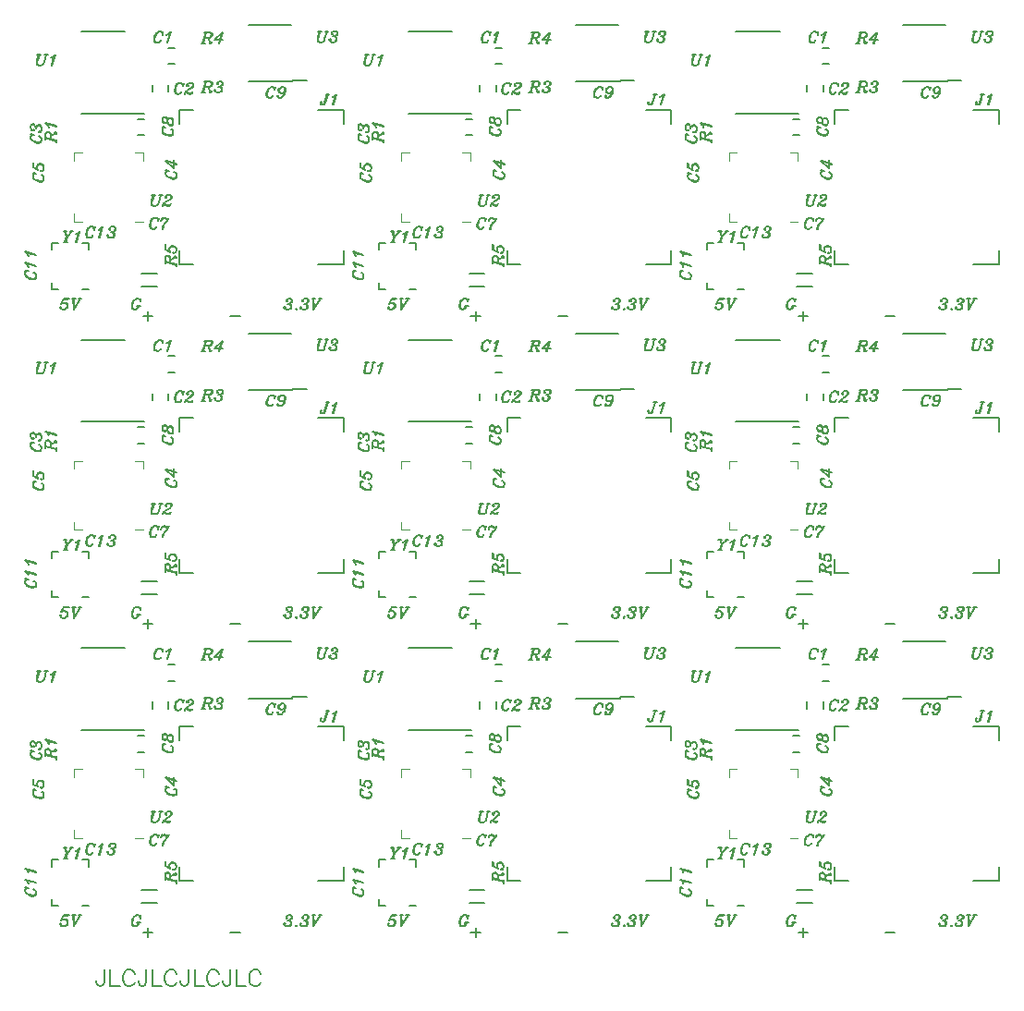
<source format=gto>
%FSLAX46Y46*%
%MOMM*%
%ADD11C,0.120000*%
%ADD10C,0.150000*%
G01*
%LPD*%
G01*
%LPD*%
D10*
X7857143Y-3357142D02*
X7857143Y-2214285D01*
D10*
X7785714Y-3571428D02*
X7857143Y-3357142D01*
D10*
X7714285Y-3642857D02*
X7785714Y-3571428D01*
D10*
X7571428Y-3714285D02*
X7714285Y-3642857D01*
D10*
X7428571Y-3714285D02*
X7571428Y-3714285D01*
D10*
X7285714Y-3642857D02*
X7428571Y-3714285D01*
D10*
X7214285Y-3571428D02*
X7285714Y-3642857D01*
D10*
X7142857Y-3357142D02*
X7214285Y-3571428D01*
D10*
X7142857Y-3214285D02*
X7142857Y-3357142D01*
D10*
X8428571Y-3714285D02*
X8428571Y-2214285D01*
D10*
X9285714Y-3714285D02*
X8428571Y-3714285D01*
D10*
X10571428Y-2428571D02*
X10642857Y-2571428D01*
D10*
X10428572Y-2285714D02*
X10571428Y-2428571D01*
D10*
X10285714Y-2214285D02*
X10428572Y-2285714D01*
D10*
X10000000Y-2214285D02*
X10285714Y-2214285D01*
D10*
X9857143Y-2285714D02*
X10000000Y-2214285D01*
D10*
X9714286Y-2428571D02*
X9857143Y-2285714D01*
D10*
X9642857Y-2571428D02*
X9714286Y-2428571D01*
D10*
X9571428Y-2785714D02*
X9642857Y-2571428D01*
D10*
X9571428Y-3142857D02*
X9571428Y-2785714D01*
D10*
X9642857Y-3357142D02*
X9571428Y-3142857D01*
D10*
X9714286Y-3500000D02*
X9642857Y-3357142D01*
D10*
X9857143Y-3642857D02*
X9714286Y-3500000D01*
D10*
X10000000Y-3714285D02*
X9857143Y-3642857D01*
D10*
X10285714Y-3714285D02*
X10000000Y-3714285D01*
D10*
X10428572Y-3642857D02*
X10285714Y-3714285D01*
D10*
X10571428Y-3500000D02*
X10428572Y-3642857D01*
D10*
X10642857Y-3357142D02*
X10571428Y-3500000D01*
D10*
X11714286Y-3357142D02*
X11714286Y-2214285D01*
D10*
X11642857Y-3571428D02*
X11714286Y-3357142D01*
D10*
X11571428Y-3642857D02*
X11642857Y-3571428D01*
D10*
X11428572Y-3714285D02*
X11571428Y-3642857D01*
D10*
X11285714Y-3714285D02*
X11428572Y-3714285D01*
D10*
X11142857Y-3642857D02*
X11285714Y-3714285D01*
D10*
X11071428Y-3571428D02*
X11142857Y-3642857D01*
D10*
X11000000Y-3357142D02*
X11071428Y-3571428D01*
D10*
X11000000Y-3214285D02*
X11000000Y-3357142D01*
D10*
X12285714Y-3714285D02*
X12285714Y-2214285D01*
D10*
X13142857Y-3714285D02*
X12285714Y-3714285D01*
D10*
X14428572Y-2428571D02*
X14500000Y-2571428D01*
D10*
X14285714Y-2285714D02*
X14428572Y-2428571D01*
D10*
X14142857Y-2214285D02*
X14285714Y-2285714D01*
D10*
X13857143Y-2214285D02*
X14142857Y-2214285D01*
D10*
X13714286Y-2285714D02*
X13857143Y-2214285D01*
D10*
X13571428Y-2428571D02*
X13714286Y-2285714D01*
D10*
X13500000Y-2571428D02*
X13571428Y-2428571D01*
D10*
X13428572Y-2785714D02*
X13500000Y-2571428D01*
D10*
X13428572Y-3142857D02*
X13428572Y-2785714D01*
D10*
X13500000Y-3357142D02*
X13428572Y-3142857D01*
D10*
X13571428Y-3500000D02*
X13500000Y-3357142D01*
D10*
X13714286Y-3642857D02*
X13571428Y-3500000D01*
D10*
X13857143Y-3714285D02*
X13714286Y-3642857D01*
D10*
X14142857Y-3714285D02*
X13857143Y-3714285D01*
D10*
X14285714Y-3642857D02*
X14142857Y-3714285D01*
D10*
X14428572Y-3500000D02*
X14285714Y-3642857D01*
D10*
X14500000Y-3357142D02*
X14428572Y-3500000D01*
D10*
X15571428Y-3357142D02*
X15571428Y-2214285D01*
D10*
X15500000Y-3571428D02*
X15571428Y-3357142D01*
D10*
X15428571Y-3642857D02*
X15500000Y-3571428D01*
D10*
X15285714Y-3714285D02*
X15428571Y-3642857D01*
D10*
X15142857Y-3714285D02*
X15285714Y-3714285D01*
D10*
X15000000Y-3642857D02*
X15142857Y-3714285D01*
D10*
X14928572Y-3571428D02*
X15000000Y-3642857D01*
D10*
X14857142Y-3357142D02*
X14928572Y-3571428D01*
D10*
X14857142Y-3214285D02*
X14857142Y-3357142D01*
D10*
X16142857Y-3714285D02*
X16142857Y-2214285D01*
D10*
X17000000Y-3714285D02*
X16142857Y-3714285D01*
D10*
X18285714Y-2428571D02*
X18357144Y-2571428D01*
D10*
X18142856Y-2285714D02*
X18285714Y-2428571D01*
D10*
X18000000Y-2214285D02*
X18142856Y-2285714D01*
D10*
X17714286Y-2214285D02*
X18000000Y-2214285D01*
D10*
X17571428Y-2285714D02*
X17714286Y-2214285D01*
D10*
X17428572Y-2428571D02*
X17571428Y-2285714D01*
D10*
X17357144Y-2571428D02*
X17428572Y-2428571D01*
D10*
X17285714Y-2785714D02*
X17357144Y-2571428D01*
D10*
X17285714Y-3142857D02*
X17285714Y-2785714D01*
D10*
X17357144Y-3357142D02*
X17285714Y-3142857D01*
D10*
X17428572Y-3500000D02*
X17357144Y-3357142D01*
D10*
X17571428Y-3642857D02*
X17428572Y-3500000D01*
D10*
X17714286Y-3714285D02*
X17571428Y-3642857D01*
D10*
X18000000Y-3714285D02*
X17714286Y-3714285D01*
D10*
X18142856Y-3642857D02*
X18000000Y-3714285D01*
D10*
X18285714Y-3500000D02*
X18142856Y-3642857D01*
D10*
X18357144Y-3357142D02*
X18285714Y-3500000D01*
D10*
X19428572Y-3357142D02*
X19428572Y-2214285D01*
D10*
X19357144Y-3571428D02*
X19428572Y-3357142D01*
D10*
X19285714Y-3642857D02*
X19357144Y-3571428D01*
D10*
X19142856Y-3714285D02*
X19285714Y-3642857D01*
D10*
X19000000Y-3714285D02*
X19142856Y-3714285D01*
D10*
X18857144Y-3642857D02*
X19000000Y-3714285D01*
D10*
X18785714Y-3571428D02*
X18857144Y-3642857D01*
D10*
X18714286Y-3357142D02*
X18785714Y-3571428D01*
D10*
X18714286Y-3214285D02*
X18714286Y-3357142D01*
D10*
X20000000Y-3714285D02*
X20000000Y-2214285D01*
D10*
X20857144Y-3714285D02*
X20000000Y-3714285D01*
D10*
X22142856Y-2428571D02*
X22214284Y-2571428D01*
D10*
X22000000Y-2285714D02*
X22142856Y-2428571D01*
D10*
X21857144Y-2214285D02*
X22000000Y-2285714D01*
D10*
X21571428Y-2214285D02*
X21857144Y-2214285D01*
D10*
X21428572Y-2285714D02*
X21571428Y-2214285D01*
D10*
X21285714Y-2428571D02*
X21428572Y-2285714D01*
D10*
X21214284Y-2571428D02*
X21285714Y-2428571D01*
D10*
X21142856Y-2785714D02*
X21214284Y-2571428D01*
D10*
X21142856Y-3142857D02*
X21142856Y-2785714D01*
D10*
X21214284Y-3357142D02*
X21142856Y-3142857D01*
D10*
X21285714Y-3500000D02*
X21214284Y-3357142D01*
D10*
X21428572Y-3642857D02*
X21285714Y-3500000D01*
D10*
X21571428Y-3714285D02*
X21428572Y-3642857D01*
D10*
X21857144Y-3714285D02*
X21571428Y-3714285D01*
D10*
X22000000Y-3642857D02*
X21857144Y-3714285D01*
D10*
X22142856Y-3500000D02*
X22000000Y-3642857D01*
D10*
X22214284Y-3357142D02*
X22142856Y-3500000D01*
D10*
X43204760Y55378572D02*
X43157144Y55378572D01*
D10*
X43252380Y55473808D02*
X43204760Y55378572D01*
D10*
X43204760Y55188096D02*
X43252380Y55473808D01*
D10*
X43204760Y55283332D02*
X43204760Y55188096D01*
D10*
X43157144Y55378572D02*
X43204760Y55283332D01*
D10*
X43109524Y55426192D02*
X43157144Y55378572D01*
D10*
X43014284Y55473808D02*
X43109524Y55426192D01*
D10*
X42871428Y55473808D02*
X43014284Y55473808D01*
D10*
X42728572Y55426192D02*
X42871428Y55473808D01*
D10*
X42633332Y55330952D02*
X42728572Y55426192D01*
D10*
X42538096Y55188096D02*
X42633332Y55330952D01*
D10*
X42490476Y55045240D02*
X42538096Y55188096D01*
D10*
X42442856Y54854760D02*
X42490476Y55045240D01*
D10*
X42442856Y54711904D02*
X42442856Y54854760D01*
D10*
X42490476Y54569048D02*
X42442856Y54711904D01*
D10*
X42538096Y54521428D02*
X42490476Y54569048D01*
D10*
X42680952Y54473808D02*
X42538096Y54521428D01*
D10*
X42823808Y54473808D02*
X42680952Y54473808D01*
D10*
X42919048Y54521428D02*
X42823808Y54473808D01*
D10*
X43014284Y54616668D02*
X42919048Y54521428D01*
D10*
X43061904Y54711904D02*
X43014284Y54616668D01*
D10*
X42776192Y55426192D02*
X42871428Y55473808D01*
D10*
X42680952Y55330952D02*
X42776192Y55426192D01*
D10*
X42585716Y55188096D02*
X42680952Y55330952D01*
D10*
X42538096Y55045240D02*
X42585716Y55188096D01*
D10*
X42490476Y54854760D02*
X42538096Y55045240D01*
D10*
X42490476Y54711904D02*
X42490476Y54854760D01*
D10*
X42538096Y54569048D02*
X42490476Y54711904D01*
D10*
X42585716Y54521428D02*
X42538096Y54569048D01*
D10*
X42680952Y54473808D02*
X42585716Y54521428D01*
D10*
X43633332Y54473808D02*
X43871428Y55283332D01*
D10*
X43680952Y54473808D02*
X43966668Y55473808D01*
D10*
X43823808Y55330952D02*
X43966668Y55473808D01*
D10*
X43680952Y55235716D02*
X43823808Y55330952D01*
D10*
X43585716Y55188096D02*
X43680952Y55235716D01*
D10*
X43728572Y55235716D02*
X43919048Y55330952D01*
D10*
X43585716Y55188096D02*
X43728572Y55235716D01*
D10*
X54630952Y30785714D02*
X54583332Y30833334D01*
D10*
X54583332Y30738096D02*
X54630952Y30785714D01*
D10*
X54535716Y30785714D02*
X54583332Y30738096D01*
D10*
X54535716Y30833334D02*
X54535716Y30785714D01*
D10*
X54583332Y30928572D02*
X54535716Y30833334D01*
D10*
X54630952Y30976190D02*
X54583332Y30928572D01*
D10*
X54773808Y31023810D02*
X54630952Y30976190D01*
D10*
X54916668Y31023810D02*
X54773808Y31023810D01*
D10*
X55059524Y30976190D02*
X54916668Y31023810D01*
D10*
X55107144Y30880952D02*
X55059524Y30976190D01*
D10*
X55107144Y30785714D02*
X55107144Y30880952D01*
D10*
X55059524Y30690476D02*
X55107144Y30785714D01*
D10*
X54916668Y30595238D02*
X55059524Y30690476D01*
D10*
X54773808Y30547620D02*
X54916668Y30595238D01*
D10*
X55011904Y30976190D02*
X54916668Y31023810D01*
D10*
X55059524Y30880952D02*
X55011904Y30976190D01*
D10*
X55059524Y30785714D02*
X55059524Y30880952D01*
D10*
X55011904Y30690476D02*
X55059524Y30785714D01*
D10*
X54916668Y30595238D02*
X55011904Y30690476D01*
D10*
X54773808Y30547620D02*
X54678572Y30547620D01*
D10*
X54916668Y30500000D02*
X54773808Y30547620D01*
D10*
X54964284Y30452380D02*
X54916668Y30500000D01*
D10*
X55011904Y30357142D02*
X54964284Y30452380D01*
D10*
X55011904Y30214286D02*
X55011904Y30357142D01*
D10*
X54964284Y30119048D02*
X55011904Y30214286D01*
D10*
X54916668Y30071428D02*
X54964284Y30119048D01*
D10*
X54773808Y30023810D02*
X54916668Y30071428D01*
D10*
X54583332Y30023810D02*
X54773808Y30023810D01*
D10*
X54440476Y30071428D02*
X54583332Y30023810D01*
D10*
X54392856Y30119048D02*
X54440476Y30071428D01*
D10*
X54345240Y30214286D02*
X54392856Y30119048D01*
D10*
X54345240Y30261904D02*
X54345240Y30214286D01*
D10*
X54392856Y30309524D02*
X54345240Y30261904D01*
D10*
X54440476Y30261904D02*
X54392856Y30309524D01*
D10*
X54392856Y30214286D02*
X54440476Y30261904D01*
D10*
X54869048Y30500000D02*
X54773808Y30547620D01*
D10*
X54916668Y30452380D02*
X54869048Y30500000D01*
D10*
X54964284Y30357142D02*
X54916668Y30452380D01*
D10*
X54964284Y30214286D02*
X54964284Y30357142D01*
D10*
X54916668Y30119048D02*
X54964284Y30214286D01*
D10*
X54869048Y30071428D02*
X54916668Y30119048D01*
D10*
X54773808Y30023810D02*
X54869048Y30071428D01*
D10*
X55440476Y30071428D02*
X55488096Y30119048D01*
D10*
X55488096Y30023810D02*
X55440476Y30071428D01*
D10*
X55535716Y30071428D02*
X55488096Y30023810D01*
D10*
X55488096Y30119048D02*
X55535716Y30071428D01*
D10*
X56107144Y30785714D02*
X56059524Y30833334D01*
D10*
X56059524Y30738096D02*
X56107144Y30785714D01*
D10*
X56011904Y30785714D02*
X56059524Y30738096D01*
D10*
X56011904Y30833334D02*
X56011904Y30785714D01*
D10*
X56059524Y30928572D02*
X56011904Y30833334D01*
D10*
X56107144Y30976190D02*
X56059524Y30928572D01*
D10*
X56250000Y31023810D02*
X56107144Y30976190D01*
D10*
X56392856Y31023810D02*
X56250000Y31023810D01*
D10*
X56535716Y30976190D02*
X56392856Y31023810D01*
D10*
X56583332Y30880952D02*
X56535716Y30976190D01*
D10*
X56583332Y30785714D02*
X56583332Y30880952D01*
D10*
X56535716Y30690476D02*
X56583332Y30785714D01*
D10*
X56392856Y30595238D02*
X56535716Y30690476D01*
D10*
X56250000Y30547620D02*
X56392856Y30595238D01*
D10*
X56488096Y30976190D02*
X56392856Y31023810D01*
D10*
X56535716Y30880952D02*
X56488096Y30976190D01*
D10*
X56535716Y30785714D02*
X56535716Y30880952D01*
D10*
X56488096Y30690476D02*
X56535716Y30785714D01*
D10*
X56392856Y30595238D02*
X56488096Y30690476D01*
D10*
X56250000Y30547620D02*
X56154760Y30547620D01*
D10*
X56392856Y30500000D02*
X56250000Y30547620D01*
D10*
X56440476Y30452380D02*
X56392856Y30500000D01*
D10*
X56488096Y30357142D02*
X56440476Y30452380D01*
D10*
X56488096Y30214286D02*
X56488096Y30357142D01*
D10*
X56440476Y30119048D02*
X56488096Y30214286D01*
D10*
X56392856Y30071428D02*
X56440476Y30119048D01*
D10*
X56250000Y30023810D02*
X56392856Y30071428D01*
D10*
X56059524Y30023810D02*
X56250000Y30023810D01*
D10*
X55916668Y30071428D02*
X56059524Y30023810D01*
D10*
X55869048Y30119048D02*
X55916668Y30071428D01*
D10*
X55821428Y30214286D02*
X55869048Y30119048D01*
D10*
X55821428Y30261904D02*
X55821428Y30214286D01*
D10*
X55869048Y30309524D02*
X55821428Y30261904D01*
D10*
X55916668Y30261904D02*
X55869048Y30309524D01*
D10*
X55869048Y30214286D02*
X55916668Y30261904D01*
D10*
X56345240Y30500000D02*
X56250000Y30547620D01*
D10*
X56392856Y30452380D02*
X56345240Y30500000D01*
D10*
X56440476Y30357142D02*
X56392856Y30452380D01*
D10*
X56440476Y30214286D02*
X56440476Y30357142D01*
D10*
X56392856Y30119048D02*
X56440476Y30214286D01*
D10*
X56345240Y30071428D02*
X56392856Y30119048D01*
D10*
X56250000Y30023810D02*
X56345240Y30071428D01*
D10*
X57059524Y30023810D02*
X57011904Y31023810D01*
D10*
X57107144Y30119048D02*
X57059524Y31023810D01*
D10*
X57059524Y30023810D02*
X57678572Y31023810D01*
D10*
X57202380Y31023810D02*
X56916668Y31023810D01*
D10*
X57773808Y31023810D02*
X57488096Y31023810D01*
D10*
X31221428Y46054760D02*
X31221428Y46007144D01*
D10*
X31126190Y46102380D02*
X31221428Y46054760D01*
D10*
X31411904Y46054760D02*
X31126190Y46102380D01*
D10*
X31316666Y46054760D02*
X31411904Y46054760D01*
D10*
X31221428Y46007144D02*
X31316666Y46054760D01*
D10*
X31173810Y45959524D02*
X31221428Y46007144D01*
D10*
X31126190Y45864284D02*
X31173810Y45959524D01*
D10*
X31126190Y45721428D02*
X31126190Y45864284D01*
D10*
X31173810Y45578572D02*
X31126190Y45721428D01*
D10*
X31269048Y45483332D02*
X31173810Y45578572D01*
D10*
X31411904Y45388096D02*
X31269048Y45483332D01*
D10*
X31554762Y45340476D02*
X31411904Y45388096D01*
D10*
X31745238Y45292856D02*
X31554762Y45340476D01*
D10*
X31888096Y45292856D02*
X31745238Y45292856D01*
D10*
X32030952Y45340476D02*
X31888096Y45292856D01*
D10*
X32078572Y45388096D02*
X32030952Y45340476D01*
D10*
X32126190Y45530952D02*
X32078572Y45388096D01*
D10*
X32126190Y45673808D02*
X32126190Y45530952D01*
D10*
X32078572Y45769048D02*
X32126190Y45673808D01*
D10*
X31983334Y45864284D02*
X32078572Y45769048D01*
D10*
X31888096Y45911904D02*
X31983334Y45864284D01*
D10*
X31173810Y45626192D02*
X31126190Y45721428D01*
D10*
X31269048Y45530952D02*
X31173810Y45626192D01*
D10*
X31411904Y45435716D02*
X31269048Y45530952D01*
D10*
X31554762Y45388096D02*
X31411904Y45435716D01*
D10*
X31745238Y45340476D02*
X31554762Y45388096D01*
D10*
X31888096Y45340476D02*
X31745238Y45340476D01*
D10*
X32030952Y45388096D02*
X31888096Y45340476D01*
D10*
X32078572Y45435716D02*
X32030952Y45388096D01*
D10*
X32126190Y45530952D02*
X32078572Y45435716D01*
D10*
X31364286Y46530952D02*
X31316666Y46483332D01*
D10*
X31411904Y46483332D02*
X31364286Y46530952D01*
D10*
X31364286Y46435716D02*
X31411904Y46483332D01*
D10*
X31316666Y46435716D02*
X31364286Y46435716D01*
D10*
X31221428Y46483332D02*
X31316666Y46435716D01*
D10*
X31173810Y46530952D02*
X31221428Y46483332D01*
D10*
X31126190Y46673808D02*
X31173810Y46530952D01*
D10*
X31126190Y46816668D02*
X31126190Y46673808D01*
D10*
X31173810Y46959524D02*
X31126190Y46816668D01*
D10*
X31269048Y47007144D02*
X31173810Y46959524D01*
D10*
X31364286Y47007144D02*
X31269048Y47007144D01*
D10*
X31459524Y46959524D02*
X31364286Y47007144D01*
D10*
X31554762Y46816668D02*
X31459524Y46959524D01*
D10*
X31602380Y46673808D02*
X31554762Y46816668D01*
D10*
X31173810Y46911904D02*
X31126190Y46816668D01*
D10*
X31269048Y46959524D02*
X31173810Y46911904D01*
D10*
X31364286Y46959524D02*
X31269048Y46959524D01*
D10*
X31459524Y46911904D02*
X31364286Y46959524D01*
D10*
X31554762Y46816668D02*
X31459524Y46911904D01*
D10*
X31602380Y46673808D02*
X31602380Y46578572D01*
D10*
X31650000Y46816668D02*
X31602380Y46673808D01*
D10*
X31697620Y46864284D02*
X31650000Y46816668D01*
D10*
X31792858Y46911904D02*
X31697620Y46864284D01*
D10*
X31935714Y46911904D02*
X31792858Y46911904D01*
D10*
X32030952Y46864284D02*
X31935714Y46911904D01*
D10*
X32078572Y46816668D02*
X32030952Y46864284D01*
D10*
X32126190Y46673808D02*
X32078572Y46816668D01*
D10*
X32126190Y46483332D02*
X32126190Y46673808D01*
D10*
X32078572Y46340476D02*
X32126190Y46483332D01*
D10*
X32030952Y46292856D02*
X32078572Y46340476D01*
D10*
X31935714Y46245240D02*
X32030952Y46292856D01*
D10*
X31888096Y46245240D02*
X31935714Y46245240D01*
D10*
X31840476Y46292856D02*
X31888096Y46245240D01*
D10*
X31888096Y46340476D02*
X31840476Y46292856D01*
D10*
X31935714Y46292856D02*
X31888096Y46340476D01*
D10*
X31650000Y46769048D02*
X31602380Y46673808D01*
D10*
X31697620Y46816668D02*
X31650000Y46769048D01*
D10*
X31792858Y46864284D02*
X31697620Y46816668D01*
D10*
X31935714Y46864284D02*
X31792858Y46864284D01*
D10*
X32030952Y46816668D02*
X31935714Y46864284D01*
D10*
X32078572Y46769048D02*
X32030952Y46816668D01*
D10*
X32126190Y46673808D02*
X32078572Y46769048D01*
D10*
X34426192Y36747620D02*
X34235716Y37223808D01*
D10*
X34283332Y36223808D02*
X34426192Y36747620D01*
D10*
X34473808Y36747620D02*
X34283332Y37223808D01*
D10*
X34330952Y36223808D02*
X34473808Y36747620D01*
D10*
X34473808Y36747620D02*
X34950000Y37223808D01*
D10*
X34426192Y37223808D02*
X34140476Y37223808D01*
D10*
X35045240Y37223808D02*
X34759524Y37223808D01*
D10*
X34473808Y36223808D02*
X34140476Y36223808D01*
D10*
X35283332Y36223808D02*
X35521428Y37033332D01*
D10*
X35330952Y36223808D02*
X35616668Y37223808D01*
D10*
X35473808Y37080952D02*
X35616668Y37223808D01*
D10*
X35330952Y36985716D02*
X35473808Y37080952D01*
D10*
X35235716Y36938096D02*
X35330952Y36985716D01*
D10*
X35378572Y36985716D02*
X35569048Y37080952D01*
D10*
X35235716Y36938096D02*
X35378572Y36985716D01*
D10*
X31738096Y52875000D02*
X31880952Y53398808D01*
D10*
X31690476Y52684524D02*
X31738096Y52875000D01*
D10*
X31690476Y52541668D02*
X31690476Y52684524D01*
D10*
X31738096Y52446428D02*
X31690476Y52541668D01*
D10*
X31880952Y52398808D02*
X31738096Y52446428D01*
D10*
X32071428Y52398808D02*
X31880952Y52398808D01*
D10*
X32214286Y52446428D02*
X32071428Y52398808D01*
D10*
X32309524Y52541668D02*
X32214286Y52446428D01*
D10*
X32357142Y52684524D02*
X32309524Y52541668D01*
D10*
X32547620Y53398808D02*
X32357142Y52684524D01*
D10*
X31785714Y52875000D02*
X31928572Y53398808D01*
D10*
X31738096Y52684524D02*
X31785714Y52875000D01*
D10*
X31738096Y52541668D02*
X31738096Y52684524D01*
D10*
X31785714Y52446428D02*
X31738096Y52541668D01*
D10*
X31880952Y52398808D02*
X31785714Y52446428D01*
D10*
X32071428Y53398808D02*
X31738096Y53398808D01*
D10*
X32690476Y53398808D02*
X32404762Y53398808D01*
D10*
X33023810Y52398808D02*
X33261904Y53208332D01*
D10*
X33071428Y52398808D02*
X33357142Y53398808D01*
D10*
X33214286Y53255952D02*
X33357142Y53398808D01*
D10*
X33071428Y53160716D02*
X33214286Y53255952D01*
D10*
X32976190Y53113096D02*
X33071428Y53160716D01*
D10*
X33119048Y53160716D02*
X33309524Y53255952D01*
D10*
X32976190Y53113096D02*
X33119048Y53160716D01*
D10*
X58119048Y48964284D02*
X58357144Y49773808D01*
D10*
X58071428Y48869048D02*
X58119048Y48964284D01*
D10*
X58023808Y48821428D02*
X58071428Y48869048D01*
D10*
X57928572Y48773808D02*
X58023808Y48821428D01*
D10*
X57833332Y48773808D02*
X57928572Y48773808D01*
D10*
X57738096Y48821428D02*
X57833332Y48773808D01*
D10*
X57690476Y48916668D02*
X57738096Y48821428D01*
D10*
X57690476Y49011904D02*
X57690476Y48916668D01*
D10*
X57738096Y49059524D02*
X57690476Y49011904D01*
D10*
X57785716Y49011904D02*
X57738096Y49059524D01*
D10*
X57738096Y48964284D02*
X57785716Y49011904D01*
D10*
X58071428Y48964284D02*
X58309524Y49773808D01*
D10*
X58023808Y48869048D02*
X58071428Y48964284D01*
D10*
X57928572Y48773808D02*
X58023808Y48869048D01*
D10*
X58500000Y49773808D02*
X58166668Y49773808D01*
D10*
X58833332Y48773808D02*
X59071428Y49583332D01*
D10*
X58880952Y48773808D02*
X59166668Y49773808D01*
D10*
X59023808Y49630952D02*
X59166668Y49773808D01*
D10*
X58880952Y49535716D02*
X59023808Y49630952D01*
D10*
X58785716Y49488096D02*
X58880952Y49535716D01*
D10*
X58928572Y49535716D02*
X59119048Y49630952D01*
D10*
X58785716Y49488096D02*
X58928572Y49535716D01*
D10*
X30721428Y33554760D02*
X30721428Y33507144D01*
D10*
X30626190Y33602380D02*
X30721428Y33554760D01*
D10*
X30911904Y33554760D02*
X30626190Y33602380D01*
D10*
X30816666Y33554760D02*
X30911904Y33554760D01*
D10*
X30721428Y33507144D02*
X30816666Y33554760D01*
D10*
X30673810Y33459524D02*
X30721428Y33507144D01*
D10*
X30626190Y33364286D02*
X30673810Y33459524D01*
D10*
X30626190Y33221428D02*
X30626190Y33364286D01*
D10*
X30673810Y33078572D02*
X30626190Y33221428D01*
D10*
X30769048Y32983334D02*
X30673810Y33078572D01*
D10*
X30911904Y32888096D02*
X30769048Y32983334D01*
D10*
X31054762Y32840476D02*
X30911904Y32888096D01*
D10*
X31245238Y32792858D02*
X31054762Y32840476D01*
D10*
X31388096Y32792858D02*
X31245238Y32792858D01*
D10*
X31530952Y32840476D02*
X31388096Y32792858D01*
D10*
X31578572Y32888096D02*
X31530952Y32840476D01*
D10*
X31626190Y33030952D02*
X31578572Y32888096D01*
D10*
X31626190Y33173810D02*
X31626190Y33030952D01*
D10*
X31578572Y33269048D02*
X31626190Y33173810D01*
D10*
X31483334Y33364286D02*
X31578572Y33269048D01*
D10*
X31388096Y33411904D02*
X31483334Y33364286D01*
D10*
X30673810Y33126190D02*
X30626190Y33221428D01*
D10*
X30769048Y33030952D02*
X30673810Y33126190D01*
D10*
X30911904Y32935714D02*
X30769048Y33030952D01*
D10*
X31054762Y32888096D02*
X30911904Y32935714D01*
D10*
X31245238Y32840476D02*
X31054762Y32888096D01*
D10*
X31388096Y32840476D02*
X31245238Y32840476D01*
D10*
X31530952Y32888096D02*
X31388096Y32840476D01*
D10*
X31578572Y32935714D02*
X31530952Y32888096D01*
D10*
X31626190Y33030952D02*
X31578572Y32935714D01*
D10*
X31626190Y33983332D02*
X30816666Y34221428D01*
D10*
X31626190Y34030952D02*
X30626190Y34316668D01*
D10*
X30769048Y34173808D02*
X30626190Y34316668D01*
D10*
X30864286Y34030952D02*
X30769048Y34173808D01*
D10*
X30911904Y33935716D02*
X30864286Y34030952D01*
D10*
X30864286Y34078572D02*
X30769048Y34269048D01*
D10*
X30911904Y33935716D02*
X30864286Y34078572D01*
D10*
X31626190Y34983332D02*
X30816666Y35221428D01*
D10*
X31626190Y35030952D02*
X30626190Y35316668D01*
D10*
X30769048Y35173808D02*
X30626190Y35316668D01*
D10*
X30864286Y35030952D02*
X30769048Y35173808D01*
D10*
X30911904Y34935716D02*
X30864286Y35030952D01*
D10*
X30864286Y35078572D02*
X30769048Y35269048D01*
D10*
X30911904Y34935716D02*
X30864286Y35078572D01*
D10*
X43608928Y42754760D02*
X43608928Y42707144D01*
D10*
X43513692Y42802380D02*
X43608928Y42754760D01*
D10*
X43799404Y42754760D02*
X43513692Y42802380D01*
D10*
X43704168Y42754760D02*
X43799404Y42754760D01*
D10*
X43608928Y42707144D02*
X43704168Y42754760D01*
D10*
X43561308Y42659524D02*
X43608928Y42707144D01*
D10*
X43513692Y42564284D02*
X43561308Y42659524D01*
D10*
X43513692Y42421428D02*
X43513692Y42564284D01*
D10*
X43561308Y42278572D02*
X43513692Y42421428D01*
D10*
X43656548Y42183332D02*
X43561308Y42278572D01*
D10*
X43799404Y42088096D02*
X43656548Y42183332D01*
D10*
X43942260Y42040476D02*
X43799404Y42088096D01*
D10*
X44132740Y41992856D02*
X43942260Y42040476D01*
D10*
X44275596Y41992856D02*
X44132740Y41992856D01*
D10*
X44418452Y42040476D02*
X44275596Y41992856D01*
D10*
X44466072Y42088096D02*
X44418452Y42040476D01*
D10*
X44513692Y42230952D02*
X44466072Y42088096D01*
D10*
X44513692Y42373808D02*
X44513692Y42230952D01*
D10*
X44466072Y42469048D02*
X44513692Y42373808D01*
D10*
X44370832Y42564284D02*
X44466072Y42469048D01*
D10*
X44275596Y42611904D02*
X44370832Y42564284D01*
D10*
X43561308Y42326192D02*
X43513692Y42421428D01*
D10*
X43656548Y42230952D02*
X43561308Y42326192D01*
D10*
X43799404Y42135716D02*
X43656548Y42230952D01*
D10*
X43942260Y42088096D02*
X43799404Y42135716D01*
D10*
X44132740Y42040476D02*
X43942260Y42088096D01*
D10*
X44275596Y42040476D02*
X44132740Y42040476D01*
D10*
X44418452Y42088096D02*
X44275596Y42040476D01*
D10*
X44466072Y42135716D02*
X44418452Y42088096D01*
D10*
X44513692Y42230952D02*
X44466072Y42135716D01*
D10*
X44513692Y43326192D02*
X43561308Y43611904D01*
D10*
X44513692Y43373808D02*
X43513692Y43659524D01*
D10*
X44227976Y42945240D02*
X43513692Y43659524D01*
D10*
X44227976Y43707144D02*
X44227976Y42945240D01*
D10*
X46892856Y54418808D02*
X47178572Y55418808D01*
D10*
X46940476Y54418808D02*
X47226192Y55418808D01*
D10*
X47559524Y55418808D02*
X47035716Y55418808D01*
D10*
X47702380Y55371192D02*
X47559524Y55418808D01*
D10*
X47750000Y55275952D02*
X47702380Y55371192D01*
D10*
X47750000Y55180716D02*
X47750000Y55275952D01*
D10*
X47702380Y55037856D02*
X47750000Y55180716D01*
D10*
X47654760Y54990240D02*
X47702380Y55037856D01*
D10*
X47511904Y54942620D02*
X47654760Y54990240D01*
D10*
X47083332Y54942620D02*
X47511904Y54942620D01*
D10*
X47654760Y55371192D02*
X47559524Y55418808D01*
D10*
X47702380Y55275952D02*
X47654760Y55371192D01*
D10*
X47702380Y55180716D02*
X47702380Y55275952D01*
D10*
X47654760Y55037856D02*
X47702380Y55180716D01*
D10*
X47607144Y54990240D02*
X47654760Y55037856D01*
D10*
X47511904Y54942620D02*
X47607144Y54990240D01*
D10*
X47416668Y54895000D02*
X47321428Y54942620D01*
D10*
X47464284Y54847380D02*
X47416668Y54895000D01*
D10*
X47511904Y54466428D02*
X47464284Y54847380D01*
D10*
X47559524Y54418808D02*
X47511904Y54466428D01*
D10*
X47654760Y54418808D02*
X47559524Y54418808D01*
D10*
X47702380Y54514048D02*
X47654760Y54418808D01*
D10*
X47702380Y54561668D02*
X47702380Y54514048D01*
D10*
X47559524Y54514048D02*
X47464284Y54847380D01*
D10*
X47607144Y54466428D02*
X47559524Y54514048D01*
D10*
X47654760Y54466428D02*
X47607144Y54466428D01*
D10*
X47702380Y54514048D02*
X47654760Y54466428D01*
D10*
X47083332Y54418808D02*
X46750000Y54418808D01*
D10*
X48369048Y54418808D02*
X48654760Y55371192D01*
D10*
X48416668Y54418808D02*
X48702380Y55418808D01*
D10*
X47988096Y54704524D02*
X48702380Y55418808D01*
D10*
X48750000Y54704524D02*
X47988096Y54704524D01*
D10*
X31421428Y42504760D02*
X31421428Y42457144D01*
D10*
X31326190Y42552380D02*
X31421428Y42504760D01*
D10*
X31611904Y42504760D02*
X31326190Y42552380D01*
D10*
X31516666Y42504760D02*
X31611904Y42504760D01*
D10*
X31421428Y42457144D02*
X31516666Y42504760D01*
D10*
X31373810Y42409524D02*
X31421428Y42457144D01*
D10*
X31326190Y42314284D02*
X31373810Y42409524D01*
D10*
X31326190Y42171428D02*
X31326190Y42314284D01*
D10*
X31373810Y42028572D02*
X31326190Y42171428D01*
D10*
X31469048Y41933332D02*
X31373810Y42028572D01*
D10*
X31611904Y41838096D02*
X31469048Y41933332D01*
D10*
X31754762Y41790476D02*
X31611904Y41838096D01*
D10*
X31945238Y41742856D02*
X31754762Y41790476D01*
D10*
X32088096Y41742856D02*
X31945238Y41742856D01*
D10*
X32230952Y41790476D02*
X32088096Y41742856D01*
D10*
X32278572Y41838096D02*
X32230952Y41790476D01*
D10*
X32326190Y41980952D02*
X32278572Y41838096D01*
D10*
X32326190Y42123808D02*
X32326190Y41980952D01*
D10*
X32278572Y42219048D02*
X32326190Y42123808D01*
D10*
X32183334Y42314284D02*
X32278572Y42219048D01*
D10*
X32088096Y42361904D02*
X32183334Y42314284D01*
D10*
X31373810Y42076192D02*
X31326190Y42171428D01*
D10*
X31469048Y41980952D02*
X31373810Y42076192D01*
D10*
X31611904Y41885716D02*
X31469048Y41980952D01*
D10*
X31754762Y41838096D02*
X31611904Y41885716D01*
D10*
X31945238Y41790476D02*
X31754762Y41838096D01*
D10*
X32088096Y41790476D02*
X31945238Y41790476D01*
D10*
X32230952Y41838096D02*
X32088096Y41790476D01*
D10*
X32278572Y41885716D02*
X32230952Y41838096D01*
D10*
X32326190Y41980952D02*
X32278572Y41885716D01*
D10*
X31802380Y42790476D02*
X31326190Y43028572D01*
D10*
X31326190Y43504760D02*
X31326190Y43028572D01*
D10*
X31373810Y43266668D02*
X31373810Y43028572D01*
D10*
X31326190Y43504760D02*
X31373810Y43266668D01*
D10*
X31754762Y42838096D02*
X31802380Y42790476D01*
D10*
X31707142Y42980952D02*
X31754762Y42838096D01*
D10*
X31707142Y43123808D02*
X31707142Y42980952D01*
D10*
X31754762Y43266668D02*
X31707142Y43123808D01*
D10*
X31802380Y43314284D02*
X31754762Y43266668D01*
D10*
X31897620Y43361904D02*
X31802380Y43314284D01*
D10*
X32040476Y43361904D02*
X31897620Y43361904D01*
D10*
X32183334Y43314284D02*
X32040476Y43361904D01*
D10*
X32278572Y43219048D02*
X32183334Y43314284D01*
D10*
X32326190Y43076192D02*
X32278572Y43219048D01*
D10*
X32326190Y42933332D02*
X32326190Y43076192D01*
D10*
X32278572Y42790476D02*
X32326190Y42933332D01*
D10*
X32230952Y42742856D02*
X32278572Y42790476D01*
D10*
X32135714Y42695240D02*
X32230952Y42742856D01*
D10*
X32088096Y42695240D02*
X32135714Y42695240D01*
D10*
X32040476Y42742856D02*
X32088096Y42695240D01*
D10*
X32088096Y42790476D02*
X32040476Y42742856D01*
D10*
X32135714Y42742856D02*
X32088096Y42790476D01*
D10*
X31754762Y43219048D02*
X31707142Y43123808D01*
D10*
X31802380Y43266668D02*
X31754762Y43219048D01*
D10*
X31897620Y43314284D02*
X31802380Y43266668D01*
D10*
X32040476Y43314284D02*
X31897620Y43314284D01*
D10*
X32183334Y43266668D02*
X32040476Y43314284D01*
D10*
X32278572Y43171428D02*
X32183334Y43266668D01*
D10*
X32326190Y43076192D02*
X32278572Y43171428D01*
D10*
X33476190Y45442856D02*
X32476190Y45728572D01*
D10*
X33476190Y45490476D02*
X32476190Y45776192D01*
D10*
X32476190Y46109524D02*
X32476190Y45585716D01*
D10*
X32523810Y46252380D02*
X32476190Y46109524D01*
D10*
X32619048Y46300000D02*
X32523810Y46252380D01*
D10*
X32714286Y46300000D02*
X32619048Y46300000D01*
D10*
X32857142Y46252380D02*
X32714286Y46300000D01*
D10*
X32904762Y46204760D02*
X32857142Y46252380D01*
D10*
X32952380Y46061904D02*
X32904762Y46204760D01*
D10*
X32952380Y45633332D02*
X32952380Y46061904D01*
D10*
X32523810Y46204760D02*
X32476190Y46109524D01*
D10*
X32619048Y46252380D02*
X32523810Y46204760D01*
D10*
X32714286Y46252380D02*
X32619048Y46252380D01*
D10*
X32857142Y46204760D02*
X32714286Y46252380D01*
D10*
X32904762Y46157144D02*
X32857142Y46204760D01*
D10*
X32952380Y46061904D02*
X32904762Y46157144D01*
D10*
X33000000Y45966668D02*
X32952380Y45871428D01*
D10*
X33047620Y46014284D02*
X33000000Y45966668D01*
D10*
X33428572Y46061904D02*
X33047620Y46014284D01*
D10*
X33476190Y46109524D02*
X33428572Y46061904D01*
D10*
X33476190Y46204760D02*
X33476190Y46109524D01*
D10*
X33380952Y46252380D02*
X33476190Y46204760D01*
D10*
X33333334Y46252380D02*
X33380952Y46252380D01*
D10*
X33380952Y46109524D02*
X33047620Y46014284D01*
D10*
X33428572Y46157144D02*
X33380952Y46109524D01*
D10*
X33428572Y46204760D02*
X33428572Y46157144D01*
D10*
X33380952Y46252380D02*
X33428572Y46204760D01*
D10*
X33476190Y45633332D02*
X33476190Y45300000D01*
D10*
X33476190Y46776192D02*
X32666666Y47014284D01*
D10*
X33476190Y46823808D02*
X32476190Y47109524D01*
D10*
X32619048Y46966668D02*
X32476190Y47109524D01*
D10*
X32714286Y46823808D02*
X32619048Y46966668D01*
D10*
X32761904Y46728572D02*
X32714286Y46823808D01*
D10*
X32714286Y46871428D02*
X32619048Y47061904D01*
D10*
X32761904Y46728572D02*
X32714286Y46871428D01*
D10*
X45076048Y50686048D02*
X45028432Y50686048D01*
D10*
X45123668Y50781284D02*
X45076048Y50686048D01*
D10*
X45076048Y50495572D02*
X45123668Y50781284D01*
D10*
X45076048Y50590808D02*
X45076048Y50495572D01*
D10*
X45028432Y50686048D02*
X45076048Y50590808D01*
D10*
X44980812Y50733668D02*
X45028432Y50686048D01*
D10*
X44885572Y50781284D02*
X44980812Y50733668D01*
D10*
X44742716Y50781284D02*
X44885572Y50781284D01*
D10*
X44599860Y50733668D02*
X44742716Y50781284D01*
D10*
X44504620Y50638428D02*
X44599860Y50733668D01*
D10*
X44409384Y50495572D02*
X44504620Y50638428D01*
D10*
X44361764Y50352716D02*
X44409384Y50495572D01*
D10*
X44314144Y50162236D02*
X44361764Y50352716D01*
D10*
X44314144Y50019380D02*
X44314144Y50162236D01*
D10*
X44361764Y49876524D02*
X44314144Y50019380D01*
D10*
X44409384Y49828904D02*
X44361764Y49876524D01*
D10*
X44552240Y49781284D02*
X44409384Y49828904D01*
D10*
X44695096Y49781284D02*
X44552240Y49781284D01*
D10*
X44790336Y49828904D02*
X44695096Y49781284D01*
D10*
X44885572Y49924144D02*
X44790336Y49828904D01*
D10*
X44933192Y50019380D02*
X44885572Y49924144D01*
D10*
X44647480Y50733668D02*
X44742716Y50781284D01*
D10*
X44552240Y50638428D02*
X44647480Y50733668D01*
D10*
X44457004Y50495572D02*
X44552240Y50638428D01*
D10*
X44409384Y50352716D02*
X44457004Y50495572D01*
D10*
X44361764Y50162236D02*
X44409384Y50352716D01*
D10*
X44361764Y50019380D02*
X44361764Y50162236D01*
D10*
X44409384Y49876524D02*
X44361764Y50019380D01*
D10*
X44457004Y49828904D02*
X44409384Y49876524D01*
D10*
X44552240Y49781284D02*
X44457004Y49828904D01*
D10*
X45552240Y50543192D02*
X45504620Y50590808D01*
D10*
X45504620Y50495572D02*
X45552240Y50543192D01*
D10*
X45457004Y50543192D02*
X45504620Y50495572D01*
D10*
X45457004Y50590808D02*
X45457004Y50543192D01*
D10*
X45504620Y50686048D02*
X45457004Y50590808D01*
D10*
X45552240Y50733668D02*
X45504620Y50686048D01*
D10*
X45695096Y50781284D02*
X45552240Y50733668D01*
D10*
X45837956Y50781284D02*
X45695096Y50781284D01*
D10*
X45980812Y50733668D02*
X45837956Y50781284D01*
D10*
X46028432Y50638428D02*
X45980812Y50733668D01*
D10*
X46028432Y50543192D02*
X46028432Y50638428D01*
D10*
X45980812Y50447952D02*
X46028432Y50543192D01*
D10*
X45885572Y50352716D02*
X45980812Y50447952D01*
D10*
X45742716Y50257476D02*
X45885572Y50352716D01*
D10*
X45552240Y50162236D02*
X45742716Y50257476D01*
D10*
X45409384Y50067000D02*
X45552240Y50162236D01*
D10*
X45314144Y49971760D02*
X45409384Y50067000D01*
D10*
X45218908Y49781284D02*
X45314144Y49971760D01*
D10*
X45933192Y50733668D02*
X45837956Y50781284D01*
D10*
X45980812Y50638428D02*
X45933192Y50733668D01*
D10*
X45980812Y50543192D02*
X45980812Y50638428D01*
D10*
X45933192Y50447952D02*
X45980812Y50543192D01*
D10*
X45837956Y50352716D02*
X45933192Y50447952D01*
D10*
X45552240Y50162236D02*
X45837956Y50352716D01*
D10*
X45314144Y49924144D02*
X45266528Y49876524D01*
D10*
X45409384Y49924144D02*
X45314144Y49924144D01*
D10*
X45647480Y49828904D02*
X45409384Y49924144D01*
D10*
X45790336Y49828904D02*
X45647480Y49828904D01*
D10*
X45885572Y49876524D02*
X45790336Y49828904D01*
D10*
X45933192Y49971760D02*
X45885572Y49876524D01*
D10*
X45647480Y49781284D02*
X45409384Y49924144D01*
D10*
X45790336Y49781284D02*
X45647480Y49781284D01*
D10*
X45885572Y49828904D02*
X45790336Y49781284D01*
D10*
X45933192Y49971760D02*
X45885572Y49828904D01*
D10*
X42804760Y38328572D02*
X42757144Y38328572D01*
D10*
X42852380Y38423808D02*
X42804760Y38328572D01*
D10*
X42804760Y38138096D02*
X42852380Y38423808D01*
D10*
X42804760Y38233332D02*
X42804760Y38138096D01*
D10*
X42757144Y38328572D02*
X42804760Y38233332D01*
D10*
X42709524Y38376192D02*
X42757144Y38328572D01*
D10*
X42614284Y38423808D02*
X42709524Y38376192D01*
D10*
X42471428Y38423808D02*
X42614284Y38423808D01*
D10*
X42328572Y38376192D02*
X42471428Y38423808D01*
D10*
X42233332Y38280952D02*
X42328572Y38376192D01*
D10*
X42138096Y38138096D02*
X42233332Y38280952D01*
D10*
X42090476Y37995240D02*
X42138096Y38138096D01*
D10*
X42042856Y37804760D02*
X42090476Y37995240D01*
D10*
X42042856Y37661904D02*
X42042856Y37804760D01*
D10*
X42090476Y37519048D02*
X42042856Y37661904D01*
D10*
X42138096Y37471428D02*
X42090476Y37519048D01*
D10*
X42280952Y37423808D02*
X42138096Y37471428D01*
D10*
X42423808Y37423808D02*
X42280952Y37423808D01*
D10*
X42519048Y37471428D02*
X42423808Y37423808D01*
D10*
X42614284Y37566668D02*
X42519048Y37471428D01*
D10*
X42661904Y37661904D02*
X42614284Y37566668D01*
D10*
X42376192Y38376192D02*
X42471428Y38423808D01*
D10*
X42280952Y38280952D02*
X42376192Y38376192D01*
D10*
X42185716Y38138096D02*
X42280952Y38280952D01*
D10*
X42138096Y37995240D02*
X42185716Y38138096D01*
D10*
X42090476Y37804760D02*
X42138096Y37995240D01*
D10*
X42090476Y37661904D02*
X42090476Y37804760D01*
D10*
X42138096Y37519048D02*
X42090476Y37661904D01*
D10*
X42185716Y37471428D02*
X42138096Y37519048D01*
D10*
X42280952Y37423808D02*
X42185716Y37471428D01*
D10*
X43090476Y38138096D02*
X43185716Y38423808D01*
D10*
X43757144Y38280952D02*
X43804760Y38423808D01*
D10*
X43661904Y38138096D02*
X43757144Y38280952D01*
D10*
X43423808Y37852380D02*
X43661904Y38138096D01*
D10*
X43328572Y37709524D02*
X43423808Y37852380D01*
D10*
X43280952Y37614284D02*
X43328572Y37709524D01*
D10*
X43233332Y37423808D02*
X43280952Y37614284D01*
D10*
X43376192Y37852380D02*
X43661904Y38138096D01*
D10*
X43280952Y37709524D02*
X43376192Y37852380D01*
D10*
X43233332Y37614284D02*
X43280952Y37709524D01*
D10*
X43185716Y37423808D02*
X43233332Y37614284D01*
D10*
X43280952Y38423808D02*
X43138096Y38280952D01*
D10*
X43376192Y38423808D02*
X43280952Y38423808D01*
D10*
X43614284Y38280952D02*
X43376192Y38423808D01*
D10*
X43280952Y38376192D02*
X43185716Y38328572D01*
D10*
X43376192Y38376192D02*
X43280952Y38376192D01*
D10*
X43614284Y38280952D02*
X43376192Y38376192D01*
D10*
X43709524Y38280952D02*
X43614284Y38280952D01*
D10*
X43757144Y38328572D02*
X43709524Y38280952D01*
D10*
X43804760Y38423808D02*
X43757144Y38328572D01*
D10*
X33940476Y30547620D02*
X34178572Y31023810D01*
D10*
X34654760Y31023810D02*
X34178572Y31023810D01*
D10*
X34416668Y30976190D02*
X34178572Y30976190D01*
D10*
X34654760Y31023810D02*
X34416668Y30976190D01*
D10*
X33988096Y30595238D02*
X33940476Y30547620D01*
D10*
X34130952Y30642858D02*
X33988096Y30595238D01*
D10*
X34273808Y30642858D02*
X34130952Y30642858D01*
D10*
X34416668Y30595238D02*
X34273808Y30642858D01*
D10*
X34464284Y30547620D02*
X34416668Y30595238D01*
D10*
X34511904Y30452380D02*
X34464284Y30547620D01*
D10*
X34511904Y30309524D02*
X34511904Y30452380D01*
D10*
X34464284Y30166666D02*
X34511904Y30309524D01*
D10*
X34369048Y30071428D02*
X34464284Y30166666D01*
D10*
X34226192Y30023810D02*
X34369048Y30071428D01*
D10*
X34083332Y30023810D02*
X34226192Y30023810D01*
D10*
X33940476Y30071428D02*
X34083332Y30023810D01*
D10*
X33892856Y30119048D02*
X33940476Y30071428D01*
D10*
X33845240Y30214286D02*
X33892856Y30119048D01*
D10*
X33845240Y30261904D02*
X33845240Y30214286D01*
D10*
X33892856Y30309524D02*
X33845240Y30261904D01*
D10*
X33940476Y30261904D02*
X33892856Y30309524D01*
D10*
X33892856Y30214286D02*
X33940476Y30261904D01*
D10*
X34369048Y30595238D02*
X34273808Y30642858D01*
D10*
X34416668Y30547620D02*
X34369048Y30595238D01*
D10*
X34464284Y30452380D02*
X34416668Y30547620D01*
D10*
X34464284Y30309524D02*
X34464284Y30452380D01*
D10*
X34416668Y30166666D02*
X34464284Y30309524D01*
D10*
X34321428Y30071428D02*
X34416668Y30166666D01*
D10*
X34226192Y30023810D02*
X34321428Y30071428D01*
D10*
X35083332Y30023810D02*
X35035716Y31023810D01*
D10*
X35130952Y30119048D02*
X35083332Y31023810D01*
D10*
X35083332Y30023810D02*
X35702380Y31023810D01*
D10*
X35226192Y31023810D02*
X34940476Y31023810D01*
D10*
X35797620Y31023810D02*
X35511904Y31023810D01*
D10*
X43271428Y46704760D02*
X43271428Y46657144D01*
D10*
X43176192Y46752380D02*
X43271428Y46704760D01*
D10*
X43461904Y46704760D02*
X43176192Y46752380D01*
D10*
X43366668Y46704760D02*
X43461904Y46704760D01*
D10*
X43271428Y46657144D02*
X43366668Y46704760D01*
D10*
X43223808Y46609524D02*
X43271428Y46657144D01*
D10*
X43176192Y46514284D02*
X43223808Y46609524D01*
D10*
X43176192Y46371428D02*
X43176192Y46514284D01*
D10*
X43223808Y46228572D02*
X43176192Y46371428D01*
D10*
X43319048Y46133332D02*
X43223808Y46228572D01*
D10*
X43461904Y46038096D02*
X43319048Y46133332D01*
D10*
X43604760Y45990476D02*
X43461904Y46038096D01*
D10*
X43795240Y45942856D02*
X43604760Y45990476D01*
D10*
X43938096Y45942856D02*
X43795240Y45942856D01*
D10*
X44080952Y45990476D02*
X43938096Y45942856D01*
D10*
X44128572Y46038096D02*
X44080952Y45990476D01*
D10*
X44176192Y46180952D02*
X44128572Y46038096D01*
D10*
X44176192Y46323808D02*
X44176192Y46180952D01*
D10*
X44128572Y46419048D02*
X44176192Y46323808D01*
D10*
X44033332Y46514284D02*
X44128572Y46419048D01*
D10*
X43938096Y46561904D02*
X44033332Y46514284D01*
D10*
X43223808Y46276192D02*
X43176192Y46371428D01*
D10*
X43319048Y46180952D02*
X43223808Y46276192D01*
D10*
X43461904Y46085716D02*
X43319048Y46180952D01*
D10*
X43604760Y46038096D02*
X43461904Y46085716D01*
D10*
X43795240Y45990476D02*
X43604760Y46038096D01*
D10*
X43938096Y45990476D02*
X43795240Y45990476D01*
D10*
X44080952Y46038096D02*
X43938096Y45990476D01*
D10*
X44128572Y46085716D02*
X44080952Y46038096D01*
D10*
X44176192Y46180952D02*
X44128572Y46085716D01*
D10*
X43223808Y47180952D02*
X43176192Y47323808D01*
D10*
X43271428Y47133332D02*
X43223808Y47180952D01*
D10*
X43366668Y47085716D02*
X43271428Y47133332D01*
D10*
X43509524Y47085716D02*
X43366668Y47085716D01*
D10*
X43604760Y47133332D02*
X43509524Y47085716D01*
D10*
X43652380Y47228572D02*
X43604760Y47133332D01*
D10*
X43652380Y47371428D02*
X43652380Y47228572D01*
D10*
X43604760Y47561904D02*
X43652380Y47371428D01*
D10*
X43557144Y47609524D02*
X43604760Y47561904D01*
D10*
X43461904Y47657144D02*
X43557144Y47609524D01*
D10*
X43319048Y47657144D02*
X43461904Y47657144D01*
D10*
X43223808Y47609524D02*
X43319048Y47657144D01*
D10*
X43176192Y47466668D02*
X43223808Y47609524D01*
D10*
X43176192Y47323808D02*
X43176192Y47466668D01*
D10*
X43223808Y47228572D02*
X43176192Y47323808D01*
D10*
X43271428Y47180952D02*
X43223808Y47228572D01*
D10*
X43366668Y47133332D02*
X43271428Y47180952D01*
D10*
X43509524Y47133332D02*
X43366668Y47133332D01*
D10*
X43604760Y47180952D02*
X43509524Y47133332D01*
D10*
X43652380Y47228572D02*
X43604760Y47180952D01*
D10*
X43604760Y47514284D02*
X43652380Y47371428D01*
D10*
X43557144Y47561904D02*
X43604760Y47514284D01*
D10*
X43461904Y47609524D02*
X43557144Y47561904D01*
D10*
X43319048Y47609524D02*
X43461904Y47609524D01*
D10*
X43223808Y47561904D02*
X43319048Y47609524D01*
D10*
X43176192Y47466668D02*
X43223808Y47561904D01*
D10*
X43700000Y47038096D02*
X43652380Y47228572D01*
D10*
X43795240Y46942856D02*
X43700000Y47038096D01*
D10*
X43890476Y46895240D02*
X43795240Y46942856D01*
D10*
X44033332Y46895240D02*
X43890476Y46895240D01*
D10*
X44128572Y46942856D02*
X44033332Y46895240D01*
D10*
X44176192Y47085716D02*
X44128572Y46942856D01*
D10*
X44176192Y47276192D02*
X44176192Y47085716D01*
D10*
X44128572Y47466668D02*
X44176192Y47276192D01*
D10*
X44080952Y47514284D02*
X44128572Y47466668D01*
D10*
X43985716Y47561904D02*
X44080952Y47514284D01*
D10*
X43842856Y47561904D02*
X43985716Y47561904D01*
D10*
X43747620Y47514284D02*
X43842856Y47561904D01*
D10*
X43700000Y47466668D02*
X43747620Y47514284D01*
D10*
X43652380Y47371428D02*
X43700000Y47466668D01*
D10*
X43700000Y47085716D02*
X43652380Y47228572D01*
D10*
X43795240Y46990476D02*
X43700000Y47085716D01*
D10*
X43890476Y46942856D02*
X43795240Y46990476D01*
D10*
X44033332Y46942856D02*
X43890476Y46942856D01*
D10*
X44128572Y46990476D02*
X44033332Y46942856D01*
D10*
X44176192Y47085716D02*
X44128572Y46990476D01*
D10*
X44128572Y47419048D02*
X44176192Y47276192D01*
D10*
X44080952Y47466668D02*
X44128572Y47419048D01*
D10*
X43985716Y47514284D02*
X44080952Y47466668D01*
D10*
X43795240Y47514284D02*
X43985716Y47514284D01*
D10*
X43700000Y47466668D02*
X43795240Y47514284D01*
D10*
X53504760Y50328572D02*
X53457144Y50328572D01*
D10*
X53552380Y50423808D02*
X53504760Y50328572D01*
D10*
X53504760Y50138096D02*
X53552380Y50423808D01*
D10*
X53504760Y50233332D02*
X53504760Y50138096D01*
D10*
X53457144Y50328572D02*
X53504760Y50233332D01*
D10*
X53409524Y50376192D02*
X53457144Y50328572D01*
D10*
X53314284Y50423808D02*
X53409524Y50376192D01*
D10*
X53171428Y50423808D02*
X53314284Y50423808D01*
D10*
X53028572Y50376192D02*
X53171428Y50423808D01*
D10*
X52933332Y50280952D02*
X53028572Y50376192D01*
D10*
X52838096Y50138096D02*
X52933332Y50280952D01*
D10*
X52790476Y49995240D02*
X52838096Y50138096D01*
D10*
X52742856Y49804760D02*
X52790476Y49995240D01*
D10*
X52742856Y49661904D02*
X52742856Y49804760D01*
D10*
X52790476Y49519048D02*
X52742856Y49661904D01*
D10*
X52838096Y49471428D02*
X52790476Y49519048D01*
D10*
X52980952Y49423808D02*
X52838096Y49471428D01*
D10*
X53123808Y49423808D02*
X52980952Y49423808D01*
D10*
X53219048Y49471428D02*
X53123808Y49423808D01*
D10*
X53314284Y49566668D02*
X53219048Y49471428D01*
D10*
X53361904Y49661904D02*
X53314284Y49566668D01*
D10*
X53076192Y50376192D02*
X53171428Y50423808D01*
D10*
X52980952Y50280952D02*
X53076192Y50376192D01*
D10*
X52885716Y50138096D02*
X52980952Y50280952D01*
D10*
X52838096Y49995240D02*
X52885716Y50138096D01*
D10*
X52790476Y49804760D02*
X52838096Y49995240D01*
D10*
X52790476Y49661904D02*
X52790476Y49804760D01*
D10*
X52838096Y49519048D02*
X52790476Y49661904D01*
D10*
X52885716Y49471428D02*
X52838096Y49519048D01*
D10*
X52980952Y49423808D02*
X52885716Y49471428D01*
D10*
X54361904Y49995240D02*
X54409524Y50090476D01*
D10*
X54266668Y49900000D02*
X54361904Y49995240D01*
D10*
X54171428Y49852380D02*
X54266668Y49900000D01*
D10*
X54028572Y49852380D02*
X54171428Y49852380D01*
D10*
X53933332Y49900000D02*
X54028572Y49852380D01*
D10*
X53885716Y49947620D02*
X53933332Y49900000D01*
D10*
X53838096Y50042856D02*
X53885716Y49947620D01*
D10*
X53838096Y50185716D02*
X53838096Y50042856D01*
D10*
X53885716Y50280952D02*
X53838096Y50185716D01*
D10*
X53980952Y50376192D02*
X53885716Y50280952D01*
D10*
X54123808Y50423808D02*
X53980952Y50376192D01*
D10*
X54266668Y50423808D02*
X54123808Y50423808D01*
D10*
X54361904Y50376192D02*
X54266668Y50423808D01*
D10*
X54409524Y50328572D02*
X54361904Y50376192D01*
D10*
X54457144Y50233332D02*
X54409524Y50328572D01*
D10*
X54457144Y50042856D02*
X54457144Y50233332D01*
D10*
X54409524Y49852380D02*
X54457144Y50042856D01*
D10*
X54361904Y49709524D02*
X54409524Y49852380D01*
D10*
X54266668Y49566668D02*
X54361904Y49709524D01*
D10*
X54171428Y49471428D02*
X54266668Y49566668D01*
D10*
X54028572Y49423808D02*
X54171428Y49471428D01*
D10*
X53885716Y49423808D02*
X54028572Y49423808D01*
D10*
X53790476Y49471428D02*
X53885716Y49423808D01*
D10*
X53742856Y49566668D02*
X53790476Y49471428D01*
D10*
X53742856Y49614284D02*
X53742856Y49566668D01*
D10*
X53790476Y49661904D02*
X53742856Y49614284D01*
D10*
X53838096Y49614284D02*
X53790476Y49661904D01*
D10*
X53790476Y49566668D02*
X53838096Y49614284D01*
D10*
X53885716Y49995240D02*
X53933332Y49900000D01*
D10*
X53885716Y50185716D02*
X53885716Y49995240D01*
D10*
X53933332Y50280952D02*
X53885716Y50185716D01*
D10*
X54028572Y50376192D02*
X53933332Y50280952D01*
D10*
X54123808Y50423808D02*
X54028572Y50376192D01*
D10*
X54409524Y50280952D02*
X54361904Y50376192D01*
D10*
X54409524Y50042856D02*
X54409524Y50280952D01*
D10*
X54361904Y49852380D02*
X54409524Y50042856D01*
D10*
X54314284Y49709524D02*
X54361904Y49852380D01*
D10*
X54219048Y49566668D02*
X54314284Y49709524D01*
D10*
X54123808Y49471428D02*
X54219048Y49566668D01*
D10*
X54028572Y49423808D02*
X54123808Y49471428D01*
D10*
X42238096Y40000000D02*
X42380952Y40523808D01*
D10*
X42190476Y39809524D02*
X42238096Y40000000D01*
D10*
X42190476Y39666668D02*
X42190476Y39809524D01*
D10*
X42238096Y39571428D02*
X42190476Y39666668D01*
D10*
X42380952Y39523808D02*
X42238096Y39571428D01*
D10*
X42571428Y39523808D02*
X42380952Y39523808D01*
D10*
X42714284Y39571428D02*
X42571428Y39523808D01*
D10*
X42809524Y39666668D02*
X42714284Y39571428D01*
D10*
X42857144Y39809524D02*
X42809524Y39666668D01*
D10*
X43047620Y40523808D02*
X42857144Y39809524D01*
D10*
X42285716Y40000000D02*
X42428572Y40523808D01*
D10*
X42238096Y39809524D02*
X42285716Y40000000D01*
D10*
X42238096Y39666668D02*
X42238096Y39809524D01*
D10*
X42285716Y39571428D02*
X42238096Y39666668D01*
D10*
X42380952Y39523808D02*
X42285716Y39571428D01*
D10*
X42571428Y40523808D02*
X42238096Y40523808D01*
D10*
X43190476Y40523808D02*
X42904760Y40523808D01*
D10*
X43571428Y40285716D02*
X43523808Y40333332D01*
D10*
X43523808Y40238096D02*
X43571428Y40285716D01*
D10*
X43476192Y40285716D02*
X43523808Y40238096D01*
D10*
X43476192Y40333332D02*
X43476192Y40285716D01*
D10*
X43523808Y40428572D02*
X43476192Y40333332D01*
D10*
X43571428Y40476192D02*
X43523808Y40428572D01*
D10*
X43714284Y40523808D02*
X43571428Y40476192D01*
D10*
X43857144Y40523808D02*
X43714284Y40523808D01*
D10*
X44000000Y40476192D02*
X43857144Y40523808D01*
D10*
X44047620Y40380952D02*
X44000000Y40476192D01*
D10*
X44047620Y40285716D02*
X44047620Y40380952D01*
D10*
X44000000Y40190476D02*
X44047620Y40285716D01*
D10*
X43904760Y40095240D02*
X44000000Y40190476D01*
D10*
X43761904Y40000000D02*
X43904760Y40095240D01*
D10*
X43571428Y39904760D02*
X43761904Y40000000D01*
D10*
X43428572Y39809524D02*
X43571428Y39904760D01*
D10*
X43333332Y39714284D02*
X43428572Y39809524D01*
D10*
X43238096Y39523808D02*
X43333332Y39714284D01*
D10*
X43952380Y40476192D02*
X43857144Y40523808D01*
D10*
X44000000Y40380952D02*
X43952380Y40476192D01*
D10*
X44000000Y40285716D02*
X44000000Y40380952D01*
D10*
X43952380Y40190476D02*
X44000000Y40285716D01*
D10*
X43857144Y40095240D02*
X43952380Y40190476D01*
D10*
X43571428Y39904760D02*
X43857144Y40095240D01*
D10*
X43333332Y39666668D02*
X43285716Y39619048D01*
D10*
X43428572Y39666668D02*
X43333332Y39666668D01*
D10*
X43666668Y39571428D02*
X43428572Y39666668D01*
D10*
X43809524Y39571428D02*
X43666668Y39571428D01*
D10*
X43904760Y39619048D02*
X43809524Y39571428D01*
D10*
X43952380Y39714284D02*
X43904760Y39619048D01*
D10*
X43666668Y39523808D02*
X43428572Y39666668D01*
D10*
X43809524Y39523808D02*
X43666668Y39523808D01*
D10*
X43904760Y39571428D02*
X43809524Y39523808D01*
D10*
X43952380Y39714284D02*
X43904760Y39571428D01*
D10*
X44451192Y34100000D02*
X43451192Y34385716D01*
D10*
X44451192Y34147620D02*
X43451192Y34433332D01*
D10*
X43451192Y34766668D02*
X43451192Y34242856D01*
D10*
X43498808Y34909524D02*
X43451192Y34766668D01*
D10*
X43594048Y34957144D02*
X43498808Y34909524D01*
D10*
X43689284Y34957144D02*
X43594048Y34957144D01*
D10*
X43832144Y34909524D02*
X43689284Y34957144D01*
D10*
X43879760Y34861904D02*
X43832144Y34909524D01*
D10*
X43927380Y34719048D02*
X43879760Y34861904D01*
D10*
X43927380Y34290476D02*
X43927380Y34719048D01*
D10*
X43498808Y34861904D02*
X43451192Y34766668D01*
D10*
X43594048Y34909524D02*
X43498808Y34861904D01*
D10*
X43689284Y34909524D02*
X43594048Y34909524D01*
D10*
X43832144Y34861904D02*
X43689284Y34909524D01*
D10*
X43879760Y34814284D02*
X43832144Y34861904D01*
D10*
X43927380Y34719048D02*
X43879760Y34814284D01*
D10*
X43975000Y34623808D02*
X43927380Y34528572D01*
D10*
X44022620Y34671428D02*
X43975000Y34623808D01*
D10*
X44403572Y34719048D02*
X44022620Y34671428D01*
D10*
X44451192Y34766668D02*
X44403572Y34719048D01*
D10*
X44451192Y34861904D02*
X44451192Y34766668D01*
D10*
X44355952Y34909524D02*
X44451192Y34861904D01*
D10*
X44308332Y34909524D02*
X44355952Y34909524D01*
D10*
X44355952Y34766668D02*
X44022620Y34671428D01*
D10*
X44403572Y34814284D02*
X44355952Y34766668D01*
D10*
X44403572Y34861904D02*
X44403572Y34814284D01*
D10*
X44355952Y34909524D02*
X44403572Y34861904D01*
D10*
X44451192Y34290476D02*
X44451192Y33957144D01*
D10*
X43927380Y35290476D02*
X43451192Y35528572D01*
D10*
X43451192Y36004760D02*
X43451192Y35528572D01*
D10*
X43498808Y35766668D02*
X43498808Y35528572D01*
D10*
X43451192Y36004760D02*
X43498808Y35766668D01*
D10*
X43879760Y35338096D02*
X43927380Y35290476D01*
D10*
X43832144Y35480952D02*
X43879760Y35338096D01*
D10*
X43832144Y35623808D02*
X43832144Y35480952D01*
D10*
X43879760Y35766668D02*
X43832144Y35623808D01*
D10*
X43927380Y35814284D02*
X43879760Y35766668D01*
D10*
X44022620Y35861904D02*
X43927380Y35814284D01*
D10*
X44165476Y35861904D02*
X44022620Y35861904D01*
D10*
X44308332Y35814284D02*
X44165476Y35861904D01*
D10*
X44403572Y35719048D02*
X44308332Y35814284D01*
D10*
X44451192Y35576192D02*
X44403572Y35719048D01*
D10*
X44451192Y35433332D02*
X44451192Y35576192D01*
D10*
X44403572Y35290476D02*
X44451192Y35433332D01*
D10*
X44355952Y35242856D02*
X44403572Y35290476D01*
D10*
X44260716Y35195240D02*
X44355952Y35242856D01*
D10*
X44213096Y35195240D02*
X44260716Y35195240D01*
D10*
X44165476Y35242856D02*
X44213096Y35195240D01*
D10*
X44213096Y35290476D02*
X44165476Y35242856D01*
D10*
X44260716Y35242856D02*
X44213096Y35290476D01*
D10*
X43879760Y35719048D02*
X43832144Y35623808D01*
D10*
X43927380Y35766668D02*
X43879760Y35719048D01*
D10*
X44022620Y35814284D02*
X43927380Y35766668D01*
D10*
X44165476Y35814284D02*
X44022620Y35814284D01*
D10*
X44308332Y35766668D02*
X44165476Y35814284D01*
D10*
X44403572Y35671428D02*
X44308332Y35766668D01*
D10*
X44451192Y35576192D02*
X44403572Y35671428D01*
D10*
X50297620Y29452380D02*
X49440476Y29452380D01*
D10*
X36954760Y37503572D02*
X36907144Y37503572D01*
D10*
X37002380Y37598808D02*
X36954760Y37503572D01*
D10*
X36954760Y37313096D02*
X37002380Y37598808D01*
D10*
X36954760Y37408332D02*
X36954760Y37313096D01*
D10*
X36907144Y37503572D02*
X36954760Y37408332D01*
D10*
X36859524Y37551192D02*
X36907144Y37503572D01*
D10*
X36764284Y37598808D02*
X36859524Y37551192D01*
D10*
X36621428Y37598808D02*
X36764284Y37598808D01*
D10*
X36478572Y37551192D02*
X36621428Y37598808D01*
D10*
X36383332Y37455952D02*
X36478572Y37551192D01*
D10*
X36288096Y37313096D02*
X36383332Y37455952D01*
D10*
X36240476Y37170240D02*
X36288096Y37313096D01*
D10*
X36192856Y36979760D02*
X36240476Y37170240D01*
D10*
X36192856Y36836904D02*
X36192856Y36979760D01*
D10*
X36240476Y36694048D02*
X36192856Y36836904D01*
D10*
X36288096Y36646428D02*
X36240476Y36694048D01*
D10*
X36430952Y36598808D02*
X36288096Y36646428D01*
D10*
X36573808Y36598808D02*
X36430952Y36598808D01*
D10*
X36669048Y36646428D02*
X36573808Y36598808D01*
D10*
X36764284Y36741668D02*
X36669048Y36646428D01*
D10*
X36811904Y36836904D02*
X36764284Y36741668D01*
D10*
X36526192Y37551192D02*
X36621428Y37598808D01*
D10*
X36430952Y37455952D02*
X36526192Y37551192D01*
D10*
X36335716Y37313096D02*
X36430952Y37455952D01*
D10*
X36288096Y37170240D02*
X36335716Y37313096D01*
D10*
X36240476Y36979760D02*
X36288096Y37170240D01*
D10*
X36240476Y36836904D02*
X36240476Y36979760D01*
D10*
X36288096Y36694048D02*
X36240476Y36836904D01*
D10*
X36335716Y36646428D02*
X36288096Y36694048D01*
D10*
X36430952Y36598808D02*
X36335716Y36646428D01*
D10*
X37383332Y36598808D02*
X37621428Y37408332D01*
D10*
X37430952Y36598808D02*
X37716668Y37598808D01*
D10*
X37573808Y37455952D02*
X37716668Y37598808D01*
D10*
X37430952Y37360716D02*
X37573808Y37455952D01*
D10*
X37335716Y37313096D02*
X37430952Y37360716D01*
D10*
X37478572Y37360716D02*
X37669048Y37455952D01*
D10*
X37335716Y37313096D02*
X37478572Y37360716D01*
D10*
X38430952Y37360716D02*
X38383332Y37408332D01*
D10*
X38383332Y37313096D02*
X38430952Y37360716D01*
D10*
X38335716Y37360716D02*
X38383332Y37313096D01*
D10*
X38335716Y37408332D02*
X38335716Y37360716D01*
D10*
X38383332Y37503572D02*
X38335716Y37408332D01*
D10*
X38430952Y37551192D02*
X38383332Y37503572D01*
D10*
X38573808Y37598808D02*
X38430952Y37551192D01*
D10*
X38716668Y37598808D02*
X38573808Y37598808D01*
D10*
X38859524Y37551192D02*
X38716668Y37598808D01*
D10*
X38907144Y37455952D02*
X38859524Y37551192D01*
D10*
X38907144Y37360716D02*
X38907144Y37455952D01*
D10*
X38859524Y37265476D02*
X38907144Y37360716D01*
D10*
X38716668Y37170240D02*
X38859524Y37265476D01*
D10*
X38573808Y37122620D02*
X38716668Y37170240D01*
D10*
X38811904Y37551192D02*
X38716668Y37598808D01*
D10*
X38859524Y37455952D02*
X38811904Y37551192D01*
D10*
X38859524Y37360716D02*
X38859524Y37455952D01*
D10*
X38811904Y37265476D02*
X38859524Y37360716D01*
D10*
X38716668Y37170240D02*
X38811904Y37265476D01*
D10*
X38573808Y37122620D02*
X38478572Y37122620D01*
D10*
X38716668Y37075000D02*
X38573808Y37122620D01*
D10*
X38764284Y37027380D02*
X38716668Y37075000D01*
D10*
X38811904Y36932144D02*
X38764284Y37027380D01*
D10*
X38811904Y36789284D02*
X38811904Y36932144D01*
D10*
X38764284Y36694048D02*
X38811904Y36789284D01*
D10*
X38716668Y36646428D02*
X38764284Y36694048D01*
D10*
X38573808Y36598808D02*
X38716668Y36646428D01*
D10*
X38383332Y36598808D02*
X38573808Y36598808D01*
D10*
X38240476Y36646428D02*
X38383332Y36598808D01*
D10*
X38192856Y36694048D02*
X38240476Y36646428D01*
D10*
X38145240Y36789284D02*
X38192856Y36694048D01*
D10*
X38145240Y36836904D02*
X38145240Y36789284D01*
D10*
X38192856Y36884524D02*
X38145240Y36836904D01*
D10*
X38240476Y36836904D02*
X38192856Y36884524D01*
D10*
X38192856Y36789284D02*
X38240476Y36836904D01*
D10*
X38669048Y37075000D02*
X38573808Y37122620D01*
D10*
X38716668Y37027380D02*
X38669048Y37075000D01*
D10*
X38764284Y36932144D02*
X38716668Y37027380D01*
D10*
X38764284Y36789284D02*
X38764284Y36932144D01*
D10*
X38716668Y36694048D02*
X38764284Y36789284D01*
D10*
X38669048Y36646428D02*
X38716668Y36694048D01*
D10*
X38573808Y36598808D02*
X38669048Y36646428D01*
D10*
X46892856Y49918808D02*
X47178572Y50918808D01*
D10*
X46940476Y49918808D02*
X47226192Y50918808D01*
D10*
X47559524Y50918808D02*
X47035716Y50918808D01*
D10*
X47702380Y50871192D02*
X47559524Y50918808D01*
D10*
X47750000Y50775952D02*
X47702380Y50871192D01*
D10*
X47750000Y50680716D02*
X47750000Y50775952D01*
D10*
X47702380Y50537856D02*
X47750000Y50680716D01*
D10*
X47654760Y50490240D02*
X47702380Y50537856D01*
D10*
X47511904Y50442620D02*
X47654760Y50490240D01*
D10*
X47083332Y50442620D02*
X47511904Y50442620D01*
D10*
X47654760Y50871192D02*
X47559524Y50918808D01*
D10*
X47702380Y50775952D02*
X47654760Y50871192D01*
D10*
X47702380Y50680716D02*
X47702380Y50775952D01*
D10*
X47654760Y50537856D02*
X47702380Y50680716D01*
D10*
X47607144Y50490240D02*
X47654760Y50537856D01*
D10*
X47511904Y50442620D02*
X47607144Y50490240D01*
D10*
X47416668Y50395000D02*
X47321428Y50442620D01*
D10*
X47464284Y50347380D02*
X47416668Y50395000D01*
D10*
X47511904Y49966428D02*
X47464284Y50347380D01*
D10*
X47559524Y49918808D02*
X47511904Y49966428D01*
D10*
X47654760Y49918808D02*
X47559524Y49918808D01*
D10*
X47702380Y50014048D02*
X47654760Y49918808D01*
D10*
X47702380Y50061668D02*
X47702380Y50014048D01*
D10*
X47559524Y50014048D02*
X47464284Y50347380D01*
D10*
X47607144Y49966428D02*
X47559524Y50014048D01*
D10*
X47654760Y49966428D02*
X47607144Y49966428D01*
D10*
X47702380Y50014048D02*
X47654760Y49966428D01*
D10*
X47083332Y49918808D02*
X46750000Y49918808D01*
D10*
X48273808Y50680716D02*
X48226192Y50728332D01*
D10*
X48226192Y50633096D02*
X48273808Y50680716D01*
D10*
X48178572Y50680716D02*
X48226192Y50633096D01*
D10*
X48178572Y50728332D02*
X48178572Y50680716D01*
D10*
X48226192Y50823572D02*
X48178572Y50728332D01*
D10*
X48273808Y50871192D02*
X48226192Y50823572D01*
D10*
X48416668Y50918808D02*
X48273808Y50871192D01*
D10*
X48559524Y50918808D02*
X48416668Y50918808D01*
D10*
X48702380Y50871192D02*
X48559524Y50918808D01*
D10*
X48750000Y50775952D02*
X48702380Y50871192D01*
D10*
X48750000Y50680716D02*
X48750000Y50775952D01*
D10*
X48702380Y50585476D02*
X48750000Y50680716D01*
D10*
X48559524Y50490240D02*
X48702380Y50585476D01*
D10*
X48416668Y50442620D02*
X48559524Y50490240D01*
D10*
X48654760Y50871192D02*
X48559524Y50918808D01*
D10*
X48702380Y50775952D02*
X48654760Y50871192D01*
D10*
X48702380Y50680716D02*
X48702380Y50775952D01*
D10*
X48654760Y50585476D02*
X48702380Y50680716D01*
D10*
X48559524Y50490240D02*
X48654760Y50585476D01*
D10*
X48416668Y50442620D02*
X48321428Y50442620D01*
D10*
X48559524Y50395000D02*
X48416668Y50442620D01*
D10*
X48607144Y50347380D02*
X48559524Y50395000D01*
D10*
X48654760Y50252144D02*
X48607144Y50347380D01*
D10*
X48654760Y50109284D02*
X48654760Y50252144D01*
D10*
X48607144Y50014048D02*
X48654760Y50109284D01*
D10*
X48559524Y49966428D02*
X48607144Y50014048D01*
D10*
X48416668Y49918808D02*
X48559524Y49966428D01*
D10*
X48226192Y49918808D02*
X48416668Y49918808D01*
D10*
X48083332Y49966428D02*
X48226192Y49918808D01*
D10*
X48035716Y50014048D02*
X48083332Y49966428D01*
D10*
X47988096Y50109284D02*
X48035716Y50014048D01*
D10*
X47988096Y50156904D02*
X47988096Y50109284D01*
D10*
X48035716Y50204524D02*
X47988096Y50156904D01*
D10*
X48083332Y50156904D02*
X48035716Y50204524D01*
D10*
X48035716Y50109284D02*
X48083332Y50156904D01*
D10*
X48511904Y50395000D02*
X48416668Y50442620D01*
D10*
X48559524Y50347380D02*
X48511904Y50395000D01*
D10*
X48607144Y50252144D02*
X48559524Y50347380D01*
D10*
X48607144Y50109284D02*
X48607144Y50252144D01*
D10*
X48559524Y50014048D02*
X48607144Y50109284D01*
D10*
X48511904Y49966428D02*
X48559524Y50014048D01*
D10*
X48416668Y49918808D02*
X48511904Y49966428D01*
D10*
X57447620Y55000000D02*
X57590476Y55523808D01*
D10*
X57400000Y54809524D02*
X57447620Y55000000D01*
D10*
X57400000Y54666668D02*
X57400000Y54809524D01*
D10*
X57447620Y54571428D02*
X57400000Y54666668D01*
D10*
X57590476Y54523808D02*
X57447620Y54571428D01*
D10*
X57780952Y54523808D02*
X57590476Y54523808D01*
D10*
X57923808Y54571428D02*
X57780952Y54523808D01*
D10*
X58019048Y54666668D02*
X57923808Y54571428D01*
D10*
X58066668Y54809524D02*
X58019048Y54666668D01*
D10*
X58257144Y55523808D02*
X58066668Y54809524D01*
D10*
X57495240Y55000000D02*
X57638096Y55523808D01*
D10*
X57447620Y54809524D02*
X57495240Y55000000D01*
D10*
X57447620Y54666668D02*
X57447620Y54809524D01*
D10*
X57495240Y54571428D02*
X57447620Y54666668D01*
D10*
X57590476Y54523808D02*
X57495240Y54571428D01*
D10*
X57780952Y55523808D02*
X57447620Y55523808D01*
D10*
X58400000Y55523808D02*
X58114284Y55523808D01*
D10*
X58780952Y55285716D02*
X58733332Y55333332D01*
D10*
X58733332Y55238096D02*
X58780952Y55285716D01*
D10*
X58685716Y55285716D02*
X58733332Y55238096D01*
D10*
X58685716Y55333332D02*
X58685716Y55285716D01*
D10*
X58733332Y55428572D02*
X58685716Y55333332D01*
D10*
X58780952Y55476192D02*
X58733332Y55428572D01*
D10*
X58923808Y55523808D02*
X58780952Y55476192D01*
D10*
X59066668Y55523808D02*
X58923808Y55523808D01*
D10*
X59209524Y55476192D02*
X59066668Y55523808D01*
D10*
X59257144Y55380952D02*
X59209524Y55476192D01*
D10*
X59257144Y55285716D02*
X59257144Y55380952D01*
D10*
X59209524Y55190476D02*
X59257144Y55285716D01*
D10*
X59066668Y55095240D02*
X59209524Y55190476D01*
D10*
X58923808Y55047620D02*
X59066668Y55095240D01*
D10*
X59161904Y55476192D02*
X59066668Y55523808D01*
D10*
X59209524Y55380952D02*
X59161904Y55476192D01*
D10*
X59209524Y55285716D02*
X59209524Y55380952D01*
D10*
X59161904Y55190476D02*
X59209524Y55285716D01*
D10*
X59066668Y55095240D02*
X59161904Y55190476D01*
D10*
X58923808Y55047620D02*
X58828572Y55047620D01*
D10*
X59066668Y55000000D02*
X58923808Y55047620D01*
D10*
X59114284Y54952380D02*
X59066668Y55000000D01*
D10*
X59161904Y54857144D02*
X59114284Y54952380D01*
D10*
X59161904Y54714284D02*
X59161904Y54857144D01*
D10*
X59114284Y54619048D02*
X59161904Y54714284D01*
D10*
X59066668Y54571428D02*
X59114284Y54619048D01*
D10*
X58923808Y54523808D02*
X59066668Y54571428D01*
D10*
X58733332Y54523808D02*
X58923808Y54523808D01*
D10*
X58590476Y54571428D02*
X58733332Y54523808D01*
D10*
X58542856Y54619048D02*
X58590476Y54571428D01*
D10*
X58495240Y54714284D02*
X58542856Y54619048D01*
D10*
X58495240Y54761904D02*
X58495240Y54714284D01*
D10*
X58542856Y54809524D02*
X58495240Y54761904D01*
D10*
X58590476Y54761904D02*
X58542856Y54809524D01*
D10*
X58542856Y54714284D02*
X58590476Y54761904D01*
D10*
X59019048Y55000000D02*
X58923808Y55047620D01*
D10*
X59066668Y54952380D02*
X59019048Y55000000D01*
D10*
X59114284Y54857144D02*
X59066668Y54952380D01*
D10*
X59114284Y54714284D02*
X59114284Y54857144D01*
D10*
X59066668Y54619048D02*
X59114284Y54714284D01*
D10*
X59019048Y54571428D02*
X59066668Y54619048D01*
D10*
X58923808Y54523808D02*
X59019048Y54571428D01*
D10*
X41154760Y30928572D02*
X41107144Y30928572D01*
D10*
X41202380Y31023810D02*
X41154760Y30928572D01*
D10*
X41154760Y30738096D02*
X41202380Y31023810D01*
D10*
X41154760Y30833334D02*
X41154760Y30738096D01*
D10*
X41107144Y30928572D02*
X41154760Y30833334D01*
D10*
X41059524Y30976190D02*
X41107144Y30928572D01*
D10*
X40964284Y31023810D02*
X41059524Y30976190D01*
D10*
X40821428Y31023810D02*
X40964284Y31023810D01*
D10*
X40678572Y30976190D02*
X40821428Y31023810D01*
D10*
X40583332Y30880952D02*
X40678572Y30976190D01*
D10*
X40488096Y30738096D02*
X40583332Y30880952D01*
D10*
X40440476Y30595238D02*
X40488096Y30738096D01*
D10*
X40392856Y30404762D02*
X40440476Y30595238D01*
D10*
X40392856Y30261904D02*
X40392856Y30404762D01*
D10*
X40440476Y30119048D02*
X40392856Y30261904D01*
D10*
X40488096Y30071428D02*
X40440476Y30119048D01*
D10*
X40630952Y30023810D02*
X40488096Y30071428D01*
D10*
X40726192Y30023810D02*
X40630952Y30023810D01*
D10*
X40869048Y30071428D02*
X40726192Y30023810D01*
D10*
X40964284Y30166666D02*
X40869048Y30071428D01*
D10*
X41059524Y30357142D02*
X40964284Y30166666D01*
D10*
X40726192Y30976190D02*
X40821428Y31023810D01*
D10*
X40630952Y30880952D02*
X40726192Y30976190D01*
D10*
X40535716Y30738096D02*
X40630952Y30880952D01*
D10*
X40488096Y30595238D02*
X40535716Y30738096D01*
D10*
X40440476Y30404762D02*
X40488096Y30595238D01*
D10*
X40440476Y30261904D02*
X40440476Y30404762D01*
D10*
X40488096Y30119048D02*
X40440476Y30261904D01*
D10*
X40535716Y30071428D02*
X40488096Y30119048D01*
D10*
X40630952Y30023810D02*
X40535716Y30071428D01*
D10*
X40821428Y30071428D02*
X40726192Y30023810D01*
D10*
X40916668Y30166666D02*
X40821428Y30071428D01*
D10*
X41011904Y30357142D02*
X40916668Y30166666D01*
D10*
X41202380Y30357142D02*
X40869048Y30357142D01*
D10*
X41880952Y29023810D02*
X41880952Y29880952D01*
D10*
X42309524Y29452380D02*
X41452380Y29452380D01*
D10*
X43700000Y52500000D02*
X44300000Y52500000D01*
D10*
X43700000Y54000000D02*
X44300000Y54000000D01*
D10*
X42250000Y50578766D02*
X42250000Y49978766D01*
D10*
X43750000Y50578766D02*
X43750000Y49978766D01*
D10*
X55100000Y51000000D02*
X56400000Y51000000D01*
D10*
X54949999Y56100000D02*
X51050001Y56100000D01*
D10*
X55100000Y50900000D02*
X55100000Y51000000D01*
D10*
X55100000Y50900000D02*
X51050000Y50900000D01*
D10*
X41300000Y33350000D02*
X42700000Y33350000D01*
D10*
X41300000Y32150000D02*
X42700000Y32150000D01*
D10*
X41500000Y48000000D02*
X35750000Y48000000D01*
D10*
X39750000Y55500000D02*
X35750000Y55500000D01*
D11*
X35815000Y38090000D02*
X35090000Y38090000D01*
D11*
X41410000Y38090000D02*
X40685000Y38090000D01*
D11*
X35090000Y38090000D02*
X35090000Y38815000D01*
D11*
X40685000Y44410000D02*
X41410000Y44410000D01*
D11*
X35090000Y43685000D02*
X35090000Y44410000D01*
D11*
X41410000Y44410000D02*
X41410000Y43685000D01*
D11*
X35090000Y44410000D02*
X35815000Y44410000D01*
D10*
X33050000Y35500000D02*
X33050000Y36100000D01*
D10*
X33050000Y36100000D02*
X33650000Y36100000D01*
D10*
X35850000Y36100000D02*
X36450000Y36100000D01*
D10*
X36450000Y31900000D02*
X35850000Y31900000D01*
D10*
X36450000Y36100000D02*
X36450000Y35500000D01*
D10*
X33050000Y31900000D02*
X33050000Y32500000D01*
D10*
X33650000Y31900000D02*
X33050000Y31900000D01*
D10*
X41550000Y47500000D02*
X40950000Y47500000D01*
D10*
X41550000Y46000000D02*
X40950000Y46000000D01*
D10*
X44775000Y34175000D02*
X44775000Y35424999D01*
D10*
X59825000Y48325000D02*
X57475001Y48325000D01*
D10*
X59825000Y34175000D02*
X59825000Y35424999D01*
D10*
X46024999Y34175000D02*
X44775000Y34175000D01*
D10*
X46024999Y48325000D02*
X44775000Y48325000D01*
D10*
X44775000Y48325000D02*
X44775000Y47075001D01*
D10*
X57475001Y34175000D02*
X59825000Y34175000D01*
D10*
X59825000Y48325000D02*
X59825000Y47075001D01*
D10*
X73204760Y55378572D02*
X73157144Y55378572D01*
D10*
X73252384Y55473808D02*
X73204760Y55378572D01*
D10*
X73204760Y55188096D02*
X73252384Y55473808D01*
D10*
X73204760Y55283332D02*
X73204760Y55188096D01*
D10*
X73157144Y55378572D02*
X73204760Y55283332D01*
D10*
X73109520Y55426192D02*
X73157144Y55378572D01*
D10*
X73014288Y55473808D02*
X73109520Y55426192D01*
D10*
X72871432Y55473808D02*
X73014288Y55473808D01*
D10*
X72728568Y55426192D02*
X72871432Y55473808D01*
D10*
X72633336Y55330952D02*
X72728568Y55426192D01*
D10*
X72538096Y55188096D02*
X72633336Y55330952D01*
D10*
X72490480Y55045240D02*
X72538096Y55188096D01*
D10*
X72442856Y54854760D02*
X72490480Y55045240D01*
D10*
X72442856Y54711904D02*
X72442856Y54854760D01*
D10*
X72490480Y54569048D02*
X72442856Y54711904D01*
D10*
X72538096Y54521428D02*
X72490480Y54569048D01*
D10*
X72680952Y54473808D02*
X72538096Y54521428D01*
D10*
X72823808Y54473808D02*
X72680952Y54473808D01*
D10*
X72919048Y54521428D02*
X72823808Y54473808D01*
D10*
X73014288Y54616668D02*
X72919048Y54521428D01*
D10*
X73061904Y54711904D02*
X73014288Y54616668D01*
D10*
X72776192Y55426192D02*
X72871432Y55473808D01*
D10*
X72680952Y55330952D02*
X72776192Y55426192D01*
D10*
X72585712Y55188096D02*
X72680952Y55330952D01*
D10*
X72538096Y55045240D02*
X72585712Y55188096D01*
D10*
X72490480Y54854760D02*
X72538096Y55045240D01*
D10*
X72490480Y54711904D02*
X72490480Y54854760D01*
D10*
X72538096Y54569048D02*
X72490480Y54711904D01*
D10*
X72585712Y54521428D02*
X72538096Y54569048D01*
D10*
X72680952Y54473808D02*
X72585712Y54521428D01*
D10*
X73633336Y54473808D02*
X73871432Y55283332D01*
D10*
X73680952Y54473808D02*
X73966664Y55473808D01*
D10*
X73823808Y55330952D02*
X73966664Y55473808D01*
D10*
X73680952Y55235716D02*
X73823808Y55330952D01*
D10*
X73585712Y55188096D02*
X73680952Y55235716D01*
D10*
X73728568Y55235716D02*
X73919048Y55330952D01*
D10*
X73585712Y55188096D02*
X73728568Y55235716D01*
D10*
X84630952Y30785714D02*
X84583336Y30833334D01*
D10*
X84583336Y30738096D02*
X84630952Y30785714D01*
D10*
X84535712Y30785714D02*
X84583336Y30738096D01*
D10*
X84535712Y30833334D02*
X84535712Y30785714D01*
D10*
X84583336Y30928572D02*
X84535712Y30833334D01*
D10*
X84630952Y30976190D02*
X84583336Y30928572D01*
D10*
X84773808Y31023810D02*
X84630952Y30976190D01*
D10*
X84916664Y31023810D02*
X84773808Y31023810D01*
D10*
X85059520Y30976190D02*
X84916664Y31023810D01*
D10*
X85107144Y30880952D02*
X85059520Y30976190D01*
D10*
X85107144Y30785714D02*
X85107144Y30880952D01*
D10*
X85059520Y30690476D02*
X85107144Y30785714D01*
D10*
X84916664Y30595238D02*
X85059520Y30690476D01*
D10*
X84773808Y30547620D02*
X84916664Y30595238D01*
D10*
X85011904Y30976190D02*
X84916664Y31023810D01*
D10*
X85059520Y30880952D02*
X85011904Y30976190D01*
D10*
X85059520Y30785714D02*
X85059520Y30880952D01*
D10*
X85011904Y30690476D02*
X85059520Y30785714D01*
D10*
X84916664Y30595238D02*
X85011904Y30690476D01*
D10*
X84773808Y30547620D02*
X84678568Y30547620D01*
D10*
X84916664Y30500000D02*
X84773808Y30547620D01*
D10*
X84964288Y30452380D02*
X84916664Y30500000D01*
D10*
X85011904Y30357142D02*
X84964288Y30452380D01*
D10*
X85011904Y30214286D02*
X85011904Y30357142D01*
D10*
X84964288Y30119048D02*
X85011904Y30214286D01*
D10*
X84916664Y30071428D02*
X84964288Y30119048D01*
D10*
X84773808Y30023810D02*
X84916664Y30071428D01*
D10*
X84583336Y30023810D02*
X84773808Y30023810D01*
D10*
X84440480Y30071428D02*
X84583336Y30023810D01*
D10*
X84392856Y30119048D02*
X84440480Y30071428D01*
D10*
X84345240Y30214286D02*
X84392856Y30119048D01*
D10*
X84345240Y30261904D02*
X84345240Y30214286D01*
D10*
X84392856Y30309524D02*
X84345240Y30261904D01*
D10*
X84440480Y30261904D02*
X84392856Y30309524D01*
D10*
X84392856Y30214286D02*
X84440480Y30261904D01*
D10*
X84869048Y30500000D02*
X84773808Y30547620D01*
D10*
X84916664Y30452380D02*
X84869048Y30500000D01*
D10*
X84964288Y30357142D02*
X84916664Y30452380D01*
D10*
X84964288Y30214286D02*
X84964288Y30357142D01*
D10*
X84916664Y30119048D02*
X84964288Y30214286D01*
D10*
X84869048Y30071428D02*
X84916664Y30119048D01*
D10*
X84773808Y30023810D02*
X84869048Y30071428D01*
D10*
X85440480Y30071428D02*
X85488096Y30119048D01*
D10*
X85488096Y30023810D02*
X85440480Y30071428D01*
D10*
X85535712Y30071428D02*
X85488096Y30023810D01*
D10*
X85488096Y30119048D02*
X85535712Y30071428D01*
D10*
X86107144Y30785714D02*
X86059520Y30833334D01*
D10*
X86059520Y30738096D02*
X86107144Y30785714D01*
D10*
X86011904Y30785714D02*
X86059520Y30738096D01*
D10*
X86011904Y30833334D02*
X86011904Y30785714D01*
D10*
X86059520Y30928572D02*
X86011904Y30833334D01*
D10*
X86107144Y30976190D02*
X86059520Y30928572D01*
D10*
X86250000Y31023810D02*
X86107144Y30976190D01*
D10*
X86392856Y31023810D02*
X86250000Y31023810D01*
D10*
X86535712Y30976190D02*
X86392856Y31023810D01*
D10*
X86583336Y30880952D02*
X86535712Y30976190D01*
D10*
X86583336Y30785714D02*
X86583336Y30880952D01*
D10*
X86535712Y30690476D02*
X86583336Y30785714D01*
D10*
X86392856Y30595238D02*
X86535712Y30690476D01*
D10*
X86250000Y30547620D02*
X86392856Y30595238D01*
D10*
X86488096Y30976190D02*
X86392856Y31023810D01*
D10*
X86535712Y30880952D02*
X86488096Y30976190D01*
D10*
X86535712Y30785714D02*
X86535712Y30880952D01*
D10*
X86488096Y30690476D02*
X86535712Y30785714D01*
D10*
X86392856Y30595238D02*
X86488096Y30690476D01*
D10*
X86250000Y30547620D02*
X86154760Y30547620D01*
D10*
X86392856Y30500000D02*
X86250000Y30547620D01*
D10*
X86440480Y30452380D02*
X86392856Y30500000D01*
D10*
X86488096Y30357142D02*
X86440480Y30452380D01*
D10*
X86488096Y30214286D02*
X86488096Y30357142D01*
D10*
X86440480Y30119048D02*
X86488096Y30214286D01*
D10*
X86392856Y30071428D02*
X86440480Y30119048D01*
D10*
X86250000Y30023810D02*
X86392856Y30071428D01*
D10*
X86059520Y30023810D02*
X86250000Y30023810D01*
D10*
X85916664Y30071428D02*
X86059520Y30023810D01*
D10*
X85869048Y30119048D02*
X85916664Y30071428D01*
D10*
X85821432Y30214286D02*
X85869048Y30119048D01*
D10*
X85821432Y30261904D02*
X85821432Y30214286D01*
D10*
X85869048Y30309524D02*
X85821432Y30261904D01*
D10*
X85916664Y30261904D02*
X85869048Y30309524D01*
D10*
X85869048Y30214286D02*
X85916664Y30261904D01*
D10*
X86345240Y30500000D02*
X86250000Y30547620D01*
D10*
X86392856Y30452380D02*
X86345240Y30500000D01*
D10*
X86440480Y30357142D02*
X86392856Y30452380D01*
D10*
X86440480Y30214286D02*
X86440480Y30357142D01*
D10*
X86392856Y30119048D02*
X86440480Y30214286D01*
D10*
X86345240Y30071428D02*
X86392856Y30119048D01*
D10*
X86250000Y30023810D02*
X86345240Y30071428D01*
D10*
X87059520Y30023810D02*
X87011904Y31023810D01*
D10*
X87107144Y30119048D02*
X87059520Y31023810D01*
D10*
X87059520Y30023810D02*
X87678568Y31023810D01*
D10*
X87202384Y31023810D02*
X86916664Y31023810D01*
D10*
X87773808Y31023810D02*
X87488096Y31023810D01*
D10*
X61221428Y46054760D02*
X61221428Y46007144D01*
D10*
X61126192Y46102380D02*
X61221428Y46054760D01*
D10*
X61411904Y46054760D02*
X61126192Y46102380D01*
D10*
X61316668Y46054760D02*
X61411904Y46054760D01*
D10*
X61221428Y46007144D02*
X61316668Y46054760D01*
D10*
X61173808Y45959524D02*
X61221428Y46007144D01*
D10*
X61126192Y45864284D02*
X61173808Y45959524D01*
D10*
X61126192Y45721428D02*
X61126192Y45864284D01*
D10*
X61173808Y45578572D02*
X61126192Y45721428D01*
D10*
X61269048Y45483332D02*
X61173808Y45578572D01*
D10*
X61411904Y45388096D02*
X61269048Y45483332D01*
D10*
X61554760Y45340476D02*
X61411904Y45388096D01*
D10*
X61745240Y45292856D02*
X61554760Y45340476D01*
D10*
X61888096Y45292856D02*
X61745240Y45292856D01*
D10*
X62030952Y45340476D02*
X61888096Y45292856D01*
D10*
X62078572Y45388096D02*
X62030952Y45340476D01*
D10*
X62126192Y45530952D02*
X62078572Y45388096D01*
D10*
X62126192Y45673808D02*
X62126192Y45530952D01*
D10*
X62078572Y45769048D02*
X62126192Y45673808D01*
D10*
X61983332Y45864284D02*
X62078572Y45769048D01*
D10*
X61888096Y45911904D02*
X61983332Y45864284D01*
D10*
X61173808Y45626192D02*
X61126192Y45721428D01*
D10*
X61269048Y45530952D02*
X61173808Y45626192D01*
D10*
X61411904Y45435716D02*
X61269048Y45530952D01*
D10*
X61554760Y45388096D02*
X61411904Y45435716D01*
D10*
X61745240Y45340476D02*
X61554760Y45388096D01*
D10*
X61888096Y45340476D02*
X61745240Y45340476D01*
D10*
X62030952Y45388096D02*
X61888096Y45340476D01*
D10*
X62078572Y45435716D02*
X62030952Y45388096D01*
D10*
X62126192Y45530952D02*
X62078572Y45435716D01*
D10*
X61364284Y46530952D02*
X61316668Y46483332D01*
D10*
X61411904Y46483332D02*
X61364284Y46530952D01*
D10*
X61364284Y46435716D02*
X61411904Y46483332D01*
D10*
X61316668Y46435716D02*
X61364284Y46435716D01*
D10*
X61221428Y46483332D02*
X61316668Y46435716D01*
D10*
X61173808Y46530952D02*
X61221428Y46483332D01*
D10*
X61126192Y46673808D02*
X61173808Y46530952D01*
D10*
X61126192Y46816668D02*
X61126192Y46673808D01*
D10*
X61173808Y46959524D02*
X61126192Y46816668D01*
D10*
X61269048Y47007144D02*
X61173808Y46959524D01*
D10*
X61364284Y47007144D02*
X61269048Y47007144D01*
D10*
X61459524Y46959524D02*
X61364284Y47007144D01*
D10*
X61554760Y46816668D02*
X61459524Y46959524D01*
D10*
X61602380Y46673808D02*
X61554760Y46816668D01*
D10*
X61173808Y46911904D02*
X61126192Y46816668D01*
D10*
X61269048Y46959524D02*
X61173808Y46911904D01*
D10*
X61364284Y46959524D02*
X61269048Y46959524D01*
D10*
X61459524Y46911904D02*
X61364284Y46959524D01*
D10*
X61554760Y46816668D02*
X61459524Y46911904D01*
D10*
X61602380Y46673808D02*
X61602380Y46578572D01*
D10*
X61650000Y46816668D02*
X61602380Y46673808D01*
D10*
X61697620Y46864284D02*
X61650000Y46816668D01*
D10*
X61792856Y46911904D02*
X61697620Y46864284D01*
D10*
X61935716Y46911904D02*
X61792856Y46911904D01*
D10*
X62030952Y46864284D02*
X61935716Y46911904D01*
D10*
X62078572Y46816668D02*
X62030952Y46864284D01*
D10*
X62126192Y46673808D02*
X62078572Y46816668D01*
D10*
X62126192Y46483332D02*
X62126192Y46673808D01*
D10*
X62078572Y46340476D02*
X62126192Y46483332D01*
D10*
X62030952Y46292856D02*
X62078572Y46340476D01*
D10*
X61935716Y46245240D02*
X62030952Y46292856D01*
D10*
X61888096Y46245240D02*
X61935716Y46245240D01*
D10*
X61840476Y46292856D02*
X61888096Y46245240D01*
D10*
X61888096Y46340476D02*
X61840476Y46292856D01*
D10*
X61935716Y46292856D02*
X61888096Y46340476D01*
D10*
X61650000Y46769048D02*
X61602380Y46673808D01*
D10*
X61697620Y46816668D02*
X61650000Y46769048D01*
D10*
X61792856Y46864284D02*
X61697620Y46816668D01*
D10*
X61935716Y46864284D02*
X61792856Y46864284D01*
D10*
X62030952Y46816668D02*
X61935716Y46864284D01*
D10*
X62078572Y46769048D02*
X62030952Y46816668D01*
D10*
X62126192Y46673808D02*
X62078572Y46769048D01*
D10*
X64426192Y36747620D02*
X64235716Y37223808D01*
D10*
X64283332Y36223808D02*
X64426192Y36747620D01*
D10*
X64473808Y36747620D02*
X64283332Y37223808D01*
D10*
X64330952Y36223808D02*
X64473808Y36747620D01*
D10*
X64473808Y36747620D02*
X64950000Y37223808D01*
D10*
X64426192Y37223808D02*
X64140476Y37223808D01*
D10*
X65045240Y37223808D02*
X64759524Y37223808D01*
D10*
X64473808Y36223808D02*
X64140476Y36223808D01*
D10*
X65283332Y36223808D02*
X65521428Y37033332D01*
D10*
X65330952Y36223808D02*
X65616668Y37223808D01*
D10*
X65473808Y37080952D02*
X65616668Y37223808D01*
D10*
X65330952Y36985716D02*
X65473808Y37080952D01*
D10*
X65235716Y36938096D02*
X65330952Y36985716D01*
D10*
X65378572Y36985716D02*
X65569048Y37080952D01*
D10*
X65235716Y36938096D02*
X65378572Y36985716D01*
D10*
X61738096Y52875000D02*
X61880952Y53398808D01*
D10*
X61690476Y52684524D02*
X61738096Y52875000D01*
D10*
X61690476Y52541668D02*
X61690476Y52684524D01*
D10*
X61738096Y52446428D02*
X61690476Y52541668D01*
D10*
X61880952Y52398808D02*
X61738096Y52446428D01*
D10*
X62071428Y52398808D02*
X61880952Y52398808D01*
D10*
X62214284Y52446428D02*
X62071428Y52398808D01*
D10*
X62309524Y52541668D02*
X62214284Y52446428D01*
D10*
X62357144Y52684524D02*
X62309524Y52541668D01*
D10*
X62547620Y53398808D02*
X62357144Y52684524D01*
D10*
X61785716Y52875000D02*
X61928572Y53398808D01*
D10*
X61738096Y52684524D02*
X61785716Y52875000D01*
D10*
X61738096Y52541668D02*
X61738096Y52684524D01*
D10*
X61785716Y52446428D02*
X61738096Y52541668D01*
D10*
X61880952Y52398808D02*
X61785716Y52446428D01*
D10*
X62071428Y53398808D02*
X61738096Y53398808D01*
D10*
X62690476Y53398808D02*
X62404760Y53398808D01*
D10*
X63023808Y52398808D02*
X63261904Y53208332D01*
D10*
X63071428Y52398808D02*
X63357144Y53398808D01*
D10*
X63214284Y53255952D02*
X63357144Y53398808D01*
D10*
X63071428Y53160716D02*
X63214284Y53255952D01*
D10*
X62976192Y53113096D02*
X63071428Y53160716D01*
D10*
X63119048Y53160716D02*
X63309524Y53255952D01*
D10*
X62976192Y53113096D02*
X63119048Y53160716D01*
D10*
X88119048Y48964284D02*
X88357144Y49773808D01*
D10*
X88071432Y48869048D02*
X88119048Y48964284D01*
D10*
X88023808Y48821428D02*
X88071432Y48869048D01*
D10*
X87928568Y48773808D02*
X88023808Y48821428D01*
D10*
X87833336Y48773808D02*
X87928568Y48773808D01*
D10*
X87738096Y48821428D02*
X87833336Y48773808D01*
D10*
X87690480Y48916668D02*
X87738096Y48821428D01*
D10*
X87690480Y49011904D02*
X87690480Y48916668D01*
D10*
X87738096Y49059524D02*
X87690480Y49011904D01*
D10*
X87785712Y49011904D02*
X87738096Y49059524D01*
D10*
X87738096Y48964284D02*
X87785712Y49011904D01*
D10*
X88071432Y48964284D02*
X88309520Y49773808D01*
D10*
X88023808Y48869048D02*
X88071432Y48964284D01*
D10*
X87928568Y48773808D02*
X88023808Y48869048D01*
D10*
X88500000Y49773808D02*
X88166664Y49773808D01*
D10*
X88833336Y48773808D02*
X89071432Y49583332D01*
D10*
X88880952Y48773808D02*
X89166664Y49773808D01*
D10*
X89023808Y49630952D02*
X89166664Y49773808D01*
D10*
X88880952Y49535716D02*
X89023808Y49630952D01*
D10*
X88785712Y49488096D02*
X88880952Y49535716D01*
D10*
X88928568Y49535716D02*
X89119048Y49630952D01*
D10*
X88785712Y49488096D02*
X88928568Y49535716D01*
D10*
X60721428Y33554760D02*
X60721428Y33507144D01*
D10*
X60626192Y33602380D02*
X60721428Y33554760D01*
D10*
X60911904Y33554760D02*
X60626192Y33602380D01*
D10*
X60816668Y33554760D02*
X60911904Y33554760D01*
D10*
X60721428Y33507144D02*
X60816668Y33554760D01*
D10*
X60673808Y33459524D02*
X60721428Y33507144D01*
D10*
X60626192Y33364286D02*
X60673808Y33459524D01*
D10*
X60626192Y33221428D02*
X60626192Y33364286D01*
D10*
X60673808Y33078572D02*
X60626192Y33221428D01*
D10*
X60769048Y32983334D02*
X60673808Y33078572D01*
D10*
X60911904Y32888096D02*
X60769048Y32983334D01*
D10*
X61054760Y32840476D02*
X60911904Y32888096D01*
D10*
X61245240Y32792858D02*
X61054760Y32840476D01*
D10*
X61388096Y32792858D02*
X61245240Y32792858D01*
D10*
X61530952Y32840476D02*
X61388096Y32792858D01*
D10*
X61578572Y32888096D02*
X61530952Y32840476D01*
D10*
X61626192Y33030952D02*
X61578572Y32888096D01*
D10*
X61626192Y33173810D02*
X61626192Y33030952D01*
D10*
X61578572Y33269048D02*
X61626192Y33173810D01*
D10*
X61483332Y33364286D02*
X61578572Y33269048D01*
D10*
X61388096Y33411904D02*
X61483332Y33364286D01*
D10*
X60673808Y33126190D02*
X60626192Y33221428D01*
D10*
X60769048Y33030952D02*
X60673808Y33126190D01*
D10*
X60911904Y32935714D02*
X60769048Y33030952D01*
D10*
X61054760Y32888096D02*
X60911904Y32935714D01*
D10*
X61245240Y32840476D02*
X61054760Y32888096D01*
D10*
X61388096Y32840476D02*
X61245240Y32840476D01*
D10*
X61530952Y32888096D02*
X61388096Y32840476D01*
D10*
X61578572Y32935714D02*
X61530952Y32888096D01*
D10*
X61626192Y33030952D02*
X61578572Y32935714D01*
D10*
X61626192Y33983332D02*
X60816668Y34221428D01*
D10*
X61626192Y34030952D02*
X60626192Y34316668D01*
D10*
X60769048Y34173808D02*
X60626192Y34316668D01*
D10*
X60864284Y34030952D02*
X60769048Y34173808D01*
D10*
X60911904Y33935716D02*
X60864284Y34030952D01*
D10*
X60864284Y34078572D02*
X60769048Y34269048D01*
D10*
X60911904Y33935716D02*
X60864284Y34078572D01*
D10*
X61626192Y34983332D02*
X60816668Y35221428D01*
D10*
X61626192Y35030952D02*
X60626192Y35316668D01*
D10*
X60769048Y35173808D02*
X60626192Y35316668D01*
D10*
X60864284Y35030952D02*
X60769048Y35173808D01*
D10*
X60911904Y34935716D02*
X60864284Y35030952D01*
D10*
X60864284Y35078572D02*
X60769048Y35269048D01*
D10*
X60911904Y34935716D02*
X60864284Y35078572D01*
D10*
X73608936Y42754760D02*
X73608936Y42707144D01*
D10*
X73513696Y42802380D02*
X73608936Y42754760D01*
D10*
X73799408Y42754760D02*
X73513696Y42802380D01*
D10*
X73704168Y42754760D02*
X73799408Y42754760D01*
D10*
X73608936Y42707144D02*
X73704168Y42754760D01*
D10*
X73561312Y42659524D02*
X73608936Y42707144D01*
D10*
X73513696Y42564284D02*
X73561312Y42659524D01*
D10*
X73513696Y42421428D02*
X73513696Y42564284D01*
D10*
X73561312Y42278572D02*
X73513696Y42421428D01*
D10*
X73656552Y42183332D02*
X73561312Y42278572D01*
D10*
X73799408Y42088096D02*
X73656552Y42183332D01*
D10*
X73942264Y42040476D02*
X73799408Y42088096D01*
D10*
X74132744Y41992856D02*
X73942264Y42040476D01*
D10*
X74275600Y41992856D02*
X74132744Y41992856D01*
D10*
X74418456Y42040476D02*
X74275600Y41992856D01*
D10*
X74466072Y42088096D02*
X74418456Y42040476D01*
D10*
X74513696Y42230952D02*
X74466072Y42088096D01*
D10*
X74513696Y42373808D02*
X74513696Y42230952D01*
D10*
X74466072Y42469048D02*
X74513696Y42373808D01*
D10*
X74370840Y42564284D02*
X74466072Y42469048D01*
D10*
X74275600Y42611904D02*
X74370840Y42564284D01*
D10*
X73561312Y42326192D02*
X73513696Y42421428D01*
D10*
X73656552Y42230952D02*
X73561312Y42326192D01*
D10*
X73799408Y42135716D02*
X73656552Y42230952D01*
D10*
X73942264Y42088096D02*
X73799408Y42135716D01*
D10*
X74132744Y42040476D02*
X73942264Y42088096D01*
D10*
X74275600Y42040476D02*
X74132744Y42040476D01*
D10*
X74418456Y42088096D02*
X74275600Y42040476D01*
D10*
X74466072Y42135716D02*
X74418456Y42088096D01*
D10*
X74513696Y42230952D02*
X74466072Y42135716D01*
D10*
X74513696Y43326192D02*
X73561312Y43611904D01*
D10*
X74513696Y43373808D02*
X73513696Y43659524D01*
D10*
X74227984Y42945240D02*
X73513696Y43659524D01*
D10*
X74227984Y43707144D02*
X74227984Y42945240D01*
D10*
X76892856Y54418808D02*
X77178568Y55418808D01*
D10*
X76940480Y54418808D02*
X77226192Y55418808D01*
D10*
X77559520Y55418808D02*
X77035712Y55418808D01*
D10*
X77702384Y55371192D02*
X77559520Y55418808D01*
D10*
X77750000Y55275952D02*
X77702384Y55371192D01*
D10*
X77750000Y55180716D02*
X77750000Y55275952D01*
D10*
X77702384Y55037856D02*
X77750000Y55180716D01*
D10*
X77654760Y54990240D02*
X77702384Y55037856D01*
D10*
X77511904Y54942620D02*
X77654760Y54990240D01*
D10*
X77083336Y54942620D02*
X77511904Y54942620D01*
D10*
X77654760Y55371192D02*
X77559520Y55418808D01*
D10*
X77702384Y55275952D02*
X77654760Y55371192D01*
D10*
X77702384Y55180716D02*
X77702384Y55275952D01*
D10*
X77654760Y55037856D02*
X77702384Y55180716D01*
D10*
X77607144Y54990240D02*
X77654760Y55037856D01*
D10*
X77511904Y54942620D02*
X77607144Y54990240D01*
D10*
X77416664Y54895000D02*
X77321432Y54942620D01*
D10*
X77464288Y54847380D02*
X77416664Y54895000D01*
D10*
X77511904Y54466428D02*
X77464288Y54847380D01*
D10*
X77559520Y54418808D02*
X77511904Y54466428D01*
D10*
X77654760Y54418808D02*
X77559520Y54418808D01*
D10*
X77702384Y54514048D02*
X77654760Y54418808D01*
D10*
X77702384Y54561668D02*
X77702384Y54514048D01*
D10*
X77559520Y54514048D02*
X77464288Y54847380D01*
D10*
X77607144Y54466428D02*
X77559520Y54514048D01*
D10*
X77654760Y54466428D02*
X77607144Y54466428D01*
D10*
X77702384Y54514048D02*
X77654760Y54466428D01*
D10*
X77083336Y54418808D02*
X76750000Y54418808D01*
D10*
X78369048Y54418808D02*
X78654760Y55371192D01*
D10*
X78416664Y54418808D02*
X78702384Y55418808D01*
D10*
X77988096Y54704524D02*
X78702384Y55418808D01*
D10*
X78750000Y54704524D02*
X77988096Y54704524D01*
D10*
X61421428Y42504760D02*
X61421428Y42457144D01*
D10*
X61326192Y42552380D02*
X61421428Y42504760D01*
D10*
X61611904Y42504760D02*
X61326192Y42552380D01*
D10*
X61516668Y42504760D02*
X61611904Y42504760D01*
D10*
X61421428Y42457144D02*
X61516668Y42504760D01*
D10*
X61373808Y42409524D02*
X61421428Y42457144D01*
D10*
X61326192Y42314284D02*
X61373808Y42409524D01*
D10*
X61326192Y42171428D02*
X61326192Y42314284D01*
D10*
X61373808Y42028572D02*
X61326192Y42171428D01*
D10*
X61469048Y41933332D02*
X61373808Y42028572D01*
D10*
X61611904Y41838096D02*
X61469048Y41933332D01*
D10*
X61754760Y41790476D02*
X61611904Y41838096D01*
D10*
X61945240Y41742856D02*
X61754760Y41790476D01*
D10*
X62088096Y41742856D02*
X61945240Y41742856D01*
D10*
X62230952Y41790476D02*
X62088096Y41742856D01*
D10*
X62278572Y41838096D02*
X62230952Y41790476D01*
D10*
X62326192Y41980952D02*
X62278572Y41838096D01*
D10*
X62326192Y42123808D02*
X62326192Y41980952D01*
D10*
X62278572Y42219048D02*
X62326192Y42123808D01*
D10*
X62183332Y42314284D02*
X62278572Y42219048D01*
D10*
X62088096Y42361904D02*
X62183332Y42314284D01*
D10*
X61373808Y42076192D02*
X61326192Y42171428D01*
D10*
X61469048Y41980952D02*
X61373808Y42076192D01*
D10*
X61611904Y41885716D02*
X61469048Y41980952D01*
D10*
X61754760Y41838096D02*
X61611904Y41885716D01*
D10*
X61945240Y41790476D02*
X61754760Y41838096D01*
D10*
X62088096Y41790476D02*
X61945240Y41790476D01*
D10*
X62230952Y41838096D02*
X62088096Y41790476D01*
D10*
X62278572Y41885716D02*
X62230952Y41838096D01*
D10*
X62326192Y41980952D02*
X62278572Y41885716D01*
D10*
X61802380Y42790476D02*
X61326192Y43028572D01*
D10*
X61326192Y43504760D02*
X61326192Y43028572D01*
D10*
X61373808Y43266668D02*
X61373808Y43028572D01*
D10*
X61326192Y43504760D02*
X61373808Y43266668D01*
D10*
X61754760Y42838096D02*
X61802380Y42790476D01*
D10*
X61707144Y42980952D02*
X61754760Y42838096D01*
D10*
X61707144Y43123808D02*
X61707144Y42980952D01*
D10*
X61754760Y43266668D02*
X61707144Y43123808D01*
D10*
X61802380Y43314284D02*
X61754760Y43266668D01*
D10*
X61897620Y43361904D02*
X61802380Y43314284D01*
D10*
X62040476Y43361904D02*
X61897620Y43361904D01*
D10*
X62183332Y43314284D02*
X62040476Y43361904D01*
D10*
X62278572Y43219048D02*
X62183332Y43314284D01*
D10*
X62326192Y43076192D02*
X62278572Y43219048D01*
D10*
X62326192Y42933332D02*
X62326192Y43076192D01*
D10*
X62278572Y42790476D02*
X62326192Y42933332D01*
D10*
X62230952Y42742856D02*
X62278572Y42790476D01*
D10*
X62135716Y42695240D02*
X62230952Y42742856D01*
D10*
X62088096Y42695240D02*
X62135716Y42695240D01*
D10*
X62040476Y42742856D02*
X62088096Y42695240D01*
D10*
X62088096Y42790476D02*
X62040476Y42742856D01*
D10*
X62135716Y42742856D02*
X62088096Y42790476D01*
D10*
X61754760Y43219048D02*
X61707144Y43123808D01*
D10*
X61802380Y43266668D02*
X61754760Y43219048D01*
D10*
X61897620Y43314284D02*
X61802380Y43266668D01*
D10*
X62040476Y43314284D02*
X61897620Y43314284D01*
D10*
X62183332Y43266668D02*
X62040476Y43314284D01*
D10*
X62278572Y43171428D02*
X62183332Y43266668D01*
D10*
X62326192Y43076192D02*
X62278572Y43171428D01*
D10*
X63476192Y45442856D02*
X62476192Y45728572D01*
D10*
X63476192Y45490476D02*
X62476192Y45776192D01*
D10*
X62476192Y46109524D02*
X62476192Y45585716D01*
D10*
X62523808Y46252380D02*
X62476192Y46109524D01*
D10*
X62619048Y46300000D02*
X62523808Y46252380D01*
D10*
X62714284Y46300000D02*
X62619048Y46300000D01*
D10*
X62857144Y46252380D02*
X62714284Y46300000D01*
D10*
X62904760Y46204760D02*
X62857144Y46252380D01*
D10*
X62952380Y46061904D02*
X62904760Y46204760D01*
D10*
X62952380Y45633332D02*
X62952380Y46061904D01*
D10*
X62523808Y46204760D02*
X62476192Y46109524D01*
D10*
X62619048Y46252380D02*
X62523808Y46204760D01*
D10*
X62714284Y46252380D02*
X62619048Y46252380D01*
D10*
X62857144Y46204760D02*
X62714284Y46252380D01*
D10*
X62904760Y46157144D02*
X62857144Y46204760D01*
D10*
X62952380Y46061904D02*
X62904760Y46157144D01*
D10*
X63000000Y45966668D02*
X62952380Y45871428D01*
D10*
X63047620Y46014284D02*
X63000000Y45966668D01*
D10*
X63428572Y46061904D02*
X63047620Y46014284D01*
D10*
X63476192Y46109524D02*
X63428572Y46061904D01*
D10*
X63476192Y46204760D02*
X63476192Y46109524D01*
D10*
X63380952Y46252380D02*
X63476192Y46204760D01*
D10*
X63333332Y46252380D02*
X63380952Y46252380D01*
D10*
X63380952Y46109524D02*
X63047620Y46014284D01*
D10*
X63428572Y46157144D02*
X63380952Y46109524D01*
D10*
X63428572Y46204760D02*
X63428572Y46157144D01*
D10*
X63380952Y46252380D02*
X63428572Y46204760D01*
D10*
X63476192Y45633332D02*
X63476192Y45300000D01*
D10*
X63476192Y46776192D02*
X62666668Y47014284D01*
D10*
X63476192Y46823808D02*
X62476192Y47109524D01*
D10*
X62619048Y46966668D02*
X62476192Y47109524D01*
D10*
X62714284Y46823808D02*
X62619048Y46966668D01*
D10*
X62761904Y46728572D02*
X62714284Y46823808D01*
D10*
X62714284Y46871428D02*
X62619048Y47061904D01*
D10*
X62761904Y46728572D02*
X62714284Y46871428D01*
D10*
X75076048Y50686048D02*
X75028432Y50686048D01*
D10*
X75123672Y50781284D02*
X75076048Y50686048D01*
D10*
X75076048Y50495572D02*
X75123672Y50781284D01*
D10*
X75076048Y50590808D02*
X75076048Y50495572D01*
D10*
X75028432Y50686048D02*
X75076048Y50590808D01*
D10*
X74980808Y50733668D02*
X75028432Y50686048D01*
D10*
X74885576Y50781284D02*
X74980808Y50733668D01*
D10*
X74742720Y50781284D02*
X74885576Y50781284D01*
D10*
X74599856Y50733668D02*
X74742720Y50781284D01*
D10*
X74504624Y50638428D02*
X74599856Y50733668D01*
D10*
X74409384Y50495572D02*
X74504624Y50638428D01*
D10*
X74361768Y50352716D02*
X74409384Y50495572D01*
D10*
X74314144Y50162236D02*
X74361768Y50352716D01*
D10*
X74314144Y50019380D02*
X74314144Y50162236D01*
D10*
X74361768Y49876524D02*
X74314144Y50019380D01*
D10*
X74409384Y49828904D02*
X74361768Y49876524D01*
D10*
X74552240Y49781284D02*
X74409384Y49828904D01*
D10*
X74695096Y49781284D02*
X74552240Y49781284D01*
D10*
X74790336Y49828904D02*
X74695096Y49781284D01*
D10*
X74885576Y49924144D02*
X74790336Y49828904D01*
D10*
X74933192Y50019380D02*
X74885576Y49924144D01*
D10*
X74647480Y50733668D02*
X74742720Y50781284D01*
D10*
X74552240Y50638428D02*
X74647480Y50733668D01*
D10*
X74457000Y50495572D02*
X74552240Y50638428D01*
D10*
X74409384Y50352716D02*
X74457000Y50495572D01*
D10*
X74361768Y50162236D02*
X74409384Y50352716D01*
D10*
X74361768Y50019380D02*
X74361768Y50162236D01*
D10*
X74409384Y49876524D02*
X74361768Y50019380D01*
D10*
X74457000Y49828904D02*
X74409384Y49876524D01*
D10*
X74552240Y49781284D02*
X74457000Y49828904D01*
D10*
X75552240Y50543192D02*
X75504624Y50590808D01*
D10*
X75504624Y50495572D02*
X75552240Y50543192D01*
D10*
X75457000Y50543192D02*
X75504624Y50495572D01*
D10*
X75457000Y50590808D02*
X75457000Y50543192D01*
D10*
X75504624Y50686048D02*
X75457000Y50590808D01*
D10*
X75552240Y50733668D02*
X75504624Y50686048D01*
D10*
X75695096Y50781284D02*
X75552240Y50733668D01*
D10*
X75837952Y50781284D02*
X75695096Y50781284D01*
D10*
X75980808Y50733668D02*
X75837952Y50781284D01*
D10*
X76028432Y50638428D02*
X75980808Y50733668D01*
D10*
X76028432Y50543192D02*
X76028432Y50638428D01*
D10*
X75980808Y50447952D02*
X76028432Y50543192D01*
D10*
X75885576Y50352716D02*
X75980808Y50447952D01*
D10*
X75742720Y50257476D02*
X75885576Y50352716D01*
D10*
X75552240Y50162236D02*
X75742720Y50257476D01*
D10*
X75409384Y50067000D02*
X75552240Y50162236D01*
D10*
X75314144Y49971760D02*
X75409384Y50067000D01*
D10*
X75218904Y49781284D02*
X75314144Y49971760D01*
D10*
X75933192Y50733668D02*
X75837952Y50781284D01*
D10*
X75980808Y50638428D02*
X75933192Y50733668D01*
D10*
X75980808Y50543192D02*
X75980808Y50638428D01*
D10*
X75933192Y50447952D02*
X75980808Y50543192D01*
D10*
X75837952Y50352716D02*
X75933192Y50447952D01*
D10*
X75552240Y50162236D02*
X75837952Y50352716D01*
D10*
X75314144Y49924144D02*
X75266528Y49876524D01*
D10*
X75409384Y49924144D02*
X75314144Y49924144D01*
D10*
X75647480Y49828904D02*
X75409384Y49924144D01*
D10*
X75790336Y49828904D02*
X75647480Y49828904D01*
D10*
X75885576Y49876524D02*
X75790336Y49828904D01*
D10*
X75933192Y49971760D02*
X75885576Y49876524D01*
D10*
X75647480Y49781284D02*
X75409384Y49924144D01*
D10*
X75790336Y49781284D02*
X75647480Y49781284D01*
D10*
X75885576Y49828904D02*
X75790336Y49781284D01*
D10*
X75933192Y49971760D02*
X75885576Y49828904D01*
D10*
X72804760Y38328572D02*
X72757144Y38328572D01*
D10*
X72852384Y38423808D02*
X72804760Y38328572D01*
D10*
X72804760Y38138096D02*
X72852384Y38423808D01*
D10*
X72804760Y38233332D02*
X72804760Y38138096D01*
D10*
X72757144Y38328572D02*
X72804760Y38233332D01*
D10*
X72709520Y38376192D02*
X72757144Y38328572D01*
D10*
X72614288Y38423808D02*
X72709520Y38376192D01*
D10*
X72471432Y38423808D02*
X72614288Y38423808D01*
D10*
X72328568Y38376192D02*
X72471432Y38423808D01*
D10*
X72233336Y38280952D02*
X72328568Y38376192D01*
D10*
X72138096Y38138096D02*
X72233336Y38280952D01*
D10*
X72090480Y37995240D02*
X72138096Y38138096D01*
D10*
X72042856Y37804760D02*
X72090480Y37995240D01*
D10*
X72042856Y37661904D02*
X72042856Y37804760D01*
D10*
X72090480Y37519048D02*
X72042856Y37661904D01*
D10*
X72138096Y37471428D02*
X72090480Y37519048D01*
D10*
X72280952Y37423808D02*
X72138096Y37471428D01*
D10*
X72423808Y37423808D02*
X72280952Y37423808D01*
D10*
X72519048Y37471428D02*
X72423808Y37423808D01*
D10*
X72614288Y37566668D02*
X72519048Y37471428D01*
D10*
X72661904Y37661904D02*
X72614288Y37566668D01*
D10*
X72376192Y38376192D02*
X72471432Y38423808D01*
D10*
X72280952Y38280952D02*
X72376192Y38376192D01*
D10*
X72185712Y38138096D02*
X72280952Y38280952D01*
D10*
X72138096Y37995240D02*
X72185712Y38138096D01*
D10*
X72090480Y37804760D02*
X72138096Y37995240D01*
D10*
X72090480Y37661904D02*
X72090480Y37804760D01*
D10*
X72138096Y37519048D02*
X72090480Y37661904D01*
D10*
X72185712Y37471428D02*
X72138096Y37519048D01*
D10*
X72280952Y37423808D02*
X72185712Y37471428D01*
D10*
X73090480Y38138096D02*
X73185712Y38423808D01*
D10*
X73757144Y38280952D02*
X73804760Y38423808D01*
D10*
X73661904Y38138096D02*
X73757144Y38280952D01*
D10*
X73423808Y37852380D02*
X73661904Y38138096D01*
D10*
X73328568Y37709524D02*
X73423808Y37852380D01*
D10*
X73280952Y37614284D02*
X73328568Y37709524D01*
D10*
X73233336Y37423808D02*
X73280952Y37614284D01*
D10*
X73376192Y37852380D02*
X73661904Y38138096D01*
D10*
X73280952Y37709524D02*
X73376192Y37852380D01*
D10*
X73233336Y37614284D02*
X73280952Y37709524D01*
D10*
X73185712Y37423808D02*
X73233336Y37614284D01*
D10*
X73280952Y38423808D02*
X73138096Y38280952D01*
D10*
X73376192Y38423808D02*
X73280952Y38423808D01*
D10*
X73614288Y38280952D02*
X73376192Y38423808D01*
D10*
X73280952Y38376192D02*
X73185712Y38328572D01*
D10*
X73376192Y38376192D02*
X73280952Y38376192D01*
D10*
X73614288Y38280952D02*
X73376192Y38376192D01*
D10*
X73709520Y38280952D02*
X73614288Y38280952D01*
D10*
X73757144Y38328572D02*
X73709520Y38280952D01*
D10*
X73804760Y38423808D02*
X73757144Y38328572D01*
D10*
X63940476Y30547620D02*
X64178572Y31023810D01*
D10*
X64654760Y31023810D02*
X64178572Y31023810D01*
D10*
X64416668Y30976190D02*
X64178572Y30976190D01*
D10*
X64654760Y31023810D02*
X64416668Y30976190D01*
D10*
X63988096Y30595238D02*
X63940476Y30547620D01*
D10*
X64130952Y30642858D02*
X63988096Y30595238D01*
D10*
X64273808Y30642858D02*
X64130952Y30642858D01*
D10*
X64416668Y30595238D02*
X64273808Y30642858D01*
D10*
X64464284Y30547620D02*
X64416668Y30595238D01*
D10*
X64511904Y30452380D02*
X64464284Y30547620D01*
D10*
X64511904Y30309524D02*
X64511904Y30452380D01*
D10*
X64464284Y30166666D02*
X64511904Y30309524D01*
D10*
X64369048Y30071428D02*
X64464284Y30166666D01*
D10*
X64226192Y30023810D02*
X64369048Y30071428D01*
D10*
X64083332Y30023810D02*
X64226192Y30023810D01*
D10*
X63940476Y30071428D02*
X64083332Y30023810D01*
D10*
X63892856Y30119048D02*
X63940476Y30071428D01*
D10*
X63845240Y30214286D02*
X63892856Y30119048D01*
D10*
X63845240Y30261904D02*
X63845240Y30214286D01*
D10*
X63892856Y30309524D02*
X63845240Y30261904D01*
D10*
X63940476Y30261904D02*
X63892856Y30309524D01*
D10*
X63892856Y30214286D02*
X63940476Y30261904D01*
D10*
X64369048Y30595238D02*
X64273808Y30642858D01*
D10*
X64416668Y30547620D02*
X64369048Y30595238D01*
D10*
X64464284Y30452380D02*
X64416668Y30547620D01*
D10*
X64464284Y30309524D02*
X64464284Y30452380D01*
D10*
X64416668Y30166666D02*
X64464284Y30309524D01*
D10*
X64321428Y30071428D02*
X64416668Y30166666D01*
D10*
X64226192Y30023810D02*
X64321428Y30071428D01*
D10*
X65083332Y30023810D02*
X65035716Y31023810D01*
D10*
X65130952Y30119048D02*
X65083332Y31023810D01*
D10*
X65083332Y30023810D02*
X65702380Y31023810D01*
D10*
X65226192Y31023810D02*
X64940476Y31023810D01*
D10*
X65797620Y31023810D02*
X65511904Y31023810D01*
D10*
X73271432Y46704760D02*
X73271432Y46657144D01*
D10*
X73176192Y46752380D02*
X73271432Y46704760D01*
D10*
X73461904Y46704760D02*
X73176192Y46752380D01*
D10*
X73366664Y46704760D02*
X73461904Y46704760D01*
D10*
X73271432Y46657144D02*
X73366664Y46704760D01*
D10*
X73223808Y46609524D02*
X73271432Y46657144D01*
D10*
X73176192Y46514284D02*
X73223808Y46609524D01*
D10*
X73176192Y46371428D02*
X73176192Y46514284D01*
D10*
X73223808Y46228572D02*
X73176192Y46371428D01*
D10*
X73319048Y46133332D02*
X73223808Y46228572D01*
D10*
X73461904Y46038096D02*
X73319048Y46133332D01*
D10*
X73604760Y45990476D02*
X73461904Y46038096D01*
D10*
X73795240Y45942856D02*
X73604760Y45990476D01*
D10*
X73938096Y45942856D02*
X73795240Y45942856D01*
D10*
X74080952Y45990476D02*
X73938096Y45942856D01*
D10*
X74128568Y46038096D02*
X74080952Y45990476D01*
D10*
X74176192Y46180952D02*
X74128568Y46038096D01*
D10*
X74176192Y46323808D02*
X74176192Y46180952D01*
D10*
X74128568Y46419048D02*
X74176192Y46323808D01*
D10*
X74033336Y46514284D02*
X74128568Y46419048D01*
D10*
X73938096Y46561904D02*
X74033336Y46514284D01*
D10*
X73223808Y46276192D02*
X73176192Y46371428D01*
D10*
X73319048Y46180952D02*
X73223808Y46276192D01*
D10*
X73461904Y46085716D02*
X73319048Y46180952D01*
D10*
X73604760Y46038096D02*
X73461904Y46085716D01*
D10*
X73795240Y45990476D02*
X73604760Y46038096D01*
D10*
X73938096Y45990476D02*
X73795240Y45990476D01*
D10*
X74080952Y46038096D02*
X73938096Y45990476D01*
D10*
X74128568Y46085716D02*
X74080952Y46038096D01*
D10*
X74176192Y46180952D02*
X74128568Y46085716D01*
D10*
X73223808Y47180952D02*
X73176192Y47323808D01*
D10*
X73271432Y47133332D02*
X73223808Y47180952D01*
D10*
X73366664Y47085716D02*
X73271432Y47133332D01*
D10*
X73509520Y47085716D02*
X73366664Y47085716D01*
D10*
X73604760Y47133332D02*
X73509520Y47085716D01*
D10*
X73652384Y47228572D02*
X73604760Y47133332D01*
D10*
X73652384Y47371428D02*
X73652384Y47228572D01*
D10*
X73604760Y47561904D02*
X73652384Y47371428D01*
D10*
X73557144Y47609524D02*
X73604760Y47561904D01*
D10*
X73461904Y47657144D02*
X73557144Y47609524D01*
D10*
X73319048Y47657144D02*
X73461904Y47657144D01*
D10*
X73223808Y47609524D02*
X73319048Y47657144D01*
D10*
X73176192Y47466668D02*
X73223808Y47609524D01*
D10*
X73176192Y47323808D02*
X73176192Y47466668D01*
D10*
X73223808Y47228572D02*
X73176192Y47323808D01*
D10*
X73271432Y47180952D02*
X73223808Y47228572D01*
D10*
X73366664Y47133332D02*
X73271432Y47180952D01*
D10*
X73509520Y47133332D02*
X73366664Y47133332D01*
D10*
X73604760Y47180952D02*
X73509520Y47133332D01*
D10*
X73652384Y47228572D02*
X73604760Y47180952D01*
D10*
X73604760Y47514284D02*
X73652384Y47371428D01*
D10*
X73557144Y47561904D02*
X73604760Y47514284D01*
D10*
X73461904Y47609524D02*
X73557144Y47561904D01*
D10*
X73319048Y47609524D02*
X73461904Y47609524D01*
D10*
X73223808Y47561904D02*
X73319048Y47609524D01*
D10*
X73176192Y47466668D02*
X73223808Y47561904D01*
D10*
X73700000Y47038096D02*
X73652384Y47228572D01*
D10*
X73795240Y46942856D02*
X73700000Y47038096D01*
D10*
X73890480Y46895240D02*
X73795240Y46942856D01*
D10*
X74033336Y46895240D02*
X73890480Y46895240D01*
D10*
X74128568Y46942856D02*
X74033336Y46895240D01*
D10*
X74176192Y47085716D02*
X74128568Y46942856D01*
D10*
X74176192Y47276192D02*
X74176192Y47085716D01*
D10*
X74128568Y47466668D02*
X74176192Y47276192D01*
D10*
X74080952Y47514284D02*
X74128568Y47466668D01*
D10*
X73985712Y47561904D02*
X74080952Y47514284D01*
D10*
X73842856Y47561904D02*
X73985712Y47561904D01*
D10*
X73747616Y47514284D02*
X73842856Y47561904D01*
D10*
X73700000Y47466668D02*
X73747616Y47514284D01*
D10*
X73652384Y47371428D02*
X73700000Y47466668D01*
D10*
X73700000Y47085716D02*
X73652384Y47228572D01*
D10*
X73795240Y46990476D02*
X73700000Y47085716D01*
D10*
X73890480Y46942856D02*
X73795240Y46990476D01*
D10*
X74033336Y46942856D02*
X73890480Y46942856D01*
D10*
X74128568Y46990476D02*
X74033336Y46942856D01*
D10*
X74176192Y47085716D02*
X74128568Y46990476D01*
D10*
X74128568Y47419048D02*
X74176192Y47276192D01*
D10*
X74080952Y47466668D02*
X74128568Y47419048D01*
D10*
X73985712Y47514284D02*
X74080952Y47466668D01*
D10*
X73795240Y47514284D02*
X73985712Y47514284D01*
D10*
X73700000Y47466668D02*
X73795240Y47514284D01*
D10*
X83504760Y50328572D02*
X83457144Y50328572D01*
D10*
X83552384Y50423808D02*
X83504760Y50328572D01*
D10*
X83504760Y50138096D02*
X83552384Y50423808D01*
D10*
X83504760Y50233332D02*
X83504760Y50138096D01*
D10*
X83457144Y50328572D02*
X83504760Y50233332D01*
D10*
X83409520Y50376192D02*
X83457144Y50328572D01*
D10*
X83314288Y50423808D02*
X83409520Y50376192D01*
D10*
X83171432Y50423808D02*
X83314288Y50423808D01*
D10*
X83028568Y50376192D02*
X83171432Y50423808D01*
D10*
X82933336Y50280952D02*
X83028568Y50376192D01*
D10*
X82838096Y50138096D02*
X82933336Y50280952D01*
D10*
X82790480Y49995240D02*
X82838096Y50138096D01*
D10*
X82742856Y49804760D02*
X82790480Y49995240D01*
D10*
X82742856Y49661904D02*
X82742856Y49804760D01*
D10*
X82790480Y49519048D02*
X82742856Y49661904D01*
D10*
X82838096Y49471428D02*
X82790480Y49519048D01*
D10*
X82980952Y49423808D02*
X82838096Y49471428D01*
D10*
X83123808Y49423808D02*
X82980952Y49423808D01*
D10*
X83219048Y49471428D02*
X83123808Y49423808D01*
D10*
X83314288Y49566668D02*
X83219048Y49471428D01*
D10*
X83361904Y49661904D02*
X83314288Y49566668D01*
D10*
X83076192Y50376192D02*
X83171432Y50423808D01*
D10*
X82980952Y50280952D02*
X83076192Y50376192D01*
D10*
X82885712Y50138096D02*
X82980952Y50280952D01*
D10*
X82838096Y49995240D02*
X82885712Y50138096D01*
D10*
X82790480Y49804760D02*
X82838096Y49995240D01*
D10*
X82790480Y49661904D02*
X82790480Y49804760D01*
D10*
X82838096Y49519048D02*
X82790480Y49661904D01*
D10*
X82885712Y49471428D02*
X82838096Y49519048D01*
D10*
X82980952Y49423808D02*
X82885712Y49471428D01*
D10*
X84361904Y49995240D02*
X84409520Y50090476D01*
D10*
X84266664Y49900000D02*
X84361904Y49995240D01*
D10*
X84171432Y49852380D02*
X84266664Y49900000D01*
D10*
X84028568Y49852380D02*
X84171432Y49852380D01*
D10*
X83933336Y49900000D02*
X84028568Y49852380D01*
D10*
X83885712Y49947620D02*
X83933336Y49900000D01*
D10*
X83838096Y50042856D02*
X83885712Y49947620D01*
D10*
X83838096Y50185716D02*
X83838096Y50042856D01*
D10*
X83885712Y50280952D02*
X83838096Y50185716D01*
D10*
X83980952Y50376192D02*
X83885712Y50280952D01*
D10*
X84123808Y50423808D02*
X83980952Y50376192D01*
D10*
X84266664Y50423808D02*
X84123808Y50423808D01*
D10*
X84361904Y50376192D02*
X84266664Y50423808D01*
D10*
X84409520Y50328572D02*
X84361904Y50376192D01*
D10*
X84457144Y50233332D02*
X84409520Y50328572D01*
D10*
X84457144Y50042856D02*
X84457144Y50233332D01*
D10*
X84409520Y49852380D02*
X84457144Y50042856D01*
D10*
X84361904Y49709524D02*
X84409520Y49852380D01*
D10*
X84266664Y49566668D02*
X84361904Y49709524D01*
D10*
X84171432Y49471428D02*
X84266664Y49566668D01*
D10*
X84028568Y49423808D02*
X84171432Y49471428D01*
D10*
X83885712Y49423808D02*
X84028568Y49423808D01*
D10*
X83790480Y49471428D02*
X83885712Y49423808D01*
D10*
X83742856Y49566668D02*
X83790480Y49471428D01*
D10*
X83742856Y49614284D02*
X83742856Y49566668D01*
D10*
X83790480Y49661904D02*
X83742856Y49614284D01*
D10*
X83838096Y49614284D02*
X83790480Y49661904D01*
D10*
X83790480Y49566668D02*
X83838096Y49614284D01*
D10*
X83885712Y49995240D02*
X83933336Y49900000D01*
D10*
X83885712Y50185716D02*
X83885712Y49995240D01*
D10*
X83933336Y50280952D02*
X83885712Y50185716D01*
D10*
X84028568Y50376192D02*
X83933336Y50280952D01*
D10*
X84123808Y50423808D02*
X84028568Y50376192D01*
D10*
X84409520Y50280952D02*
X84361904Y50376192D01*
D10*
X84409520Y50042856D02*
X84409520Y50280952D01*
D10*
X84361904Y49852380D02*
X84409520Y50042856D01*
D10*
X84314288Y49709524D02*
X84361904Y49852380D01*
D10*
X84219048Y49566668D02*
X84314288Y49709524D01*
D10*
X84123808Y49471428D02*
X84219048Y49566668D01*
D10*
X84028568Y49423808D02*
X84123808Y49471428D01*
D10*
X72238096Y40000000D02*
X72380952Y40523808D01*
D10*
X72190480Y39809524D02*
X72238096Y40000000D01*
D10*
X72190480Y39666668D02*
X72190480Y39809524D01*
D10*
X72238096Y39571428D02*
X72190480Y39666668D01*
D10*
X72380952Y39523808D02*
X72238096Y39571428D01*
D10*
X72571432Y39523808D02*
X72380952Y39523808D01*
D10*
X72714288Y39571428D02*
X72571432Y39523808D01*
D10*
X72809520Y39666668D02*
X72714288Y39571428D01*
D10*
X72857144Y39809524D02*
X72809520Y39666668D01*
D10*
X73047616Y40523808D02*
X72857144Y39809524D01*
D10*
X72285712Y40000000D02*
X72428568Y40523808D01*
D10*
X72238096Y39809524D02*
X72285712Y40000000D01*
D10*
X72238096Y39666668D02*
X72238096Y39809524D01*
D10*
X72285712Y39571428D02*
X72238096Y39666668D01*
D10*
X72380952Y39523808D02*
X72285712Y39571428D01*
D10*
X72571432Y40523808D02*
X72238096Y40523808D01*
D10*
X73190480Y40523808D02*
X72904760Y40523808D01*
D10*
X73571432Y40285716D02*
X73523808Y40333332D01*
D10*
X73523808Y40238096D02*
X73571432Y40285716D01*
D10*
X73476192Y40285716D02*
X73523808Y40238096D01*
D10*
X73476192Y40333332D02*
X73476192Y40285716D01*
D10*
X73523808Y40428572D02*
X73476192Y40333332D01*
D10*
X73571432Y40476192D02*
X73523808Y40428572D01*
D10*
X73714288Y40523808D02*
X73571432Y40476192D01*
D10*
X73857144Y40523808D02*
X73714288Y40523808D01*
D10*
X74000000Y40476192D02*
X73857144Y40523808D01*
D10*
X74047616Y40380952D02*
X74000000Y40476192D01*
D10*
X74047616Y40285716D02*
X74047616Y40380952D01*
D10*
X74000000Y40190476D02*
X74047616Y40285716D01*
D10*
X73904760Y40095240D02*
X74000000Y40190476D01*
D10*
X73761904Y40000000D02*
X73904760Y40095240D01*
D10*
X73571432Y39904760D02*
X73761904Y40000000D01*
D10*
X73428568Y39809524D02*
X73571432Y39904760D01*
D10*
X73333336Y39714284D02*
X73428568Y39809524D01*
D10*
X73238096Y39523808D02*
X73333336Y39714284D01*
D10*
X73952384Y40476192D02*
X73857144Y40523808D01*
D10*
X74000000Y40380952D02*
X73952384Y40476192D01*
D10*
X74000000Y40285716D02*
X74000000Y40380952D01*
D10*
X73952384Y40190476D02*
X74000000Y40285716D01*
D10*
X73857144Y40095240D02*
X73952384Y40190476D01*
D10*
X73571432Y39904760D02*
X73857144Y40095240D01*
D10*
X73333336Y39666668D02*
X73285712Y39619048D01*
D10*
X73428568Y39666668D02*
X73333336Y39666668D01*
D10*
X73666664Y39571428D02*
X73428568Y39666668D01*
D10*
X73809520Y39571428D02*
X73666664Y39571428D01*
D10*
X73904760Y39619048D02*
X73809520Y39571428D01*
D10*
X73952384Y39714284D02*
X73904760Y39619048D01*
D10*
X73666664Y39523808D02*
X73428568Y39666668D01*
D10*
X73809520Y39523808D02*
X73666664Y39523808D01*
D10*
X73904760Y39571428D02*
X73809520Y39523808D01*
D10*
X73952384Y39714284D02*
X73904760Y39571428D01*
D10*
X74451192Y34100000D02*
X73451192Y34385716D01*
D10*
X74451192Y34147620D02*
X73451192Y34433332D01*
D10*
X73451192Y34766668D02*
X73451192Y34242856D01*
D10*
X73498808Y34909524D02*
X73451192Y34766668D01*
D10*
X73594048Y34957144D02*
X73498808Y34909524D01*
D10*
X73689288Y34957144D02*
X73594048Y34957144D01*
D10*
X73832144Y34909524D02*
X73689288Y34957144D01*
D10*
X73879760Y34861904D02*
X73832144Y34909524D01*
D10*
X73927384Y34719048D02*
X73879760Y34861904D01*
D10*
X73927384Y34290476D02*
X73927384Y34719048D01*
D10*
X73498808Y34861904D02*
X73451192Y34766668D01*
D10*
X73594048Y34909524D02*
X73498808Y34861904D01*
D10*
X73689288Y34909524D02*
X73594048Y34909524D01*
D10*
X73832144Y34861904D02*
X73689288Y34909524D01*
D10*
X73879760Y34814284D02*
X73832144Y34861904D01*
D10*
X73927384Y34719048D02*
X73879760Y34814284D01*
D10*
X73975000Y34623808D02*
X73927384Y34528572D01*
D10*
X74022616Y34671428D02*
X73975000Y34623808D01*
D10*
X74403568Y34719048D02*
X74022616Y34671428D01*
D10*
X74451192Y34766668D02*
X74403568Y34719048D01*
D10*
X74451192Y34861904D02*
X74451192Y34766668D01*
D10*
X74355952Y34909524D02*
X74451192Y34861904D01*
D10*
X74308336Y34909524D02*
X74355952Y34909524D01*
D10*
X74355952Y34766668D02*
X74022616Y34671428D01*
D10*
X74403568Y34814284D02*
X74355952Y34766668D01*
D10*
X74403568Y34861904D02*
X74403568Y34814284D01*
D10*
X74355952Y34909524D02*
X74403568Y34861904D01*
D10*
X74451192Y34290476D02*
X74451192Y33957144D01*
D10*
X73927384Y35290476D02*
X73451192Y35528572D01*
D10*
X73451192Y36004760D02*
X73451192Y35528572D01*
D10*
X73498808Y35766668D02*
X73498808Y35528572D01*
D10*
X73451192Y36004760D02*
X73498808Y35766668D01*
D10*
X73879760Y35338096D02*
X73927384Y35290476D01*
D10*
X73832144Y35480952D02*
X73879760Y35338096D01*
D10*
X73832144Y35623808D02*
X73832144Y35480952D01*
D10*
X73879760Y35766668D02*
X73832144Y35623808D01*
D10*
X73927384Y35814284D02*
X73879760Y35766668D01*
D10*
X74022616Y35861904D02*
X73927384Y35814284D01*
D10*
X74165480Y35861904D02*
X74022616Y35861904D01*
D10*
X74308336Y35814284D02*
X74165480Y35861904D01*
D10*
X74403568Y35719048D02*
X74308336Y35814284D01*
D10*
X74451192Y35576192D02*
X74403568Y35719048D01*
D10*
X74451192Y35433332D02*
X74451192Y35576192D01*
D10*
X74403568Y35290476D02*
X74451192Y35433332D01*
D10*
X74355952Y35242856D02*
X74403568Y35290476D01*
D10*
X74260712Y35195240D02*
X74355952Y35242856D01*
D10*
X74213096Y35195240D02*
X74260712Y35195240D01*
D10*
X74165480Y35242856D02*
X74213096Y35195240D01*
D10*
X74213096Y35290476D02*
X74165480Y35242856D01*
D10*
X74260712Y35242856D02*
X74213096Y35290476D01*
D10*
X73879760Y35719048D02*
X73832144Y35623808D01*
D10*
X73927384Y35766668D02*
X73879760Y35719048D01*
D10*
X74022616Y35814284D02*
X73927384Y35766668D01*
D10*
X74165480Y35814284D02*
X74022616Y35814284D01*
D10*
X74308336Y35766668D02*
X74165480Y35814284D01*
D10*
X74403568Y35671428D02*
X74308336Y35766668D01*
D10*
X74451192Y35576192D02*
X74403568Y35671428D01*
D10*
X80297616Y29452380D02*
X79440480Y29452380D01*
D10*
X66954760Y37503572D02*
X66907144Y37503572D01*
D10*
X67002380Y37598808D02*
X66954760Y37503572D01*
D10*
X66954760Y37313096D02*
X67002380Y37598808D01*
D10*
X66954760Y37408332D02*
X66954760Y37313096D01*
D10*
X66907144Y37503572D02*
X66954760Y37408332D01*
D10*
X66859524Y37551192D02*
X66907144Y37503572D01*
D10*
X66764284Y37598808D02*
X66859524Y37551192D01*
D10*
X66621428Y37598808D02*
X66764284Y37598808D01*
D10*
X66478572Y37551192D02*
X66621428Y37598808D01*
D10*
X66383332Y37455952D02*
X66478572Y37551192D01*
D10*
X66288096Y37313096D02*
X66383332Y37455952D01*
D10*
X66240476Y37170240D02*
X66288096Y37313096D01*
D10*
X66192856Y36979760D02*
X66240476Y37170240D01*
D10*
X66192856Y36836904D02*
X66192856Y36979760D01*
D10*
X66240476Y36694048D02*
X66192856Y36836904D01*
D10*
X66288096Y36646428D02*
X66240476Y36694048D01*
D10*
X66430952Y36598808D02*
X66288096Y36646428D01*
D10*
X66573808Y36598808D02*
X66430952Y36598808D01*
D10*
X66669048Y36646428D02*
X66573808Y36598808D01*
D10*
X66764284Y36741668D02*
X66669048Y36646428D01*
D10*
X66811904Y36836904D02*
X66764284Y36741668D01*
D10*
X66526192Y37551192D02*
X66621428Y37598808D01*
D10*
X66430952Y37455952D02*
X66526192Y37551192D01*
D10*
X66335716Y37313096D02*
X66430952Y37455952D01*
D10*
X66288096Y37170240D02*
X66335716Y37313096D01*
D10*
X66240476Y36979760D02*
X66288096Y37170240D01*
D10*
X66240476Y36836904D02*
X66240476Y36979760D01*
D10*
X66288096Y36694048D02*
X66240476Y36836904D01*
D10*
X66335716Y36646428D02*
X66288096Y36694048D01*
D10*
X66430952Y36598808D02*
X66335716Y36646428D01*
D10*
X67383336Y36598808D02*
X67621432Y37408332D01*
D10*
X67430952Y36598808D02*
X67716664Y37598808D01*
D10*
X67573808Y37455952D02*
X67716664Y37598808D01*
D10*
X67430952Y37360716D02*
X67573808Y37455952D01*
D10*
X67335712Y37313096D02*
X67430952Y37360716D01*
D10*
X67478568Y37360716D02*
X67669048Y37455952D01*
D10*
X67335712Y37313096D02*
X67478568Y37360716D01*
D10*
X68430952Y37360716D02*
X68383336Y37408332D01*
D10*
X68383336Y37313096D02*
X68430952Y37360716D01*
D10*
X68335712Y37360716D02*
X68383336Y37313096D01*
D10*
X68335712Y37408332D02*
X68335712Y37360716D01*
D10*
X68383336Y37503572D02*
X68335712Y37408332D01*
D10*
X68430952Y37551192D02*
X68383336Y37503572D01*
D10*
X68573808Y37598808D02*
X68430952Y37551192D01*
D10*
X68716664Y37598808D02*
X68573808Y37598808D01*
D10*
X68859520Y37551192D02*
X68716664Y37598808D01*
D10*
X68907144Y37455952D02*
X68859520Y37551192D01*
D10*
X68907144Y37360716D02*
X68907144Y37455952D01*
D10*
X68859520Y37265476D02*
X68907144Y37360716D01*
D10*
X68716664Y37170240D02*
X68859520Y37265476D01*
D10*
X68573808Y37122620D02*
X68716664Y37170240D01*
D10*
X68811904Y37551192D02*
X68716664Y37598808D01*
D10*
X68859520Y37455952D02*
X68811904Y37551192D01*
D10*
X68859520Y37360716D02*
X68859520Y37455952D01*
D10*
X68811904Y37265476D02*
X68859520Y37360716D01*
D10*
X68716664Y37170240D02*
X68811904Y37265476D01*
D10*
X68573808Y37122620D02*
X68478568Y37122620D01*
D10*
X68716664Y37075000D02*
X68573808Y37122620D01*
D10*
X68764288Y37027380D02*
X68716664Y37075000D01*
D10*
X68811904Y36932144D02*
X68764288Y37027380D01*
D10*
X68811904Y36789284D02*
X68811904Y36932144D01*
D10*
X68764288Y36694048D02*
X68811904Y36789284D01*
D10*
X68716664Y36646428D02*
X68764288Y36694048D01*
D10*
X68573808Y36598808D02*
X68716664Y36646428D01*
D10*
X68383336Y36598808D02*
X68573808Y36598808D01*
D10*
X68240480Y36646428D02*
X68383336Y36598808D01*
D10*
X68192856Y36694048D02*
X68240480Y36646428D01*
D10*
X68145240Y36789284D02*
X68192856Y36694048D01*
D10*
X68145240Y36836904D02*
X68145240Y36789284D01*
D10*
X68192856Y36884524D02*
X68145240Y36836904D01*
D10*
X68240480Y36836904D02*
X68192856Y36884524D01*
D10*
X68192856Y36789284D02*
X68240480Y36836904D01*
D10*
X68669048Y37075000D02*
X68573808Y37122620D01*
D10*
X68716664Y37027380D02*
X68669048Y37075000D01*
D10*
X68764288Y36932144D02*
X68716664Y37027380D01*
D10*
X68764288Y36789284D02*
X68764288Y36932144D01*
D10*
X68716664Y36694048D02*
X68764288Y36789284D01*
D10*
X68669048Y36646428D02*
X68716664Y36694048D01*
D10*
X68573808Y36598808D02*
X68669048Y36646428D01*
D10*
X76892856Y49918808D02*
X77178568Y50918808D01*
D10*
X76940480Y49918808D02*
X77226192Y50918808D01*
D10*
X77559520Y50918808D02*
X77035712Y50918808D01*
D10*
X77702384Y50871192D02*
X77559520Y50918808D01*
D10*
X77750000Y50775952D02*
X77702384Y50871192D01*
D10*
X77750000Y50680716D02*
X77750000Y50775952D01*
D10*
X77702384Y50537856D02*
X77750000Y50680716D01*
D10*
X77654760Y50490240D02*
X77702384Y50537856D01*
D10*
X77511904Y50442620D02*
X77654760Y50490240D01*
D10*
X77083336Y50442620D02*
X77511904Y50442620D01*
D10*
X77654760Y50871192D02*
X77559520Y50918808D01*
D10*
X77702384Y50775952D02*
X77654760Y50871192D01*
D10*
X77702384Y50680716D02*
X77702384Y50775952D01*
D10*
X77654760Y50537856D02*
X77702384Y50680716D01*
D10*
X77607144Y50490240D02*
X77654760Y50537856D01*
D10*
X77511904Y50442620D02*
X77607144Y50490240D01*
D10*
X77416664Y50395000D02*
X77321432Y50442620D01*
D10*
X77464288Y50347380D02*
X77416664Y50395000D01*
D10*
X77511904Y49966428D02*
X77464288Y50347380D01*
D10*
X77559520Y49918808D02*
X77511904Y49966428D01*
D10*
X77654760Y49918808D02*
X77559520Y49918808D01*
D10*
X77702384Y50014048D02*
X77654760Y49918808D01*
D10*
X77702384Y50061668D02*
X77702384Y50014048D01*
D10*
X77559520Y50014048D02*
X77464288Y50347380D01*
D10*
X77607144Y49966428D02*
X77559520Y50014048D01*
D10*
X77654760Y49966428D02*
X77607144Y49966428D01*
D10*
X77702384Y50014048D02*
X77654760Y49966428D01*
D10*
X77083336Y49918808D02*
X76750000Y49918808D01*
D10*
X78273808Y50680716D02*
X78226192Y50728332D01*
D10*
X78226192Y50633096D02*
X78273808Y50680716D01*
D10*
X78178568Y50680716D02*
X78226192Y50633096D01*
D10*
X78178568Y50728332D02*
X78178568Y50680716D01*
D10*
X78226192Y50823572D02*
X78178568Y50728332D01*
D10*
X78273808Y50871192D02*
X78226192Y50823572D01*
D10*
X78416664Y50918808D02*
X78273808Y50871192D01*
D10*
X78559520Y50918808D02*
X78416664Y50918808D01*
D10*
X78702384Y50871192D02*
X78559520Y50918808D01*
D10*
X78750000Y50775952D02*
X78702384Y50871192D01*
D10*
X78750000Y50680716D02*
X78750000Y50775952D01*
D10*
X78702384Y50585476D02*
X78750000Y50680716D01*
D10*
X78559520Y50490240D02*
X78702384Y50585476D01*
D10*
X78416664Y50442620D02*
X78559520Y50490240D01*
D10*
X78654760Y50871192D02*
X78559520Y50918808D01*
D10*
X78702384Y50775952D02*
X78654760Y50871192D01*
D10*
X78702384Y50680716D02*
X78702384Y50775952D01*
D10*
X78654760Y50585476D02*
X78702384Y50680716D01*
D10*
X78559520Y50490240D02*
X78654760Y50585476D01*
D10*
X78416664Y50442620D02*
X78321432Y50442620D01*
D10*
X78559520Y50395000D02*
X78416664Y50442620D01*
D10*
X78607144Y50347380D02*
X78559520Y50395000D01*
D10*
X78654760Y50252144D02*
X78607144Y50347380D01*
D10*
X78654760Y50109284D02*
X78654760Y50252144D01*
D10*
X78607144Y50014048D02*
X78654760Y50109284D01*
D10*
X78559520Y49966428D02*
X78607144Y50014048D01*
D10*
X78416664Y49918808D02*
X78559520Y49966428D01*
D10*
X78226192Y49918808D02*
X78416664Y49918808D01*
D10*
X78083336Y49966428D02*
X78226192Y49918808D01*
D10*
X78035712Y50014048D02*
X78083336Y49966428D01*
D10*
X77988096Y50109284D02*
X78035712Y50014048D01*
D10*
X77988096Y50156904D02*
X77988096Y50109284D01*
D10*
X78035712Y50204524D02*
X77988096Y50156904D01*
D10*
X78083336Y50156904D02*
X78035712Y50204524D01*
D10*
X78035712Y50109284D02*
X78083336Y50156904D01*
D10*
X78511904Y50395000D02*
X78416664Y50442620D01*
D10*
X78559520Y50347380D02*
X78511904Y50395000D01*
D10*
X78607144Y50252144D02*
X78559520Y50347380D01*
D10*
X78607144Y50109284D02*
X78607144Y50252144D01*
D10*
X78559520Y50014048D02*
X78607144Y50109284D01*
D10*
X78511904Y49966428D02*
X78559520Y50014048D01*
D10*
X78416664Y49918808D02*
X78511904Y49966428D01*
D10*
X87447616Y55000000D02*
X87590480Y55523808D01*
D10*
X87400000Y54809524D02*
X87447616Y55000000D01*
D10*
X87400000Y54666668D02*
X87400000Y54809524D01*
D10*
X87447616Y54571428D02*
X87400000Y54666668D01*
D10*
X87590480Y54523808D02*
X87447616Y54571428D01*
D10*
X87780952Y54523808D02*
X87590480Y54523808D01*
D10*
X87923808Y54571428D02*
X87780952Y54523808D01*
D10*
X88019048Y54666668D02*
X87923808Y54571428D01*
D10*
X88066664Y54809524D02*
X88019048Y54666668D01*
D10*
X88257144Y55523808D02*
X88066664Y54809524D01*
D10*
X87495240Y55000000D02*
X87638096Y55523808D01*
D10*
X87447616Y54809524D02*
X87495240Y55000000D01*
D10*
X87447616Y54666668D02*
X87447616Y54809524D01*
D10*
X87495240Y54571428D02*
X87447616Y54666668D01*
D10*
X87590480Y54523808D02*
X87495240Y54571428D01*
D10*
X87780952Y55523808D02*
X87447616Y55523808D01*
D10*
X88400000Y55523808D02*
X88114288Y55523808D01*
D10*
X88780952Y55285716D02*
X88733336Y55333332D01*
D10*
X88733336Y55238096D02*
X88780952Y55285716D01*
D10*
X88685712Y55285716D02*
X88733336Y55238096D01*
D10*
X88685712Y55333332D02*
X88685712Y55285716D01*
D10*
X88733336Y55428572D02*
X88685712Y55333332D01*
D10*
X88780952Y55476192D02*
X88733336Y55428572D01*
D10*
X88923808Y55523808D02*
X88780952Y55476192D01*
D10*
X89066664Y55523808D02*
X88923808Y55523808D01*
D10*
X89209520Y55476192D02*
X89066664Y55523808D01*
D10*
X89257144Y55380952D02*
X89209520Y55476192D01*
D10*
X89257144Y55285716D02*
X89257144Y55380952D01*
D10*
X89209520Y55190476D02*
X89257144Y55285716D01*
D10*
X89066664Y55095240D02*
X89209520Y55190476D01*
D10*
X88923808Y55047620D02*
X89066664Y55095240D01*
D10*
X89161904Y55476192D02*
X89066664Y55523808D01*
D10*
X89209520Y55380952D02*
X89161904Y55476192D01*
D10*
X89209520Y55285716D02*
X89209520Y55380952D01*
D10*
X89161904Y55190476D02*
X89209520Y55285716D01*
D10*
X89066664Y55095240D02*
X89161904Y55190476D01*
D10*
X88923808Y55047620D02*
X88828568Y55047620D01*
D10*
X89066664Y55000000D02*
X88923808Y55047620D01*
D10*
X89114288Y54952380D02*
X89066664Y55000000D01*
D10*
X89161904Y54857144D02*
X89114288Y54952380D01*
D10*
X89161904Y54714284D02*
X89161904Y54857144D01*
D10*
X89114288Y54619048D02*
X89161904Y54714284D01*
D10*
X89066664Y54571428D02*
X89114288Y54619048D01*
D10*
X88923808Y54523808D02*
X89066664Y54571428D01*
D10*
X88733336Y54523808D02*
X88923808Y54523808D01*
D10*
X88590480Y54571428D02*
X88733336Y54523808D01*
D10*
X88542856Y54619048D02*
X88590480Y54571428D01*
D10*
X88495240Y54714284D02*
X88542856Y54619048D01*
D10*
X88495240Y54761904D02*
X88495240Y54714284D01*
D10*
X88542856Y54809524D02*
X88495240Y54761904D01*
D10*
X88590480Y54761904D02*
X88542856Y54809524D01*
D10*
X88542856Y54714284D02*
X88590480Y54761904D01*
D10*
X89019048Y55000000D02*
X88923808Y55047620D01*
D10*
X89066664Y54952380D02*
X89019048Y55000000D01*
D10*
X89114288Y54857144D02*
X89066664Y54952380D01*
D10*
X89114288Y54714284D02*
X89114288Y54857144D01*
D10*
X89066664Y54619048D02*
X89114288Y54714284D01*
D10*
X89019048Y54571428D02*
X89066664Y54619048D01*
D10*
X88923808Y54523808D02*
X89019048Y54571428D01*
D10*
X71154760Y30928572D02*
X71107144Y30928572D01*
D10*
X71202384Y31023810D02*
X71154760Y30928572D01*
D10*
X71154760Y30738096D02*
X71202384Y31023810D01*
D10*
X71154760Y30833334D02*
X71154760Y30738096D01*
D10*
X71107144Y30928572D02*
X71154760Y30833334D01*
D10*
X71059520Y30976190D02*
X71107144Y30928572D01*
D10*
X70964288Y31023810D02*
X71059520Y30976190D01*
D10*
X70821432Y31023810D02*
X70964288Y31023810D01*
D10*
X70678568Y30976190D02*
X70821432Y31023810D01*
D10*
X70583336Y30880952D02*
X70678568Y30976190D01*
D10*
X70488096Y30738096D02*
X70583336Y30880952D01*
D10*
X70440480Y30595238D02*
X70488096Y30738096D01*
D10*
X70392856Y30404762D02*
X70440480Y30595238D01*
D10*
X70392856Y30261904D02*
X70392856Y30404762D01*
D10*
X70440480Y30119048D02*
X70392856Y30261904D01*
D10*
X70488096Y30071428D02*
X70440480Y30119048D01*
D10*
X70630952Y30023810D02*
X70488096Y30071428D01*
D10*
X70726192Y30023810D02*
X70630952Y30023810D01*
D10*
X70869048Y30071428D02*
X70726192Y30023810D01*
D10*
X70964288Y30166666D02*
X70869048Y30071428D01*
D10*
X71059520Y30357142D02*
X70964288Y30166666D01*
D10*
X70726192Y30976190D02*
X70821432Y31023810D01*
D10*
X70630952Y30880952D02*
X70726192Y30976190D01*
D10*
X70535712Y30738096D02*
X70630952Y30880952D01*
D10*
X70488096Y30595238D02*
X70535712Y30738096D01*
D10*
X70440480Y30404762D02*
X70488096Y30595238D01*
D10*
X70440480Y30261904D02*
X70440480Y30404762D01*
D10*
X70488096Y30119048D02*
X70440480Y30261904D01*
D10*
X70535712Y30071428D02*
X70488096Y30119048D01*
D10*
X70630952Y30023810D02*
X70535712Y30071428D01*
D10*
X70821432Y30071428D02*
X70726192Y30023810D01*
D10*
X70916664Y30166666D02*
X70821432Y30071428D01*
D10*
X71011904Y30357142D02*
X70916664Y30166666D01*
D10*
X71202384Y30357142D02*
X70869048Y30357142D01*
D10*
X71880952Y29023810D02*
X71880952Y29880952D01*
D10*
X72309520Y29452380D02*
X71452384Y29452380D01*
D10*
X73700000Y52500000D02*
X74300000Y52500000D01*
D10*
X73700000Y54000000D02*
X74300000Y54000000D01*
D10*
X72250000Y50578766D02*
X72250000Y49978766D01*
D10*
X73750000Y50578766D02*
X73750000Y49978766D01*
D10*
X85100000Y51000000D02*
X86400000Y51000000D01*
D10*
X84949999Y56100000D02*
X81050001Y56100000D01*
D10*
X85100000Y50900000D02*
X85100000Y51000000D01*
D10*
X85100000Y50900000D02*
X81050000Y50900000D01*
D10*
X71300000Y33350000D02*
X72700000Y33350000D01*
D10*
X71300000Y32150000D02*
X72700000Y32150000D01*
D10*
X71500000Y48000000D02*
X65750000Y48000000D01*
D10*
X69750000Y55500000D02*
X65750000Y55500000D01*
D11*
X65815000Y38090000D02*
X65090000Y38090000D01*
D11*
X71410000Y38090000D02*
X70685000Y38090000D01*
D11*
X65090000Y38090000D02*
X65090000Y38815000D01*
D11*
X70685000Y44410000D02*
X71410000Y44410000D01*
D11*
X65090000Y43685000D02*
X65090000Y44410000D01*
D11*
X71410000Y44410000D02*
X71410000Y43685000D01*
D11*
X65090000Y44410000D02*
X65815000Y44410000D01*
D10*
X63050000Y35500000D02*
X63050000Y36100000D01*
D10*
X63050000Y36100000D02*
X63650000Y36100000D01*
D10*
X65850000Y36100000D02*
X66450000Y36100000D01*
D10*
X66450000Y31900000D02*
X65850000Y31900000D01*
D10*
X66450000Y36100000D02*
X66450000Y35500000D01*
D10*
X63050000Y31900000D02*
X63050000Y32500000D01*
D10*
X63650000Y31900000D02*
X63050000Y31900000D01*
D10*
X71550000Y47500000D02*
X70950000Y47500000D01*
D10*
X71550000Y46000000D02*
X70950000Y46000000D01*
D10*
X74775000Y34175000D02*
X74775000Y35424999D01*
D10*
X89825000Y48325000D02*
X87475001Y48325000D01*
D10*
X89825000Y34175000D02*
X89825000Y35424999D01*
D10*
X76024999Y34175000D02*
X74775000Y34175000D01*
D10*
X76024999Y48325000D02*
X74775000Y48325000D01*
D10*
X74775000Y48325000D02*
X74775000Y47075001D01*
D10*
X87475001Y34175000D02*
X89825000Y34175000D01*
D10*
X89825000Y48325000D02*
X89825000Y47075001D01*
D10*
X73204760Y27128572D02*
X73157144Y27128572D01*
D10*
X73252384Y27223810D02*
X73204760Y27128572D01*
D10*
X73204760Y26938096D02*
X73252384Y27223810D01*
D10*
X73204760Y27033334D02*
X73204760Y26938096D01*
D10*
X73157144Y27128572D02*
X73204760Y27033334D01*
D10*
X73109520Y27176190D02*
X73157144Y27128572D01*
D10*
X73014288Y27223810D02*
X73109520Y27176190D01*
D10*
X72871432Y27223810D02*
X73014288Y27223810D01*
D10*
X72728568Y27176190D02*
X72871432Y27223810D01*
D10*
X72633336Y27080952D02*
X72728568Y27176190D01*
D10*
X72538096Y26938096D02*
X72633336Y27080952D01*
D10*
X72490480Y26795238D02*
X72538096Y26938096D01*
D10*
X72442856Y26604762D02*
X72490480Y26795238D01*
D10*
X72442856Y26461904D02*
X72442856Y26604762D01*
D10*
X72490480Y26319048D02*
X72442856Y26461904D01*
D10*
X72538096Y26271428D02*
X72490480Y26319048D01*
D10*
X72680952Y26223810D02*
X72538096Y26271428D01*
D10*
X72823808Y26223810D02*
X72680952Y26223810D01*
D10*
X72919048Y26271428D02*
X72823808Y26223810D01*
D10*
X73014288Y26366666D02*
X72919048Y26271428D01*
D10*
X73061904Y26461904D02*
X73014288Y26366666D01*
D10*
X72776192Y27176190D02*
X72871432Y27223810D01*
D10*
X72680952Y27080952D02*
X72776192Y27176190D01*
D10*
X72585712Y26938096D02*
X72680952Y27080952D01*
D10*
X72538096Y26795238D02*
X72585712Y26938096D01*
D10*
X72490480Y26604762D02*
X72538096Y26795238D01*
D10*
X72490480Y26461904D02*
X72490480Y26604762D01*
D10*
X72538096Y26319048D02*
X72490480Y26461904D01*
D10*
X72585712Y26271428D02*
X72538096Y26319048D01*
D10*
X72680952Y26223810D02*
X72585712Y26271428D01*
D10*
X73633336Y26223810D02*
X73871432Y27033334D01*
D10*
X73680952Y26223810D02*
X73966664Y27223810D01*
D10*
X73823808Y27080952D02*
X73966664Y27223810D01*
D10*
X73680952Y26985714D02*
X73823808Y27080952D01*
D10*
X73585712Y26938096D02*
X73680952Y26985714D01*
D10*
X73728568Y26985714D02*
X73919048Y27080952D01*
D10*
X73585712Y26938096D02*
X73728568Y26985714D01*
D10*
X84630952Y2535714D02*
X84583336Y2583333D01*
D10*
X84583336Y2488095D02*
X84630952Y2535714D01*
D10*
X84535712Y2535714D02*
X84583336Y2488095D01*
D10*
X84535712Y2583333D02*
X84535712Y2535714D01*
D10*
X84583336Y2678571D02*
X84535712Y2583333D01*
D10*
X84630952Y2726190D02*
X84583336Y2678571D01*
D10*
X84773808Y2773809D02*
X84630952Y2726190D01*
D10*
X84916664Y2773809D02*
X84773808Y2773809D01*
D10*
X85059520Y2726190D02*
X84916664Y2773809D01*
D10*
X85107144Y2630952D02*
X85059520Y2726190D01*
D10*
X85107144Y2535714D02*
X85107144Y2630952D01*
D10*
X85059520Y2440476D02*
X85107144Y2535714D01*
D10*
X84916664Y2345238D02*
X85059520Y2440476D01*
D10*
X84773808Y2297619D02*
X84916664Y2345238D01*
D10*
X85011904Y2726190D02*
X84916664Y2773809D01*
D10*
X85059520Y2630952D02*
X85011904Y2726190D01*
D10*
X85059520Y2535714D02*
X85059520Y2630952D01*
D10*
X85011904Y2440476D02*
X85059520Y2535714D01*
D10*
X84916664Y2345238D02*
X85011904Y2440476D01*
D10*
X84773808Y2297619D02*
X84678568Y2297619D01*
D10*
X84916664Y2250000D02*
X84773808Y2297619D01*
D10*
X84964288Y2202381D02*
X84916664Y2250000D01*
D10*
X85011904Y2107142D02*
X84964288Y2202381D01*
D10*
X85011904Y1964285D02*
X85011904Y2107142D01*
D10*
X84964288Y1869047D02*
X85011904Y1964285D01*
D10*
X84916664Y1821428D02*
X84964288Y1869047D01*
D10*
X84773808Y1773809D02*
X84916664Y1821428D01*
D10*
X84583336Y1773809D02*
X84773808Y1773809D01*
D10*
X84440480Y1821428D02*
X84583336Y1773809D01*
D10*
X84392856Y1869047D02*
X84440480Y1821428D01*
D10*
X84345240Y1964285D02*
X84392856Y1869047D01*
D10*
X84345240Y2011904D02*
X84345240Y1964285D01*
D10*
X84392856Y2059523D02*
X84345240Y2011904D01*
D10*
X84440480Y2011904D02*
X84392856Y2059523D01*
D10*
X84392856Y1964285D02*
X84440480Y2011904D01*
D10*
X84869048Y2250000D02*
X84773808Y2297619D01*
D10*
X84916664Y2202381D02*
X84869048Y2250000D01*
D10*
X84964288Y2107142D02*
X84916664Y2202381D01*
D10*
X84964288Y1964285D02*
X84964288Y2107142D01*
D10*
X84916664Y1869047D02*
X84964288Y1964285D01*
D10*
X84869048Y1821428D02*
X84916664Y1869047D01*
D10*
X84773808Y1773809D02*
X84869048Y1821428D01*
D10*
X85440480Y1821428D02*
X85488096Y1869047D01*
D10*
X85488096Y1773809D02*
X85440480Y1821428D01*
D10*
X85535712Y1821428D02*
X85488096Y1773809D01*
D10*
X85488096Y1869047D02*
X85535712Y1821428D01*
D10*
X86107144Y2535714D02*
X86059520Y2583333D01*
D10*
X86059520Y2488095D02*
X86107144Y2535714D01*
D10*
X86011904Y2535714D02*
X86059520Y2488095D01*
D10*
X86011904Y2583333D02*
X86011904Y2535714D01*
D10*
X86059520Y2678571D02*
X86011904Y2583333D01*
D10*
X86107144Y2726190D02*
X86059520Y2678571D01*
D10*
X86250000Y2773809D02*
X86107144Y2726190D01*
D10*
X86392856Y2773809D02*
X86250000Y2773809D01*
D10*
X86535712Y2726190D02*
X86392856Y2773809D01*
D10*
X86583336Y2630952D02*
X86535712Y2726190D01*
D10*
X86583336Y2535714D02*
X86583336Y2630952D01*
D10*
X86535712Y2440476D02*
X86583336Y2535714D01*
D10*
X86392856Y2345238D02*
X86535712Y2440476D01*
D10*
X86250000Y2297619D02*
X86392856Y2345238D01*
D10*
X86488096Y2726190D02*
X86392856Y2773809D01*
D10*
X86535712Y2630952D02*
X86488096Y2726190D01*
D10*
X86535712Y2535714D02*
X86535712Y2630952D01*
D10*
X86488096Y2440476D02*
X86535712Y2535714D01*
D10*
X86392856Y2345238D02*
X86488096Y2440476D01*
D10*
X86250000Y2297619D02*
X86154760Y2297619D01*
D10*
X86392856Y2250000D02*
X86250000Y2297619D01*
D10*
X86440480Y2202381D02*
X86392856Y2250000D01*
D10*
X86488096Y2107142D02*
X86440480Y2202381D01*
D10*
X86488096Y1964285D02*
X86488096Y2107142D01*
D10*
X86440480Y1869047D02*
X86488096Y1964285D01*
D10*
X86392856Y1821428D02*
X86440480Y1869047D01*
D10*
X86250000Y1773809D02*
X86392856Y1821428D01*
D10*
X86059520Y1773809D02*
X86250000Y1773809D01*
D10*
X85916664Y1821428D02*
X86059520Y1773809D01*
D10*
X85869048Y1869047D02*
X85916664Y1821428D01*
D10*
X85821432Y1964285D02*
X85869048Y1869047D01*
D10*
X85821432Y2011904D02*
X85821432Y1964285D01*
D10*
X85869048Y2059523D02*
X85821432Y2011904D01*
D10*
X85916664Y2011904D02*
X85869048Y2059523D01*
D10*
X85869048Y1964285D02*
X85916664Y2011904D01*
D10*
X86345240Y2250000D02*
X86250000Y2297619D01*
D10*
X86392856Y2202381D02*
X86345240Y2250000D01*
D10*
X86440480Y2107142D02*
X86392856Y2202381D01*
D10*
X86440480Y1964285D02*
X86440480Y2107142D01*
D10*
X86392856Y1869047D02*
X86440480Y1964285D01*
D10*
X86345240Y1821428D02*
X86392856Y1869047D01*
D10*
X86250000Y1773809D02*
X86345240Y1821428D01*
D10*
X87059520Y1773809D02*
X87011904Y2773809D01*
D10*
X87107144Y1869047D02*
X87059520Y2773809D01*
D10*
X87059520Y1773809D02*
X87678568Y2773809D01*
D10*
X87202384Y2773809D02*
X86916664Y2773809D01*
D10*
X87773808Y2773809D02*
X87488096Y2773809D01*
D10*
X61221428Y17804762D02*
X61221428Y17757142D01*
D10*
X61126192Y17852380D02*
X61221428Y17804762D01*
D10*
X61411904Y17804762D02*
X61126192Y17852380D01*
D10*
X61316668Y17804762D02*
X61411904Y17804762D01*
D10*
X61221428Y17757142D02*
X61316668Y17804762D01*
D10*
X61173808Y17709524D02*
X61221428Y17757142D01*
D10*
X61126192Y17614286D02*
X61173808Y17709524D01*
D10*
X61126192Y17471428D02*
X61126192Y17614286D01*
D10*
X61173808Y17328572D02*
X61126192Y17471428D01*
D10*
X61269048Y17233334D02*
X61173808Y17328572D01*
D10*
X61411904Y17138096D02*
X61269048Y17233334D01*
D10*
X61554760Y17090476D02*
X61411904Y17138096D01*
D10*
X61745240Y17042858D02*
X61554760Y17090476D01*
D10*
X61888096Y17042858D02*
X61745240Y17042858D01*
D10*
X62030952Y17090476D02*
X61888096Y17042858D01*
D10*
X62078572Y17138096D02*
X62030952Y17090476D01*
D10*
X62126192Y17280952D02*
X62078572Y17138096D01*
D10*
X62126192Y17423810D02*
X62126192Y17280952D01*
D10*
X62078572Y17519048D02*
X62126192Y17423810D01*
D10*
X61983332Y17614286D02*
X62078572Y17519048D01*
D10*
X61888096Y17661904D02*
X61983332Y17614286D01*
D10*
X61173808Y17376190D02*
X61126192Y17471428D01*
D10*
X61269048Y17280952D02*
X61173808Y17376190D01*
D10*
X61411904Y17185714D02*
X61269048Y17280952D01*
D10*
X61554760Y17138096D02*
X61411904Y17185714D01*
D10*
X61745240Y17090476D02*
X61554760Y17138096D01*
D10*
X61888096Y17090476D02*
X61745240Y17090476D01*
D10*
X62030952Y17138096D02*
X61888096Y17090476D01*
D10*
X62078572Y17185714D02*
X62030952Y17138096D01*
D10*
X62126192Y17280952D02*
X62078572Y17185714D01*
D10*
X61364284Y18280952D02*
X61316668Y18233334D01*
D10*
X61411904Y18233334D02*
X61364284Y18280952D01*
D10*
X61364284Y18185714D02*
X61411904Y18233334D01*
D10*
X61316668Y18185714D02*
X61364284Y18185714D01*
D10*
X61221428Y18233334D02*
X61316668Y18185714D01*
D10*
X61173808Y18280952D02*
X61221428Y18233334D01*
D10*
X61126192Y18423810D02*
X61173808Y18280952D01*
D10*
X61126192Y18566666D02*
X61126192Y18423810D01*
D10*
X61173808Y18709524D02*
X61126192Y18566666D01*
D10*
X61269048Y18757142D02*
X61173808Y18709524D01*
D10*
X61364284Y18757142D02*
X61269048Y18757142D01*
D10*
X61459524Y18709524D02*
X61364284Y18757142D01*
D10*
X61554760Y18566666D02*
X61459524Y18709524D01*
D10*
X61602380Y18423810D02*
X61554760Y18566666D01*
D10*
X61173808Y18661904D02*
X61126192Y18566666D01*
D10*
X61269048Y18709524D02*
X61173808Y18661904D01*
D10*
X61364284Y18709524D02*
X61269048Y18709524D01*
D10*
X61459524Y18661904D02*
X61364284Y18709524D01*
D10*
X61554760Y18566666D02*
X61459524Y18661904D01*
D10*
X61602380Y18423810D02*
X61602380Y18328572D01*
D10*
X61650000Y18566666D02*
X61602380Y18423810D01*
D10*
X61697620Y18614286D02*
X61650000Y18566666D01*
D10*
X61792856Y18661904D02*
X61697620Y18614286D01*
D10*
X61935716Y18661904D02*
X61792856Y18661904D01*
D10*
X62030952Y18614286D02*
X61935716Y18661904D01*
D10*
X62078572Y18566666D02*
X62030952Y18614286D01*
D10*
X62126192Y18423810D02*
X62078572Y18566666D01*
D10*
X62126192Y18233334D02*
X62126192Y18423810D01*
D10*
X62078572Y18090476D02*
X62126192Y18233334D01*
D10*
X62030952Y18042858D02*
X62078572Y18090476D01*
D10*
X61935716Y17995238D02*
X62030952Y18042858D01*
D10*
X61888096Y17995238D02*
X61935716Y17995238D01*
D10*
X61840476Y18042858D02*
X61888096Y17995238D01*
D10*
X61888096Y18090476D02*
X61840476Y18042858D01*
D10*
X61935716Y18042858D02*
X61888096Y18090476D01*
D10*
X61650000Y18519048D02*
X61602380Y18423810D01*
D10*
X61697620Y18566666D02*
X61650000Y18519048D01*
D10*
X61792856Y18614286D02*
X61697620Y18566666D01*
D10*
X61935716Y18614286D02*
X61792856Y18614286D01*
D10*
X62030952Y18566666D02*
X61935716Y18614286D01*
D10*
X62078572Y18519048D02*
X62030952Y18566666D01*
D10*
X62126192Y18423810D02*
X62078572Y18519048D01*
D10*
X64426192Y8497619D02*
X64235716Y8973810D01*
D10*
X64283332Y7973809D02*
X64426192Y8497619D01*
D10*
X64473808Y8497619D02*
X64283332Y8973810D01*
D10*
X64330952Y7973809D02*
X64473808Y8497619D01*
D10*
X64473808Y8497619D02*
X64950000Y8973810D01*
D10*
X64426192Y8973810D02*
X64140476Y8973810D01*
D10*
X65045240Y8973810D02*
X64759524Y8973810D01*
D10*
X64473808Y7973809D02*
X64140476Y7973809D01*
D10*
X65283332Y7973809D02*
X65521428Y8783333D01*
D10*
X65330952Y7973809D02*
X65616668Y8973810D01*
D10*
X65473808Y8830952D02*
X65616668Y8973810D01*
D10*
X65330952Y8735714D02*
X65473808Y8830952D01*
D10*
X65235716Y8688095D02*
X65330952Y8735714D01*
D10*
X65378572Y8735714D02*
X65569048Y8830952D01*
D10*
X65235716Y8688095D02*
X65378572Y8735714D01*
D10*
X61738096Y24625000D02*
X61880952Y25148810D01*
D10*
X61690476Y24434524D02*
X61738096Y24625000D01*
D10*
X61690476Y24291666D02*
X61690476Y24434524D01*
D10*
X61738096Y24196428D02*
X61690476Y24291666D01*
D10*
X61880952Y24148810D02*
X61738096Y24196428D01*
D10*
X62071428Y24148810D02*
X61880952Y24148810D01*
D10*
X62214284Y24196428D02*
X62071428Y24148810D01*
D10*
X62309524Y24291666D02*
X62214284Y24196428D01*
D10*
X62357144Y24434524D02*
X62309524Y24291666D01*
D10*
X62547620Y25148810D02*
X62357144Y24434524D01*
D10*
X61785716Y24625000D02*
X61928572Y25148810D01*
D10*
X61738096Y24434524D02*
X61785716Y24625000D01*
D10*
X61738096Y24291666D02*
X61738096Y24434524D01*
D10*
X61785716Y24196428D02*
X61738096Y24291666D01*
D10*
X61880952Y24148810D02*
X61785716Y24196428D01*
D10*
X62071428Y25148810D02*
X61738096Y25148810D01*
D10*
X62690476Y25148810D02*
X62404760Y25148810D01*
D10*
X63023808Y24148810D02*
X63261904Y24958334D01*
D10*
X63071428Y24148810D02*
X63357144Y25148810D01*
D10*
X63214284Y25005952D02*
X63357144Y25148810D01*
D10*
X63071428Y24910714D02*
X63214284Y25005952D01*
D10*
X62976192Y24863096D02*
X63071428Y24910714D01*
D10*
X63119048Y24910714D02*
X63309524Y25005952D01*
D10*
X62976192Y24863096D02*
X63119048Y24910714D01*
D10*
X88119048Y20714286D02*
X88357144Y21523810D01*
D10*
X88071432Y20619048D02*
X88119048Y20714286D01*
D10*
X88023808Y20571428D02*
X88071432Y20619048D01*
D10*
X87928568Y20523810D02*
X88023808Y20571428D01*
D10*
X87833336Y20523810D02*
X87928568Y20523810D01*
D10*
X87738096Y20571428D02*
X87833336Y20523810D01*
D10*
X87690480Y20666666D02*
X87738096Y20571428D01*
D10*
X87690480Y20761904D02*
X87690480Y20666666D01*
D10*
X87738096Y20809524D02*
X87690480Y20761904D01*
D10*
X87785712Y20761904D02*
X87738096Y20809524D01*
D10*
X87738096Y20714286D02*
X87785712Y20761904D01*
D10*
X88071432Y20714286D02*
X88309520Y21523810D01*
D10*
X88023808Y20619048D02*
X88071432Y20714286D01*
D10*
X87928568Y20523810D02*
X88023808Y20619048D01*
D10*
X88500000Y21523810D02*
X88166664Y21523810D01*
D10*
X88833336Y20523810D02*
X89071432Y21333334D01*
D10*
X88880952Y20523810D02*
X89166664Y21523810D01*
D10*
X89023808Y21380952D02*
X89166664Y21523810D01*
D10*
X88880952Y21285714D02*
X89023808Y21380952D01*
D10*
X88785712Y21238096D02*
X88880952Y21285714D01*
D10*
X88928568Y21285714D02*
X89119048Y21380952D01*
D10*
X88785712Y21238096D02*
X88928568Y21285714D01*
D10*
X60721428Y5304762D02*
X60721428Y5257143D01*
D10*
X60626192Y5352381D02*
X60721428Y5304762D01*
D10*
X60911904Y5304762D02*
X60626192Y5352381D01*
D10*
X60816668Y5304762D02*
X60911904Y5304762D01*
D10*
X60721428Y5257143D02*
X60816668Y5304762D01*
D10*
X60673808Y5209524D02*
X60721428Y5257143D01*
D10*
X60626192Y5114286D02*
X60673808Y5209524D01*
D10*
X60626192Y4971428D02*
X60626192Y5114286D01*
D10*
X60673808Y4828571D02*
X60626192Y4971428D01*
D10*
X60769048Y4733333D02*
X60673808Y4828571D01*
D10*
X60911904Y4638095D02*
X60769048Y4733333D01*
D10*
X61054760Y4590476D02*
X60911904Y4638095D01*
D10*
X61245240Y4542857D02*
X61054760Y4590476D01*
D10*
X61388096Y4542857D02*
X61245240Y4542857D01*
D10*
X61530952Y4590476D02*
X61388096Y4542857D01*
D10*
X61578572Y4638095D02*
X61530952Y4590476D01*
D10*
X61626192Y4780952D02*
X61578572Y4638095D01*
D10*
X61626192Y4923809D02*
X61626192Y4780952D01*
D10*
X61578572Y5019048D02*
X61626192Y4923809D01*
D10*
X61483332Y5114286D02*
X61578572Y5019048D01*
D10*
X61388096Y5161905D02*
X61483332Y5114286D01*
D10*
X60673808Y4876190D02*
X60626192Y4971428D01*
D10*
X60769048Y4780952D02*
X60673808Y4876190D01*
D10*
X60911904Y4685714D02*
X60769048Y4780952D01*
D10*
X61054760Y4638095D02*
X60911904Y4685714D01*
D10*
X61245240Y4590476D02*
X61054760Y4638095D01*
D10*
X61388096Y4590476D02*
X61245240Y4590476D01*
D10*
X61530952Y4638095D02*
X61388096Y4590476D01*
D10*
X61578572Y4685714D02*
X61530952Y4638095D01*
D10*
X61626192Y4780952D02*
X61578572Y4685714D01*
D10*
X61626192Y5733333D02*
X60816668Y5971428D01*
D10*
X61626192Y5780952D02*
X60626192Y6066667D01*
D10*
X60769048Y5923809D02*
X60626192Y6066667D01*
D10*
X60864284Y5780952D02*
X60769048Y5923809D01*
D10*
X60911904Y5685714D02*
X60864284Y5780952D01*
D10*
X60864284Y5828571D02*
X60769048Y6019047D01*
D10*
X60911904Y5685714D02*
X60864284Y5828571D01*
D10*
X61626192Y6733333D02*
X60816668Y6971428D01*
D10*
X61626192Y6780952D02*
X60626192Y7066666D01*
D10*
X60769048Y6923809D02*
X60626192Y7066666D01*
D10*
X60864284Y6780952D02*
X60769048Y6923809D01*
D10*
X60911904Y6685714D02*
X60864284Y6780952D01*
D10*
X60864284Y6828571D02*
X60769048Y7019047D01*
D10*
X60911904Y6685714D02*
X60864284Y6828571D01*
D10*
X73608936Y14504762D02*
X73608936Y14457143D01*
D10*
X73513696Y14552381D02*
X73608936Y14504762D01*
D10*
X73799408Y14504762D02*
X73513696Y14552381D01*
D10*
X73704168Y14504762D02*
X73799408Y14504762D01*
D10*
X73608936Y14457143D02*
X73704168Y14504762D01*
D10*
X73561312Y14409524D02*
X73608936Y14457143D01*
D10*
X73513696Y14314286D02*
X73561312Y14409524D01*
D10*
X73513696Y14171429D02*
X73513696Y14314286D01*
D10*
X73561312Y14028571D02*
X73513696Y14171429D01*
D10*
X73656552Y13933333D02*
X73561312Y14028571D01*
D10*
X73799408Y13838095D02*
X73656552Y13933333D01*
D10*
X73942264Y13790476D02*
X73799408Y13838095D01*
D10*
X74132744Y13742857D02*
X73942264Y13790476D01*
D10*
X74275600Y13742857D02*
X74132744Y13742857D01*
D10*
X74418456Y13790476D02*
X74275600Y13742857D01*
D10*
X74466072Y13838095D02*
X74418456Y13790476D01*
D10*
X74513696Y13980952D02*
X74466072Y13838095D01*
D10*
X74513696Y14123810D02*
X74513696Y13980952D01*
D10*
X74466072Y14219048D02*
X74513696Y14123810D01*
D10*
X74370840Y14314286D02*
X74466072Y14219048D01*
D10*
X74275600Y14361905D02*
X74370840Y14314286D01*
D10*
X73561312Y14076190D02*
X73513696Y14171429D01*
D10*
X73656552Y13980952D02*
X73561312Y14076190D01*
D10*
X73799408Y13885714D02*
X73656552Y13980952D01*
D10*
X73942264Y13838095D02*
X73799408Y13885714D01*
D10*
X74132744Y13790476D02*
X73942264Y13838095D01*
D10*
X74275600Y13790476D02*
X74132744Y13790476D01*
D10*
X74418456Y13838095D02*
X74275600Y13790476D01*
D10*
X74466072Y13885714D02*
X74418456Y13838095D01*
D10*
X74513696Y13980952D02*
X74466072Y13885714D01*
D10*
X74513696Y15076190D02*
X73561312Y15361905D01*
D10*
X74513696Y15123810D02*
X73513696Y15409524D01*
D10*
X74227984Y14695238D02*
X73513696Y15409524D01*
D10*
X74227984Y15457143D02*
X74227984Y14695238D01*
D10*
X76892856Y26168810D02*
X77178568Y27168810D01*
D10*
X76940480Y26168810D02*
X77226192Y27168810D01*
D10*
X77559520Y27168810D02*
X77035712Y27168810D01*
D10*
X77702384Y27121190D02*
X77559520Y27168810D01*
D10*
X77750000Y27025952D02*
X77702384Y27121190D01*
D10*
X77750000Y26930714D02*
X77750000Y27025952D01*
D10*
X77702384Y26787858D02*
X77750000Y26930714D01*
D10*
X77654760Y26740238D02*
X77702384Y26787858D01*
D10*
X77511904Y26692620D02*
X77654760Y26740238D01*
D10*
X77083336Y26692620D02*
X77511904Y26692620D01*
D10*
X77654760Y27121190D02*
X77559520Y27168810D01*
D10*
X77702384Y27025952D02*
X77654760Y27121190D01*
D10*
X77702384Y26930714D02*
X77702384Y27025952D01*
D10*
X77654760Y26787858D02*
X77702384Y26930714D01*
D10*
X77607144Y26740238D02*
X77654760Y26787858D01*
D10*
X77511904Y26692620D02*
X77607144Y26740238D01*
D10*
X77416664Y26645000D02*
X77321432Y26692620D01*
D10*
X77464288Y26597380D02*
X77416664Y26645000D01*
D10*
X77511904Y26216428D02*
X77464288Y26597380D01*
D10*
X77559520Y26168810D02*
X77511904Y26216428D01*
D10*
X77654760Y26168810D02*
X77559520Y26168810D01*
D10*
X77702384Y26264048D02*
X77654760Y26168810D01*
D10*
X77702384Y26311666D02*
X77702384Y26264048D01*
D10*
X77559520Y26264048D02*
X77464288Y26597380D01*
D10*
X77607144Y26216428D02*
X77559520Y26264048D01*
D10*
X77654760Y26216428D02*
X77607144Y26216428D01*
D10*
X77702384Y26264048D02*
X77654760Y26216428D01*
D10*
X77083336Y26168810D02*
X76750000Y26168810D01*
D10*
X78369048Y26168810D02*
X78654760Y27121190D01*
D10*
X78416664Y26168810D02*
X78702384Y27168810D01*
D10*
X77988096Y26454524D02*
X78702384Y27168810D01*
D10*
X78750000Y26454524D02*
X77988096Y26454524D01*
D10*
X61421428Y14254762D02*
X61421428Y14207143D01*
D10*
X61326192Y14302381D02*
X61421428Y14254762D01*
D10*
X61611904Y14254762D02*
X61326192Y14302381D01*
D10*
X61516668Y14254762D02*
X61611904Y14254762D01*
D10*
X61421428Y14207143D02*
X61516668Y14254762D01*
D10*
X61373808Y14159524D02*
X61421428Y14207143D01*
D10*
X61326192Y14064286D02*
X61373808Y14159524D01*
D10*
X61326192Y13921429D02*
X61326192Y14064286D01*
D10*
X61373808Y13778571D02*
X61326192Y13921429D01*
D10*
X61469048Y13683333D02*
X61373808Y13778571D01*
D10*
X61611904Y13588095D02*
X61469048Y13683333D01*
D10*
X61754760Y13540476D02*
X61611904Y13588095D01*
D10*
X61945240Y13492857D02*
X61754760Y13540476D01*
D10*
X62088096Y13492857D02*
X61945240Y13492857D01*
D10*
X62230952Y13540476D02*
X62088096Y13492857D01*
D10*
X62278572Y13588095D02*
X62230952Y13540476D01*
D10*
X62326192Y13730952D02*
X62278572Y13588095D01*
D10*
X62326192Y13873810D02*
X62326192Y13730952D01*
D10*
X62278572Y13969048D02*
X62326192Y13873810D01*
D10*
X62183332Y14064286D02*
X62278572Y13969048D01*
D10*
X62088096Y14111905D02*
X62183332Y14064286D01*
D10*
X61373808Y13826190D02*
X61326192Y13921429D01*
D10*
X61469048Y13730952D02*
X61373808Y13826190D01*
D10*
X61611904Y13635714D02*
X61469048Y13730952D01*
D10*
X61754760Y13588095D02*
X61611904Y13635714D01*
D10*
X61945240Y13540476D02*
X61754760Y13588095D01*
D10*
X62088096Y13540476D02*
X61945240Y13540476D01*
D10*
X62230952Y13588095D02*
X62088096Y13540476D01*
D10*
X62278572Y13635714D02*
X62230952Y13588095D01*
D10*
X62326192Y13730952D02*
X62278572Y13635714D01*
D10*
X61802380Y14540476D02*
X61326192Y14778571D01*
D10*
X61326192Y15254762D02*
X61326192Y14778571D01*
D10*
X61373808Y15016667D02*
X61373808Y14778571D01*
D10*
X61326192Y15254762D02*
X61373808Y15016667D01*
D10*
X61754760Y14588095D02*
X61802380Y14540476D01*
D10*
X61707144Y14730952D02*
X61754760Y14588095D01*
D10*
X61707144Y14873810D02*
X61707144Y14730952D01*
D10*
X61754760Y15016667D02*
X61707144Y14873810D01*
D10*
X61802380Y15064286D02*
X61754760Y15016667D01*
D10*
X61897620Y15111905D02*
X61802380Y15064286D01*
D10*
X62040476Y15111905D02*
X61897620Y15111905D01*
D10*
X62183332Y15064286D02*
X62040476Y15111905D01*
D10*
X62278572Y14969048D02*
X62183332Y15064286D01*
D10*
X62326192Y14826190D02*
X62278572Y14969048D01*
D10*
X62326192Y14683333D02*
X62326192Y14826190D01*
D10*
X62278572Y14540476D02*
X62326192Y14683333D01*
D10*
X62230952Y14492857D02*
X62278572Y14540476D01*
D10*
X62135716Y14445238D02*
X62230952Y14492857D01*
D10*
X62088096Y14445238D02*
X62135716Y14445238D01*
D10*
X62040476Y14492857D02*
X62088096Y14445238D01*
D10*
X62088096Y14540476D02*
X62040476Y14492857D01*
D10*
X62135716Y14492857D02*
X62088096Y14540476D01*
D10*
X61754760Y14969048D02*
X61707144Y14873810D01*
D10*
X61802380Y15016667D02*
X61754760Y14969048D01*
D10*
X61897620Y15064286D02*
X61802380Y15016667D01*
D10*
X62040476Y15064286D02*
X61897620Y15064286D01*
D10*
X62183332Y15016667D02*
X62040476Y15064286D01*
D10*
X62278572Y14921428D02*
X62183332Y15016667D01*
D10*
X62326192Y14826190D02*
X62278572Y14921428D01*
D10*
X63476192Y17192858D02*
X62476192Y17478572D01*
D10*
X63476192Y17240476D02*
X62476192Y17526190D01*
D10*
X62476192Y17859524D02*
X62476192Y17335714D01*
D10*
X62523808Y18002380D02*
X62476192Y17859524D01*
D10*
X62619048Y18050000D02*
X62523808Y18002380D01*
D10*
X62714284Y18050000D02*
X62619048Y18050000D01*
D10*
X62857144Y18002380D02*
X62714284Y18050000D01*
D10*
X62904760Y17954762D02*
X62857144Y18002380D01*
D10*
X62952380Y17811904D02*
X62904760Y17954762D01*
D10*
X62952380Y17383334D02*
X62952380Y17811904D01*
D10*
X62523808Y17954762D02*
X62476192Y17859524D01*
D10*
X62619048Y18002380D02*
X62523808Y17954762D01*
D10*
X62714284Y18002380D02*
X62619048Y18002380D01*
D10*
X62857144Y17954762D02*
X62714284Y18002380D01*
D10*
X62904760Y17907142D02*
X62857144Y17954762D01*
D10*
X62952380Y17811904D02*
X62904760Y17907142D01*
D10*
X63000000Y17716666D02*
X62952380Y17621428D01*
D10*
X63047620Y17764286D02*
X63000000Y17716666D01*
D10*
X63428572Y17811904D02*
X63047620Y17764286D01*
D10*
X63476192Y17859524D02*
X63428572Y17811904D01*
D10*
X63476192Y17954762D02*
X63476192Y17859524D01*
D10*
X63380952Y18002380D02*
X63476192Y17954762D01*
D10*
X63333332Y18002380D02*
X63380952Y18002380D01*
D10*
X63380952Y17859524D02*
X63047620Y17764286D01*
D10*
X63428572Y17907142D02*
X63380952Y17859524D01*
D10*
X63428572Y17954762D02*
X63428572Y17907142D01*
D10*
X63380952Y18002380D02*
X63428572Y17954762D01*
D10*
X63476192Y17383334D02*
X63476192Y17050000D01*
D10*
X63476192Y18526190D02*
X62666668Y18764286D01*
D10*
X63476192Y18573810D02*
X62476192Y18859524D01*
D10*
X62619048Y18716666D02*
X62476192Y18859524D01*
D10*
X62714284Y18573810D02*
X62619048Y18716666D01*
D10*
X62761904Y18478572D02*
X62714284Y18573810D01*
D10*
X62714284Y18621428D02*
X62619048Y18811904D01*
D10*
X62761904Y18478572D02*
X62714284Y18621428D01*
D10*
X75076048Y22436048D02*
X75028432Y22436048D01*
D10*
X75123672Y22531286D02*
X75076048Y22436048D01*
D10*
X75076048Y22245572D02*
X75123672Y22531286D01*
D10*
X75076048Y22340810D02*
X75076048Y22245572D01*
D10*
X75028432Y22436048D02*
X75076048Y22340810D01*
D10*
X74980808Y22483666D02*
X75028432Y22436048D01*
D10*
X74885576Y22531286D02*
X74980808Y22483666D01*
D10*
X74742720Y22531286D02*
X74885576Y22531286D01*
D10*
X74599856Y22483666D02*
X74742720Y22531286D01*
D10*
X74504624Y22388428D02*
X74599856Y22483666D01*
D10*
X74409384Y22245572D02*
X74504624Y22388428D01*
D10*
X74361768Y22102714D02*
X74409384Y22245572D01*
D10*
X74314144Y21912238D02*
X74361768Y22102714D01*
D10*
X74314144Y21769380D02*
X74314144Y21912238D01*
D10*
X74361768Y21626524D02*
X74314144Y21769380D01*
D10*
X74409384Y21578904D02*
X74361768Y21626524D01*
D10*
X74552240Y21531286D02*
X74409384Y21578904D01*
D10*
X74695096Y21531286D02*
X74552240Y21531286D01*
D10*
X74790336Y21578904D02*
X74695096Y21531286D01*
D10*
X74885576Y21674142D02*
X74790336Y21578904D01*
D10*
X74933192Y21769380D02*
X74885576Y21674142D01*
D10*
X74647480Y22483666D02*
X74742720Y22531286D01*
D10*
X74552240Y22388428D02*
X74647480Y22483666D01*
D10*
X74457000Y22245572D02*
X74552240Y22388428D01*
D10*
X74409384Y22102714D02*
X74457000Y22245572D01*
D10*
X74361768Y21912238D02*
X74409384Y22102714D01*
D10*
X74361768Y21769380D02*
X74361768Y21912238D01*
D10*
X74409384Y21626524D02*
X74361768Y21769380D01*
D10*
X74457000Y21578904D02*
X74409384Y21626524D01*
D10*
X74552240Y21531286D02*
X74457000Y21578904D01*
D10*
X75552240Y22293190D02*
X75504624Y22340810D01*
D10*
X75504624Y22245572D02*
X75552240Y22293190D01*
D10*
X75457000Y22293190D02*
X75504624Y22245572D01*
D10*
X75457000Y22340810D02*
X75457000Y22293190D01*
D10*
X75504624Y22436048D02*
X75457000Y22340810D01*
D10*
X75552240Y22483666D02*
X75504624Y22436048D01*
D10*
X75695096Y22531286D02*
X75552240Y22483666D01*
D10*
X75837952Y22531286D02*
X75695096Y22531286D01*
D10*
X75980808Y22483666D02*
X75837952Y22531286D01*
D10*
X76028432Y22388428D02*
X75980808Y22483666D01*
D10*
X76028432Y22293190D02*
X76028432Y22388428D01*
D10*
X75980808Y22197952D02*
X76028432Y22293190D01*
D10*
X75885576Y22102714D02*
X75980808Y22197952D01*
D10*
X75742720Y22007476D02*
X75885576Y22102714D01*
D10*
X75552240Y21912238D02*
X75742720Y22007476D01*
D10*
X75409384Y21817000D02*
X75552240Y21912238D01*
D10*
X75314144Y21721762D02*
X75409384Y21817000D01*
D10*
X75218904Y21531286D02*
X75314144Y21721762D01*
D10*
X75933192Y22483666D02*
X75837952Y22531286D01*
D10*
X75980808Y22388428D02*
X75933192Y22483666D01*
D10*
X75980808Y22293190D02*
X75980808Y22388428D01*
D10*
X75933192Y22197952D02*
X75980808Y22293190D01*
D10*
X75837952Y22102714D02*
X75933192Y22197952D01*
D10*
X75552240Y21912238D02*
X75837952Y22102714D01*
D10*
X75314144Y21674142D02*
X75266528Y21626524D01*
D10*
X75409384Y21674142D02*
X75314144Y21674142D01*
D10*
X75647480Y21578904D02*
X75409384Y21674142D01*
D10*
X75790336Y21578904D02*
X75647480Y21578904D01*
D10*
X75885576Y21626524D02*
X75790336Y21578904D01*
D10*
X75933192Y21721762D02*
X75885576Y21626524D01*
D10*
X75647480Y21531286D02*
X75409384Y21674142D01*
D10*
X75790336Y21531286D02*
X75647480Y21531286D01*
D10*
X75885576Y21578904D02*
X75790336Y21531286D01*
D10*
X75933192Y21721762D02*
X75885576Y21578904D01*
D10*
X72804760Y10078571D02*
X72757144Y10078571D01*
D10*
X72852384Y10173810D02*
X72804760Y10078571D01*
D10*
X72804760Y9888095D02*
X72852384Y10173810D01*
D10*
X72804760Y9983333D02*
X72804760Y9888095D01*
D10*
X72757144Y10078571D02*
X72804760Y9983333D01*
D10*
X72709520Y10126190D02*
X72757144Y10078571D01*
D10*
X72614288Y10173810D02*
X72709520Y10126190D01*
D10*
X72471432Y10173810D02*
X72614288Y10173810D01*
D10*
X72328568Y10126190D02*
X72471432Y10173810D01*
D10*
X72233336Y10030952D02*
X72328568Y10126190D01*
D10*
X72138096Y9888095D02*
X72233336Y10030952D01*
D10*
X72090480Y9745238D02*
X72138096Y9888095D01*
D10*
X72042856Y9554762D02*
X72090480Y9745238D01*
D10*
X72042856Y9411905D02*
X72042856Y9554762D01*
D10*
X72090480Y9269048D02*
X72042856Y9411905D01*
D10*
X72138096Y9221429D02*
X72090480Y9269048D01*
D10*
X72280952Y9173810D02*
X72138096Y9221429D01*
D10*
X72423808Y9173810D02*
X72280952Y9173810D01*
D10*
X72519048Y9221429D02*
X72423808Y9173810D01*
D10*
X72614288Y9316667D02*
X72519048Y9221429D01*
D10*
X72661904Y9411905D02*
X72614288Y9316667D01*
D10*
X72376192Y10126190D02*
X72471432Y10173810D01*
D10*
X72280952Y10030952D02*
X72376192Y10126190D01*
D10*
X72185712Y9888095D02*
X72280952Y10030952D01*
D10*
X72138096Y9745238D02*
X72185712Y9888095D01*
D10*
X72090480Y9554762D02*
X72138096Y9745238D01*
D10*
X72090480Y9411905D02*
X72090480Y9554762D01*
D10*
X72138096Y9269048D02*
X72090480Y9411905D01*
D10*
X72185712Y9221429D02*
X72138096Y9269048D01*
D10*
X72280952Y9173810D02*
X72185712Y9221429D01*
D10*
X73090480Y9888095D02*
X73185712Y10173810D01*
D10*
X73757144Y10030952D02*
X73804760Y10173810D01*
D10*
X73661904Y9888095D02*
X73757144Y10030952D01*
D10*
X73423808Y9602381D02*
X73661904Y9888095D01*
D10*
X73328568Y9459524D02*
X73423808Y9602381D01*
D10*
X73280952Y9364286D02*
X73328568Y9459524D01*
D10*
X73233336Y9173810D02*
X73280952Y9364286D01*
D10*
X73376192Y9602381D02*
X73661904Y9888095D01*
D10*
X73280952Y9459524D02*
X73376192Y9602381D01*
D10*
X73233336Y9364286D02*
X73280952Y9459524D01*
D10*
X73185712Y9173810D02*
X73233336Y9364286D01*
D10*
X73280952Y10173810D02*
X73138096Y10030952D01*
D10*
X73376192Y10173810D02*
X73280952Y10173810D01*
D10*
X73614288Y10030952D02*
X73376192Y10173810D01*
D10*
X73280952Y10126190D02*
X73185712Y10078571D01*
D10*
X73376192Y10126190D02*
X73280952Y10126190D01*
D10*
X73614288Y10030952D02*
X73376192Y10126190D01*
D10*
X73709520Y10030952D02*
X73614288Y10030952D01*
D10*
X73757144Y10078571D02*
X73709520Y10030952D01*
D10*
X73804760Y10173810D02*
X73757144Y10078571D01*
D10*
X63940476Y2297619D02*
X64178572Y2773809D01*
D10*
X64654760Y2773809D02*
X64178572Y2773809D01*
D10*
X64416668Y2726190D02*
X64178572Y2726190D01*
D10*
X64654760Y2773809D02*
X64416668Y2726190D01*
D10*
X63988096Y2345238D02*
X63940476Y2297619D01*
D10*
X64130952Y2392857D02*
X63988096Y2345238D01*
D10*
X64273808Y2392857D02*
X64130952Y2392857D01*
D10*
X64416668Y2345238D02*
X64273808Y2392857D01*
D10*
X64464284Y2297619D02*
X64416668Y2345238D01*
D10*
X64511904Y2202381D02*
X64464284Y2297619D01*
D10*
X64511904Y2059523D02*
X64511904Y2202381D01*
D10*
X64464284Y1916666D02*
X64511904Y2059523D01*
D10*
X64369048Y1821428D02*
X64464284Y1916666D01*
D10*
X64226192Y1773809D02*
X64369048Y1821428D01*
D10*
X64083332Y1773809D02*
X64226192Y1773809D01*
D10*
X63940476Y1821428D02*
X64083332Y1773809D01*
D10*
X63892856Y1869047D02*
X63940476Y1821428D01*
D10*
X63845240Y1964285D02*
X63892856Y1869047D01*
D10*
X63845240Y2011904D02*
X63845240Y1964285D01*
D10*
X63892856Y2059523D02*
X63845240Y2011904D01*
D10*
X63940476Y2011904D02*
X63892856Y2059523D01*
D10*
X63892856Y1964285D02*
X63940476Y2011904D01*
D10*
X64369048Y2345238D02*
X64273808Y2392857D01*
D10*
X64416668Y2297619D02*
X64369048Y2345238D01*
D10*
X64464284Y2202381D02*
X64416668Y2297619D01*
D10*
X64464284Y2059523D02*
X64464284Y2202381D01*
D10*
X64416668Y1916666D02*
X64464284Y2059523D01*
D10*
X64321428Y1821428D02*
X64416668Y1916666D01*
D10*
X64226192Y1773809D02*
X64321428Y1821428D01*
D10*
X65083332Y1773809D02*
X65035716Y2773809D01*
D10*
X65130952Y1869047D02*
X65083332Y2773809D01*
D10*
X65083332Y1773809D02*
X65702380Y2773809D01*
D10*
X65226192Y2773809D02*
X64940476Y2773809D01*
D10*
X65797620Y2773809D02*
X65511904Y2773809D01*
D10*
X73271432Y18454762D02*
X73271432Y18407142D01*
D10*
X73176192Y18502380D02*
X73271432Y18454762D01*
D10*
X73461904Y18454762D02*
X73176192Y18502380D01*
D10*
X73366664Y18454762D02*
X73461904Y18454762D01*
D10*
X73271432Y18407142D02*
X73366664Y18454762D01*
D10*
X73223808Y18359524D02*
X73271432Y18407142D01*
D10*
X73176192Y18264286D02*
X73223808Y18359524D01*
D10*
X73176192Y18121428D02*
X73176192Y18264286D01*
D10*
X73223808Y17978572D02*
X73176192Y18121428D01*
D10*
X73319048Y17883334D02*
X73223808Y17978572D01*
D10*
X73461904Y17788096D02*
X73319048Y17883334D01*
D10*
X73604760Y17740476D02*
X73461904Y17788096D01*
D10*
X73795240Y17692858D02*
X73604760Y17740476D01*
D10*
X73938096Y17692858D02*
X73795240Y17692858D01*
D10*
X74080952Y17740476D02*
X73938096Y17692858D01*
D10*
X74128568Y17788096D02*
X74080952Y17740476D01*
D10*
X74176192Y17930952D02*
X74128568Y17788096D01*
D10*
X74176192Y18073810D02*
X74176192Y17930952D01*
D10*
X74128568Y18169048D02*
X74176192Y18073810D01*
D10*
X74033336Y18264286D02*
X74128568Y18169048D01*
D10*
X73938096Y18311904D02*
X74033336Y18264286D01*
D10*
X73223808Y18026190D02*
X73176192Y18121428D01*
D10*
X73319048Y17930952D02*
X73223808Y18026190D01*
D10*
X73461904Y17835714D02*
X73319048Y17930952D01*
D10*
X73604760Y17788096D02*
X73461904Y17835714D01*
D10*
X73795240Y17740476D02*
X73604760Y17788096D01*
D10*
X73938096Y17740476D02*
X73795240Y17740476D01*
D10*
X74080952Y17788096D02*
X73938096Y17740476D01*
D10*
X74128568Y17835714D02*
X74080952Y17788096D01*
D10*
X74176192Y17930952D02*
X74128568Y17835714D01*
D10*
X73223808Y18930952D02*
X73176192Y19073810D01*
D10*
X73271432Y18883334D02*
X73223808Y18930952D01*
D10*
X73366664Y18835714D02*
X73271432Y18883334D01*
D10*
X73509520Y18835714D02*
X73366664Y18835714D01*
D10*
X73604760Y18883334D02*
X73509520Y18835714D01*
D10*
X73652384Y18978572D02*
X73604760Y18883334D01*
D10*
X73652384Y19121428D02*
X73652384Y18978572D01*
D10*
X73604760Y19311904D02*
X73652384Y19121428D01*
D10*
X73557144Y19359524D02*
X73604760Y19311904D01*
D10*
X73461904Y19407142D02*
X73557144Y19359524D01*
D10*
X73319048Y19407142D02*
X73461904Y19407142D01*
D10*
X73223808Y19359524D02*
X73319048Y19407142D01*
D10*
X73176192Y19216666D02*
X73223808Y19359524D01*
D10*
X73176192Y19073810D02*
X73176192Y19216666D01*
D10*
X73223808Y18978572D02*
X73176192Y19073810D01*
D10*
X73271432Y18930952D02*
X73223808Y18978572D01*
D10*
X73366664Y18883334D02*
X73271432Y18930952D01*
D10*
X73509520Y18883334D02*
X73366664Y18883334D01*
D10*
X73604760Y18930952D02*
X73509520Y18883334D01*
D10*
X73652384Y18978572D02*
X73604760Y18930952D01*
D10*
X73604760Y19264286D02*
X73652384Y19121428D01*
D10*
X73557144Y19311904D02*
X73604760Y19264286D01*
D10*
X73461904Y19359524D02*
X73557144Y19311904D01*
D10*
X73319048Y19359524D02*
X73461904Y19359524D01*
D10*
X73223808Y19311904D02*
X73319048Y19359524D01*
D10*
X73176192Y19216666D02*
X73223808Y19311904D01*
D10*
X73700000Y18788096D02*
X73652384Y18978572D01*
D10*
X73795240Y18692858D02*
X73700000Y18788096D01*
D10*
X73890480Y18645238D02*
X73795240Y18692858D01*
D10*
X74033336Y18645238D02*
X73890480Y18645238D01*
D10*
X74128568Y18692858D02*
X74033336Y18645238D01*
D10*
X74176192Y18835714D02*
X74128568Y18692858D01*
D10*
X74176192Y19026190D02*
X74176192Y18835714D01*
D10*
X74128568Y19216666D02*
X74176192Y19026190D01*
D10*
X74080952Y19264286D02*
X74128568Y19216666D01*
D10*
X73985712Y19311904D02*
X74080952Y19264286D01*
D10*
X73842856Y19311904D02*
X73985712Y19311904D01*
D10*
X73747616Y19264286D02*
X73842856Y19311904D01*
D10*
X73700000Y19216666D02*
X73747616Y19264286D01*
D10*
X73652384Y19121428D02*
X73700000Y19216666D01*
D10*
X73700000Y18835714D02*
X73652384Y18978572D01*
D10*
X73795240Y18740476D02*
X73700000Y18835714D01*
D10*
X73890480Y18692858D02*
X73795240Y18740476D01*
D10*
X74033336Y18692858D02*
X73890480Y18692858D01*
D10*
X74128568Y18740476D02*
X74033336Y18692858D01*
D10*
X74176192Y18835714D02*
X74128568Y18740476D01*
D10*
X74128568Y19169048D02*
X74176192Y19026190D01*
D10*
X74080952Y19216666D02*
X74128568Y19169048D01*
D10*
X73985712Y19264286D02*
X74080952Y19216666D01*
D10*
X73795240Y19264286D02*
X73985712Y19264286D01*
D10*
X73700000Y19216666D02*
X73795240Y19264286D01*
D10*
X83504760Y22078572D02*
X83457144Y22078572D01*
D10*
X83552384Y22173810D02*
X83504760Y22078572D01*
D10*
X83504760Y21888096D02*
X83552384Y22173810D01*
D10*
X83504760Y21983334D02*
X83504760Y21888096D01*
D10*
X83457144Y22078572D02*
X83504760Y21983334D01*
D10*
X83409520Y22126190D02*
X83457144Y22078572D01*
D10*
X83314288Y22173810D02*
X83409520Y22126190D01*
D10*
X83171432Y22173810D02*
X83314288Y22173810D01*
D10*
X83028568Y22126190D02*
X83171432Y22173810D01*
D10*
X82933336Y22030952D02*
X83028568Y22126190D01*
D10*
X82838096Y21888096D02*
X82933336Y22030952D01*
D10*
X82790480Y21745238D02*
X82838096Y21888096D01*
D10*
X82742856Y21554762D02*
X82790480Y21745238D01*
D10*
X82742856Y21411904D02*
X82742856Y21554762D01*
D10*
X82790480Y21269048D02*
X82742856Y21411904D01*
D10*
X82838096Y21221428D02*
X82790480Y21269048D01*
D10*
X82980952Y21173810D02*
X82838096Y21221428D01*
D10*
X83123808Y21173810D02*
X82980952Y21173810D01*
D10*
X83219048Y21221428D02*
X83123808Y21173810D01*
D10*
X83314288Y21316666D02*
X83219048Y21221428D01*
D10*
X83361904Y21411904D02*
X83314288Y21316666D01*
D10*
X83076192Y22126190D02*
X83171432Y22173810D01*
D10*
X82980952Y22030952D02*
X83076192Y22126190D01*
D10*
X82885712Y21888096D02*
X82980952Y22030952D01*
D10*
X82838096Y21745238D02*
X82885712Y21888096D01*
D10*
X82790480Y21554762D02*
X82838096Y21745238D01*
D10*
X82790480Y21411904D02*
X82790480Y21554762D01*
D10*
X82838096Y21269048D02*
X82790480Y21411904D01*
D10*
X82885712Y21221428D02*
X82838096Y21269048D01*
D10*
X82980952Y21173810D02*
X82885712Y21221428D01*
D10*
X84361904Y21745238D02*
X84409520Y21840476D01*
D10*
X84266664Y21650000D02*
X84361904Y21745238D01*
D10*
X84171432Y21602380D02*
X84266664Y21650000D01*
D10*
X84028568Y21602380D02*
X84171432Y21602380D01*
D10*
X83933336Y21650000D02*
X84028568Y21602380D01*
D10*
X83885712Y21697620D02*
X83933336Y21650000D01*
D10*
X83838096Y21792858D02*
X83885712Y21697620D01*
D10*
X83838096Y21935714D02*
X83838096Y21792858D01*
D10*
X83885712Y22030952D02*
X83838096Y21935714D01*
D10*
X83980952Y22126190D02*
X83885712Y22030952D01*
D10*
X84123808Y22173810D02*
X83980952Y22126190D01*
D10*
X84266664Y22173810D02*
X84123808Y22173810D01*
D10*
X84361904Y22126190D02*
X84266664Y22173810D01*
D10*
X84409520Y22078572D02*
X84361904Y22126190D01*
D10*
X84457144Y21983334D02*
X84409520Y22078572D01*
D10*
X84457144Y21792858D02*
X84457144Y21983334D01*
D10*
X84409520Y21602380D02*
X84457144Y21792858D01*
D10*
X84361904Y21459524D02*
X84409520Y21602380D01*
D10*
X84266664Y21316666D02*
X84361904Y21459524D01*
D10*
X84171432Y21221428D02*
X84266664Y21316666D01*
D10*
X84028568Y21173810D02*
X84171432Y21221428D01*
D10*
X83885712Y21173810D02*
X84028568Y21173810D01*
D10*
X83790480Y21221428D02*
X83885712Y21173810D01*
D10*
X83742856Y21316666D02*
X83790480Y21221428D01*
D10*
X83742856Y21364286D02*
X83742856Y21316666D01*
D10*
X83790480Y21411904D02*
X83742856Y21364286D01*
D10*
X83838096Y21364286D02*
X83790480Y21411904D01*
D10*
X83790480Y21316666D02*
X83838096Y21364286D01*
D10*
X83885712Y21745238D02*
X83933336Y21650000D01*
D10*
X83885712Y21935714D02*
X83885712Y21745238D01*
D10*
X83933336Y22030952D02*
X83885712Y21935714D01*
D10*
X84028568Y22126190D02*
X83933336Y22030952D01*
D10*
X84123808Y22173810D02*
X84028568Y22126190D01*
D10*
X84409520Y22030952D02*
X84361904Y22126190D01*
D10*
X84409520Y21792858D02*
X84409520Y22030952D01*
D10*
X84361904Y21602380D02*
X84409520Y21792858D01*
D10*
X84314288Y21459524D02*
X84361904Y21602380D01*
D10*
X84219048Y21316666D02*
X84314288Y21459524D01*
D10*
X84123808Y21221428D02*
X84219048Y21316666D01*
D10*
X84028568Y21173810D02*
X84123808Y21221428D01*
D10*
X72238096Y11750000D02*
X72380952Y12273810D01*
D10*
X72190480Y11559524D02*
X72238096Y11750000D01*
D10*
X72190480Y11416667D02*
X72190480Y11559524D01*
D10*
X72238096Y11321429D02*
X72190480Y11416667D01*
D10*
X72380952Y11273810D02*
X72238096Y11321429D01*
D10*
X72571432Y11273810D02*
X72380952Y11273810D01*
D10*
X72714288Y11321429D02*
X72571432Y11273810D01*
D10*
X72809520Y11416667D02*
X72714288Y11321429D01*
D10*
X72857144Y11559524D02*
X72809520Y11416667D01*
D10*
X73047616Y12273810D02*
X72857144Y11559524D01*
D10*
X72285712Y11750000D02*
X72428568Y12273810D01*
D10*
X72238096Y11559524D02*
X72285712Y11750000D01*
D10*
X72238096Y11416667D02*
X72238096Y11559524D01*
D10*
X72285712Y11321429D02*
X72238096Y11416667D01*
D10*
X72380952Y11273810D02*
X72285712Y11321429D01*
D10*
X72571432Y12273810D02*
X72238096Y12273810D01*
D10*
X73190480Y12273810D02*
X72904760Y12273810D01*
D10*
X73571432Y12035714D02*
X73523808Y12083333D01*
D10*
X73523808Y11988095D02*
X73571432Y12035714D01*
D10*
X73476192Y12035714D02*
X73523808Y11988095D01*
D10*
X73476192Y12083333D02*
X73476192Y12035714D01*
D10*
X73523808Y12178571D02*
X73476192Y12083333D01*
D10*
X73571432Y12226190D02*
X73523808Y12178571D01*
D10*
X73714288Y12273810D02*
X73571432Y12226190D01*
D10*
X73857144Y12273810D02*
X73714288Y12273810D01*
D10*
X74000000Y12226190D02*
X73857144Y12273810D01*
D10*
X74047616Y12130952D02*
X74000000Y12226190D01*
D10*
X74047616Y12035714D02*
X74047616Y12130952D01*
D10*
X74000000Y11940476D02*
X74047616Y12035714D01*
D10*
X73904760Y11845238D02*
X74000000Y11940476D01*
D10*
X73761904Y11750000D02*
X73904760Y11845238D01*
D10*
X73571432Y11654762D02*
X73761904Y11750000D01*
D10*
X73428568Y11559524D02*
X73571432Y11654762D01*
D10*
X73333336Y11464286D02*
X73428568Y11559524D01*
D10*
X73238096Y11273810D02*
X73333336Y11464286D01*
D10*
X73952384Y12226190D02*
X73857144Y12273810D01*
D10*
X74000000Y12130952D02*
X73952384Y12226190D01*
D10*
X74000000Y12035714D02*
X74000000Y12130952D01*
D10*
X73952384Y11940476D02*
X74000000Y12035714D01*
D10*
X73857144Y11845238D02*
X73952384Y11940476D01*
D10*
X73571432Y11654762D02*
X73857144Y11845238D01*
D10*
X73333336Y11416667D02*
X73285712Y11369048D01*
D10*
X73428568Y11416667D02*
X73333336Y11416667D01*
D10*
X73666664Y11321429D02*
X73428568Y11416667D01*
D10*
X73809520Y11321429D02*
X73666664Y11321429D01*
D10*
X73904760Y11369048D02*
X73809520Y11321429D01*
D10*
X73952384Y11464286D02*
X73904760Y11369048D01*
D10*
X73666664Y11273810D02*
X73428568Y11416667D01*
D10*
X73809520Y11273810D02*
X73666664Y11273810D01*
D10*
X73904760Y11321429D02*
X73809520Y11273810D01*
D10*
X73952384Y11464286D02*
X73904760Y11321429D01*
D10*
X74451192Y5850000D02*
X73451192Y6135714D01*
D10*
X74451192Y5897619D02*
X73451192Y6183333D01*
D10*
X73451192Y6516667D02*
X73451192Y5992857D01*
D10*
X73498808Y6659524D02*
X73451192Y6516667D01*
D10*
X73594048Y6707143D02*
X73498808Y6659524D01*
D10*
X73689288Y6707143D02*
X73594048Y6707143D01*
D10*
X73832144Y6659524D02*
X73689288Y6707143D01*
D10*
X73879760Y6611905D02*
X73832144Y6659524D01*
D10*
X73927384Y6469047D02*
X73879760Y6611905D01*
D10*
X73927384Y6040476D02*
X73927384Y6469047D01*
D10*
X73498808Y6611905D02*
X73451192Y6516667D01*
D10*
X73594048Y6659524D02*
X73498808Y6611905D01*
D10*
X73689288Y6659524D02*
X73594048Y6659524D01*
D10*
X73832144Y6611905D02*
X73689288Y6659524D01*
D10*
X73879760Y6564286D02*
X73832144Y6611905D01*
D10*
X73927384Y6469047D02*
X73879760Y6564286D01*
D10*
X73975000Y6373809D02*
X73927384Y6278571D01*
D10*
X74022616Y6421428D02*
X73975000Y6373809D01*
D10*
X74403568Y6469047D02*
X74022616Y6421428D01*
D10*
X74451192Y6516667D02*
X74403568Y6469047D01*
D10*
X74451192Y6611905D02*
X74451192Y6516667D01*
D10*
X74355952Y6659524D02*
X74451192Y6611905D01*
D10*
X74308336Y6659524D02*
X74355952Y6659524D01*
D10*
X74355952Y6516667D02*
X74022616Y6421428D01*
D10*
X74403568Y6564286D02*
X74355952Y6516667D01*
D10*
X74403568Y6611905D02*
X74403568Y6564286D01*
D10*
X74355952Y6659524D02*
X74403568Y6611905D01*
D10*
X74451192Y6040476D02*
X74451192Y5707143D01*
D10*
X73927384Y7040476D02*
X73451192Y7278571D01*
D10*
X73451192Y7754762D02*
X73451192Y7278571D01*
D10*
X73498808Y7516666D02*
X73498808Y7278571D01*
D10*
X73451192Y7754762D02*
X73498808Y7516666D01*
D10*
X73879760Y7088095D02*
X73927384Y7040476D01*
D10*
X73832144Y7230952D02*
X73879760Y7088095D01*
D10*
X73832144Y7373809D02*
X73832144Y7230952D01*
D10*
X73879760Y7516666D02*
X73832144Y7373809D01*
D10*
X73927384Y7564285D02*
X73879760Y7516666D01*
D10*
X74022616Y7611905D02*
X73927384Y7564285D01*
D10*
X74165480Y7611905D02*
X74022616Y7611905D01*
D10*
X74308336Y7564285D02*
X74165480Y7611905D01*
D10*
X74403568Y7469047D02*
X74308336Y7564285D01*
D10*
X74451192Y7326190D02*
X74403568Y7469047D01*
D10*
X74451192Y7183333D02*
X74451192Y7326190D01*
D10*
X74403568Y7040476D02*
X74451192Y7183333D01*
D10*
X74355952Y6992857D02*
X74403568Y7040476D01*
D10*
X74260712Y6945238D02*
X74355952Y6992857D01*
D10*
X74213096Y6945238D02*
X74260712Y6945238D01*
D10*
X74165480Y6992857D02*
X74213096Y6945238D01*
D10*
X74213096Y7040476D02*
X74165480Y6992857D01*
D10*
X74260712Y6992857D02*
X74213096Y7040476D01*
D10*
X73879760Y7469047D02*
X73832144Y7373809D01*
D10*
X73927384Y7516666D02*
X73879760Y7469047D01*
D10*
X74022616Y7564285D02*
X73927384Y7516666D01*
D10*
X74165480Y7564285D02*
X74022616Y7564285D01*
D10*
X74308336Y7516666D02*
X74165480Y7564285D01*
D10*
X74403568Y7421428D02*
X74308336Y7516666D01*
D10*
X74451192Y7326190D02*
X74403568Y7421428D01*
D10*
X80297616Y1202381D02*
X79440480Y1202381D01*
D10*
X66954760Y9253571D02*
X66907144Y9253571D01*
D10*
X67002380Y9348810D02*
X66954760Y9253571D01*
D10*
X66954760Y9063095D02*
X67002380Y9348810D01*
D10*
X66954760Y9158333D02*
X66954760Y9063095D01*
D10*
X66907144Y9253571D02*
X66954760Y9158333D01*
D10*
X66859524Y9301190D02*
X66907144Y9253571D01*
D10*
X66764284Y9348810D02*
X66859524Y9301190D01*
D10*
X66621428Y9348810D02*
X66764284Y9348810D01*
D10*
X66478572Y9301190D02*
X66621428Y9348810D01*
D10*
X66383332Y9205952D02*
X66478572Y9301190D01*
D10*
X66288096Y9063095D02*
X66383332Y9205952D01*
D10*
X66240476Y8920238D02*
X66288096Y9063095D01*
D10*
X66192856Y8729762D02*
X66240476Y8920238D01*
D10*
X66192856Y8586905D02*
X66192856Y8729762D01*
D10*
X66240476Y8444048D02*
X66192856Y8586905D01*
D10*
X66288096Y8396429D02*
X66240476Y8444048D01*
D10*
X66430952Y8348809D02*
X66288096Y8396429D01*
D10*
X66573808Y8348809D02*
X66430952Y8348809D01*
D10*
X66669048Y8396429D02*
X66573808Y8348809D01*
D10*
X66764284Y8491667D02*
X66669048Y8396429D01*
D10*
X66811904Y8586905D02*
X66764284Y8491667D01*
D10*
X66526192Y9301190D02*
X66621428Y9348810D01*
D10*
X66430952Y9205952D02*
X66526192Y9301190D01*
D10*
X66335716Y9063095D02*
X66430952Y9205952D01*
D10*
X66288096Y8920238D02*
X66335716Y9063095D01*
D10*
X66240476Y8729762D02*
X66288096Y8920238D01*
D10*
X66240476Y8586905D02*
X66240476Y8729762D01*
D10*
X66288096Y8444048D02*
X66240476Y8586905D01*
D10*
X66335716Y8396429D02*
X66288096Y8444048D01*
D10*
X66430952Y8348809D02*
X66335716Y8396429D01*
D10*
X67383336Y8348809D02*
X67621432Y9158333D01*
D10*
X67430952Y8348809D02*
X67716664Y9348810D01*
D10*
X67573808Y9205952D02*
X67716664Y9348810D01*
D10*
X67430952Y9110714D02*
X67573808Y9205952D01*
D10*
X67335712Y9063095D02*
X67430952Y9110714D01*
D10*
X67478568Y9110714D02*
X67669048Y9205952D01*
D10*
X67335712Y9063095D02*
X67478568Y9110714D01*
D10*
X68430952Y9110714D02*
X68383336Y9158333D01*
D10*
X68383336Y9063095D02*
X68430952Y9110714D01*
D10*
X68335712Y9110714D02*
X68383336Y9063095D01*
D10*
X68335712Y9158333D02*
X68335712Y9110714D01*
D10*
X68383336Y9253571D02*
X68335712Y9158333D01*
D10*
X68430952Y9301190D02*
X68383336Y9253571D01*
D10*
X68573808Y9348810D02*
X68430952Y9301190D01*
D10*
X68716664Y9348810D02*
X68573808Y9348810D01*
D10*
X68859520Y9301190D02*
X68716664Y9348810D01*
D10*
X68907144Y9205952D02*
X68859520Y9301190D01*
D10*
X68907144Y9110714D02*
X68907144Y9205952D01*
D10*
X68859520Y9015476D02*
X68907144Y9110714D01*
D10*
X68716664Y8920238D02*
X68859520Y9015476D01*
D10*
X68573808Y8872619D02*
X68716664Y8920238D01*
D10*
X68811904Y9301190D02*
X68716664Y9348810D01*
D10*
X68859520Y9205952D02*
X68811904Y9301190D01*
D10*
X68859520Y9110714D02*
X68859520Y9205952D01*
D10*
X68811904Y9015476D02*
X68859520Y9110714D01*
D10*
X68716664Y8920238D02*
X68811904Y9015476D01*
D10*
X68573808Y8872619D02*
X68478568Y8872619D01*
D10*
X68716664Y8825000D02*
X68573808Y8872619D01*
D10*
X68764288Y8777381D02*
X68716664Y8825000D01*
D10*
X68811904Y8682143D02*
X68764288Y8777381D01*
D10*
X68811904Y8539286D02*
X68811904Y8682143D01*
D10*
X68764288Y8444048D02*
X68811904Y8539286D01*
D10*
X68716664Y8396429D02*
X68764288Y8444048D01*
D10*
X68573808Y8348809D02*
X68716664Y8396429D01*
D10*
X68383336Y8348809D02*
X68573808Y8348809D01*
D10*
X68240480Y8396429D02*
X68383336Y8348809D01*
D10*
X68192856Y8444048D02*
X68240480Y8396429D01*
D10*
X68145240Y8539286D02*
X68192856Y8444048D01*
D10*
X68145240Y8586905D02*
X68145240Y8539286D01*
D10*
X68192856Y8634524D02*
X68145240Y8586905D01*
D10*
X68240480Y8586905D02*
X68192856Y8634524D01*
D10*
X68192856Y8539286D02*
X68240480Y8586905D01*
D10*
X68669048Y8825000D02*
X68573808Y8872619D01*
D10*
X68716664Y8777381D02*
X68669048Y8825000D01*
D10*
X68764288Y8682143D02*
X68716664Y8777381D01*
D10*
X68764288Y8539286D02*
X68764288Y8682143D01*
D10*
X68716664Y8444048D02*
X68764288Y8539286D01*
D10*
X68669048Y8396429D02*
X68716664Y8444048D01*
D10*
X68573808Y8348809D02*
X68669048Y8396429D01*
D10*
X76892856Y21668810D02*
X77178568Y22668810D01*
D10*
X76940480Y21668810D02*
X77226192Y22668810D01*
D10*
X77559520Y22668810D02*
X77035712Y22668810D01*
D10*
X77702384Y22621190D02*
X77559520Y22668810D01*
D10*
X77750000Y22525952D02*
X77702384Y22621190D01*
D10*
X77750000Y22430714D02*
X77750000Y22525952D01*
D10*
X77702384Y22287858D02*
X77750000Y22430714D01*
D10*
X77654760Y22240238D02*
X77702384Y22287858D01*
D10*
X77511904Y22192620D02*
X77654760Y22240238D01*
D10*
X77083336Y22192620D02*
X77511904Y22192620D01*
D10*
X77654760Y22621190D02*
X77559520Y22668810D01*
D10*
X77702384Y22525952D02*
X77654760Y22621190D01*
D10*
X77702384Y22430714D02*
X77702384Y22525952D01*
D10*
X77654760Y22287858D02*
X77702384Y22430714D01*
D10*
X77607144Y22240238D02*
X77654760Y22287858D01*
D10*
X77511904Y22192620D02*
X77607144Y22240238D01*
D10*
X77416664Y22145000D02*
X77321432Y22192620D01*
D10*
X77464288Y22097380D02*
X77416664Y22145000D01*
D10*
X77511904Y21716428D02*
X77464288Y22097380D01*
D10*
X77559520Y21668810D02*
X77511904Y21716428D01*
D10*
X77654760Y21668810D02*
X77559520Y21668810D01*
D10*
X77702384Y21764048D02*
X77654760Y21668810D01*
D10*
X77702384Y21811666D02*
X77702384Y21764048D01*
D10*
X77559520Y21764048D02*
X77464288Y22097380D01*
D10*
X77607144Y21716428D02*
X77559520Y21764048D01*
D10*
X77654760Y21716428D02*
X77607144Y21716428D01*
D10*
X77702384Y21764048D02*
X77654760Y21716428D01*
D10*
X77083336Y21668810D02*
X76750000Y21668810D01*
D10*
X78273808Y22430714D02*
X78226192Y22478334D01*
D10*
X78226192Y22383096D02*
X78273808Y22430714D01*
D10*
X78178568Y22430714D02*
X78226192Y22383096D01*
D10*
X78178568Y22478334D02*
X78178568Y22430714D01*
D10*
X78226192Y22573572D02*
X78178568Y22478334D01*
D10*
X78273808Y22621190D02*
X78226192Y22573572D01*
D10*
X78416664Y22668810D02*
X78273808Y22621190D01*
D10*
X78559520Y22668810D02*
X78416664Y22668810D01*
D10*
X78702384Y22621190D02*
X78559520Y22668810D01*
D10*
X78750000Y22525952D02*
X78702384Y22621190D01*
D10*
X78750000Y22430714D02*
X78750000Y22525952D01*
D10*
X78702384Y22335476D02*
X78750000Y22430714D01*
D10*
X78559520Y22240238D02*
X78702384Y22335476D01*
D10*
X78416664Y22192620D02*
X78559520Y22240238D01*
D10*
X78654760Y22621190D02*
X78559520Y22668810D01*
D10*
X78702384Y22525952D02*
X78654760Y22621190D01*
D10*
X78702384Y22430714D02*
X78702384Y22525952D01*
D10*
X78654760Y22335476D02*
X78702384Y22430714D01*
D10*
X78559520Y22240238D02*
X78654760Y22335476D01*
D10*
X78416664Y22192620D02*
X78321432Y22192620D01*
D10*
X78559520Y22145000D02*
X78416664Y22192620D01*
D10*
X78607144Y22097380D02*
X78559520Y22145000D01*
D10*
X78654760Y22002142D02*
X78607144Y22097380D01*
D10*
X78654760Y21859286D02*
X78654760Y22002142D01*
D10*
X78607144Y21764048D02*
X78654760Y21859286D01*
D10*
X78559520Y21716428D02*
X78607144Y21764048D01*
D10*
X78416664Y21668810D02*
X78559520Y21716428D01*
D10*
X78226192Y21668810D02*
X78416664Y21668810D01*
D10*
X78083336Y21716428D02*
X78226192Y21668810D01*
D10*
X78035712Y21764048D02*
X78083336Y21716428D01*
D10*
X77988096Y21859286D02*
X78035712Y21764048D01*
D10*
X77988096Y21906904D02*
X77988096Y21859286D01*
D10*
X78035712Y21954524D02*
X77988096Y21906904D01*
D10*
X78083336Y21906904D02*
X78035712Y21954524D01*
D10*
X78035712Y21859286D02*
X78083336Y21906904D01*
D10*
X78511904Y22145000D02*
X78416664Y22192620D01*
D10*
X78559520Y22097380D02*
X78511904Y22145000D01*
D10*
X78607144Y22002142D02*
X78559520Y22097380D01*
D10*
X78607144Y21859286D02*
X78607144Y22002142D01*
D10*
X78559520Y21764048D02*
X78607144Y21859286D01*
D10*
X78511904Y21716428D02*
X78559520Y21764048D01*
D10*
X78416664Y21668810D02*
X78511904Y21716428D01*
D10*
X87447616Y26750000D02*
X87590480Y27273810D01*
D10*
X87400000Y26559524D02*
X87447616Y26750000D01*
D10*
X87400000Y26416666D02*
X87400000Y26559524D01*
D10*
X87447616Y26321428D02*
X87400000Y26416666D01*
D10*
X87590480Y26273810D02*
X87447616Y26321428D01*
D10*
X87780952Y26273810D02*
X87590480Y26273810D01*
D10*
X87923808Y26321428D02*
X87780952Y26273810D01*
D10*
X88019048Y26416666D02*
X87923808Y26321428D01*
D10*
X88066664Y26559524D02*
X88019048Y26416666D01*
D10*
X88257144Y27273810D02*
X88066664Y26559524D01*
D10*
X87495240Y26750000D02*
X87638096Y27273810D01*
D10*
X87447616Y26559524D02*
X87495240Y26750000D01*
D10*
X87447616Y26416666D02*
X87447616Y26559524D01*
D10*
X87495240Y26321428D02*
X87447616Y26416666D01*
D10*
X87590480Y26273810D02*
X87495240Y26321428D01*
D10*
X87780952Y27273810D02*
X87447616Y27273810D01*
D10*
X88400000Y27273810D02*
X88114288Y27273810D01*
D10*
X88780952Y27035714D02*
X88733336Y27083334D01*
D10*
X88733336Y26988096D02*
X88780952Y27035714D01*
D10*
X88685712Y27035714D02*
X88733336Y26988096D01*
D10*
X88685712Y27083334D02*
X88685712Y27035714D01*
D10*
X88733336Y27178572D02*
X88685712Y27083334D01*
D10*
X88780952Y27226190D02*
X88733336Y27178572D01*
D10*
X88923808Y27273810D02*
X88780952Y27226190D01*
D10*
X89066664Y27273810D02*
X88923808Y27273810D01*
D10*
X89209520Y27226190D02*
X89066664Y27273810D01*
D10*
X89257144Y27130952D02*
X89209520Y27226190D01*
D10*
X89257144Y27035714D02*
X89257144Y27130952D01*
D10*
X89209520Y26940476D02*
X89257144Y27035714D01*
D10*
X89066664Y26845238D02*
X89209520Y26940476D01*
D10*
X88923808Y26797620D02*
X89066664Y26845238D01*
D10*
X89161904Y27226190D02*
X89066664Y27273810D01*
D10*
X89209520Y27130952D02*
X89161904Y27226190D01*
D10*
X89209520Y27035714D02*
X89209520Y27130952D01*
D10*
X89161904Y26940476D02*
X89209520Y27035714D01*
D10*
X89066664Y26845238D02*
X89161904Y26940476D01*
D10*
X88923808Y26797620D02*
X88828568Y26797620D01*
D10*
X89066664Y26750000D02*
X88923808Y26797620D01*
D10*
X89114288Y26702380D02*
X89066664Y26750000D01*
D10*
X89161904Y26607142D02*
X89114288Y26702380D01*
D10*
X89161904Y26464286D02*
X89161904Y26607142D01*
D10*
X89114288Y26369048D02*
X89161904Y26464286D01*
D10*
X89066664Y26321428D02*
X89114288Y26369048D01*
D10*
X88923808Y26273810D02*
X89066664Y26321428D01*
D10*
X88733336Y26273810D02*
X88923808Y26273810D01*
D10*
X88590480Y26321428D02*
X88733336Y26273810D01*
D10*
X88542856Y26369048D02*
X88590480Y26321428D01*
D10*
X88495240Y26464286D02*
X88542856Y26369048D01*
D10*
X88495240Y26511904D02*
X88495240Y26464286D01*
D10*
X88542856Y26559524D02*
X88495240Y26511904D01*
D10*
X88590480Y26511904D02*
X88542856Y26559524D01*
D10*
X88542856Y26464286D02*
X88590480Y26511904D01*
D10*
X89019048Y26750000D02*
X88923808Y26797620D01*
D10*
X89066664Y26702380D02*
X89019048Y26750000D01*
D10*
X89114288Y26607142D02*
X89066664Y26702380D01*
D10*
X89114288Y26464286D02*
X89114288Y26607142D01*
D10*
X89066664Y26369048D02*
X89114288Y26464286D01*
D10*
X89019048Y26321428D02*
X89066664Y26369048D01*
D10*
X88923808Y26273810D02*
X89019048Y26321428D01*
D10*
X71154760Y2678571D02*
X71107144Y2678571D01*
D10*
X71202384Y2773809D02*
X71154760Y2678571D01*
D10*
X71154760Y2488095D02*
X71202384Y2773809D01*
D10*
X71154760Y2583333D02*
X71154760Y2488095D01*
D10*
X71107144Y2678571D02*
X71154760Y2583333D01*
D10*
X71059520Y2726190D02*
X71107144Y2678571D01*
D10*
X70964288Y2773809D02*
X71059520Y2726190D01*
D10*
X70821432Y2773809D02*
X70964288Y2773809D01*
D10*
X70678568Y2726190D02*
X70821432Y2773809D01*
D10*
X70583336Y2630952D02*
X70678568Y2726190D01*
D10*
X70488096Y2488095D02*
X70583336Y2630952D01*
D10*
X70440480Y2345238D02*
X70488096Y2488095D01*
D10*
X70392856Y2154762D02*
X70440480Y2345238D01*
D10*
X70392856Y2011904D02*
X70392856Y2154762D01*
D10*
X70440480Y1869047D02*
X70392856Y2011904D01*
D10*
X70488096Y1821428D02*
X70440480Y1869047D01*
D10*
X70630952Y1773809D02*
X70488096Y1821428D01*
D10*
X70726192Y1773809D02*
X70630952Y1773809D01*
D10*
X70869048Y1821428D02*
X70726192Y1773809D01*
D10*
X70964288Y1916666D02*
X70869048Y1821428D01*
D10*
X71059520Y2107142D02*
X70964288Y1916666D01*
D10*
X70726192Y2726190D02*
X70821432Y2773809D01*
D10*
X70630952Y2630952D02*
X70726192Y2726190D01*
D10*
X70535712Y2488095D02*
X70630952Y2630952D01*
D10*
X70488096Y2345238D02*
X70535712Y2488095D01*
D10*
X70440480Y2154762D02*
X70488096Y2345238D01*
D10*
X70440480Y2011904D02*
X70440480Y2154762D01*
D10*
X70488096Y1869047D02*
X70440480Y2011904D01*
D10*
X70535712Y1821428D02*
X70488096Y1869047D01*
D10*
X70630952Y1773809D02*
X70535712Y1821428D01*
D10*
X70821432Y1821428D02*
X70726192Y1773809D01*
D10*
X70916664Y1916666D02*
X70821432Y1821428D01*
D10*
X71011904Y2107142D02*
X70916664Y1916666D01*
D10*
X71202384Y2107142D02*
X70869048Y2107142D01*
D10*
X71880952Y773809D02*
X71880952Y1630952D01*
D10*
X72309520Y1202381D02*
X71452384Y1202381D01*
D10*
X73700000Y24250000D02*
X74300000Y24250000D01*
D10*
X73700000Y25750000D02*
X74300000Y25750000D01*
D10*
X72250000Y22328766D02*
X72250000Y21728766D01*
D10*
X73750000Y22328766D02*
X73750000Y21728766D01*
D10*
X85100000Y22750000D02*
X86400000Y22750000D01*
D10*
X84949999Y27850000D02*
X81050001Y27850000D01*
D10*
X85100000Y22650000D02*
X85100000Y22750000D01*
D10*
X85100000Y22650000D02*
X81050000Y22650000D01*
D10*
X71300000Y5100000D02*
X72700000Y5100000D01*
D10*
X71300000Y3900000D02*
X72700000Y3900000D01*
D10*
X71500000Y19750000D02*
X65750000Y19750000D01*
D10*
X69750000Y27250000D02*
X65750000Y27250000D01*
D11*
X65815000Y9840000D02*
X65090000Y9840000D01*
D11*
X71410000Y9840000D02*
X70685000Y9840000D01*
D11*
X65090000Y9840000D02*
X65090000Y10565000D01*
D11*
X70685000Y16160000D02*
X71410000Y16160000D01*
D11*
X65090000Y15435000D02*
X65090000Y16160000D01*
D11*
X71410000Y16160000D02*
X71410000Y15435000D01*
D11*
X65090000Y16160000D02*
X65815000Y16160000D01*
D10*
X63050000Y7250000D02*
X63050000Y7850000D01*
D10*
X63050000Y7850000D02*
X63650000Y7850000D01*
D10*
X65850000Y7850000D02*
X66450000Y7850000D01*
D10*
X66450000Y3650000D02*
X65850000Y3650000D01*
D10*
X66450000Y7850000D02*
X66450000Y7250000D01*
D10*
X63050000Y3650000D02*
X63050000Y4250000D01*
D10*
X63650000Y3650000D02*
X63050000Y3650000D01*
D10*
X71550000Y19250000D02*
X70950000Y19250000D01*
D10*
X71550000Y17750000D02*
X70950000Y17750000D01*
D10*
X74775000Y5925000D02*
X74775000Y7174999D01*
D10*
X89825000Y20075000D02*
X87475001Y20075000D01*
D10*
X89825000Y5925000D02*
X89825000Y7174999D01*
D10*
X76024999Y5925000D02*
X74775000Y5925000D01*
D10*
X76024999Y20075000D02*
X74775000Y20075000D01*
D10*
X74775000Y20075000D02*
X74775000Y18825001D01*
D10*
X87475001Y5925000D02*
X89825000Y5925000D01*
D10*
X89825000Y20075000D02*
X89825000Y18825001D01*
D10*
X43204760Y83628568D02*
X43157144Y83628568D01*
D10*
X43252380Y83723808D02*
X43204760Y83628568D01*
D10*
X43204760Y83438096D02*
X43252380Y83723808D01*
D10*
X43204760Y83533336D02*
X43204760Y83438096D01*
D10*
X43157144Y83628568D02*
X43204760Y83533336D01*
D10*
X43109524Y83676192D02*
X43157144Y83628568D01*
D10*
X43014284Y83723808D02*
X43109524Y83676192D01*
D10*
X42871428Y83723808D02*
X43014284Y83723808D01*
D10*
X42728572Y83676192D02*
X42871428Y83723808D01*
D10*
X42633332Y83580952D02*
X42728572Y83676192D01*
D10*
X42538096Y83438096D02*
X42633332Y83580952D01*
D10*
X42490476Y83295240D02*
X42538096Y83438096D01*
D10*
X42442856Y83104760D02*
X42490476Y83295240D01*
D10*
X42442856Y82961904D02*
X42442856Y83104760D01*
D10*
X42490476Y82819048D02*
X42442856Y82961904D01*
D10*
X42538096Y82771432D02*
X42490476Y82819048D01*
D10*
X42680952Y82723808D02*
X42538096Y82771432D01*
D10*
X42823808Y82723808D02*
X42680952Y82723808D01*
D10*
X42919048Y82771432D02*
X42823808Y82723808D01*
D10*
X43014284Y82866664D02*
X42919048Y82771432D01*
D10*
X43061904Y82961904D02*
X43014284Y82866664D01*
D10*
X42776192Y83676192D02*
X42871428Y83723808D01*
D10*
X42680952Y83580952D02*
X42776192Y83676192D01*
D10*
X42585716Y83438096D02*
X42680952Y83580952D01*
D10*
X42538096Y83295240D02*
X42585716Y83438096D01*
D10*
X42490476Y83104760D02*
X42538096Y83295240D01*
D10*
X42490476Y82961904D02*
X42490476Y83104760D01*
D10*
X42538096Y82819048D02*
X42490476Y82961904D01*
D10*
X42585716Y82771432D02*
X42538096Y82819048D01*
D10*
X42680952Y82723808D02*
X42585716Y82771432D01*
D10*
X43633332Y82723808D02*
X43871428Y83533336D01*
D10*
X43680952Y82723808D02*
X43966668Y83723808D01*
D10*
X43823808Y83580952D02*
X43966668Y83723808D01*
D10*
X43680952Y83485712D02*
X43823808Y83580952D01*
D10*
X43585716Y83438096D02*
X43680952Y83485712D01*
D10*
X43728572Y83485712D02*
X43919048Y83580952D01*
D10*
X43585716Y83438096D02*
X43728572Y83485712D01*
D10*
X54630952Y59035716D02*
X54583332Y59083332D01*
D10*
X54583332Y58988096D02*
X54630952Y59035716D01*
D10*
X54535716Y59035716D02*
X54583332Y58988096D01*
D10*
X54535716Y59083332D02*
X54535716Y59035716D01*
D10*
X54583332Y59178572D02*
X54535716Y59083332D01*
D10*
X54630952Y59226192D02*
X54583332Y59178572D01*
D10*
X54773808Y59273808D02*
X54630952Y59226192D01*
D10*
X54916668Y59273808D02*
X54773808Y59273808D01*
D10*
X55059524Y59226192D02*
X54916668Y59273808D01*
D10*
X55107144Y59130952D02*
X55059524Y59226192D01*
D10*
X55107144Y59035716D02*
X55107144Y59130952D01*
D10*
X55059524Y58940476D02*
X55107144Y59035716D01*
D10*
X54916668Y58845240D02*
X55059524Y58940476D01*
D10*
X54773808Y58797620D02*
X54916668Y58845240D01*
D10*
X55011904Y59226192D02*
X54916668Y59273808D01*
D10*
X55059524Y59130952D02*
X55011904Y59226192D01*
D10*
X55059524Y59035716D02*
X55059524Y59130952D01*
D10*
X55011904Y58940476D02*
X55059524Y59035716D01*
D10*
X54916668Y58845240D02*
X55011904Y58940476D01*
D10*
X54773808Y58797620D02*
X54678572Y58797620D01*
D10*
X54916668Y58750000D02*
X54773808Y58797620D01*
D10*
X54964284Y58702380D02*
X54916668Y58750000D01*
D10*
X55011904Y58607144D02*
X54964284Y58702380D01*
D10*
X55011904Y58464284D02*
X55011904Y58607144D01*
D10*
X54964284Y58369048D02*
X55011904Y58464284D01*
D10*
X54916668Y58321428D02*
X54964284Y58369048D01*
D10*
X54773808Y58273808D02*
X54916668Y58321428D01*
D10*
X54583332Y58273808D02*
X54773808Y58273808D01*
D10*
X54440476Y58321428D02*
X54583332Y58273808D01*
D10*
X54392856Y58369048D02*
X54440476Y58321428D01*
D10*
X54345240Y58464284D02*
X54392856Y58369048D01*
D10*
X54345240Y58511904D02*
X54345240Y58464284D01*
D10*
X54392856Y58559524D02*
X54345240Y58511904D01*
D10*
X54440476Y58511904D02*
X54392856Y58559524D01*
D10*
X54392856Y58464284D02*
X54440476Y58511904D01*
D10*
X54869048Y58750000D02*
X54773808Y58797620D01*
D10*
X54916668Y58702380D02*
X54869048Y58750000D01*
D10*
X54964284Y58607144D02*
X54916668Y58702380D01*
D10*
X54964284Y58464284D02*
X54964284Y58607144D01*
D10*
X54916668Y58369048D02*
X54964284Y58464284D01*
D10*
X54869048Y58321428D02*
X54916668Y58369048D01*
D10*
X54773808Y58273808D02*
X54869048Y58321428D01*
D10*
X55440476Y58321428D02*
X55488096Y58369048D01*
D10*
X55488096Y58273808D02*
X55440476Y58321428D01*
D10*
X55535716Y58321428D02*
X55488096Y58273808D01*
D10*
X55488096Y58369048D02*
X55535716Y58321428D01*
D10*
X56107144Y59035716D02*
X56059524Y59083332D01*
D10*
X56059524Y58988096D02*
X56107144Y59035716D01*
D10*
X56011904Y59035716D02*
X56059524Y58988096D01*
D10*
X56011904Y59083332D02*
X56011904Y59035716D01*
D10*
X56059524Y59178572D02*
X56011904Y59083332D01*
D10*
X56107144Y59226192D02*
X56059524Y59178572D01*
D10*
X56250000Y59273808D02*
X56107144Y59226192D01*
D10*
X56392856Y59273808D02*
X56250000Y59273808D01*
D10*
X56535716Y59226192D02*
X56392856Y59273808D01*
D10*
X56583332Y59130952D02*
X56535716Y59226192D01*
D10*
X56583332Y59035716D02*
X56583332Y59130952D01*
D10*
X56535716Y58940476D02*
X56583332Y59035716D01*
D10*
X56392856Y58845240D02*
X56535716Y58940476D01*
D10*
X56250000Y58797620D02*
X56392856Y58845240D01*
D10*
X56488096Y59226192D02*
X56392856Y59273808D01*
D10*
X56535716Y59130952D02*
X56488096Y59226192D01*
D10*
X56535716Y59035716D02*
X56535716Y59130952D01*
D10*
X56488096Y58940476D02*
X56535716Y59035716D01*
D10*
X56392856Y58845240D02*
X56488096Y58940476D01*
D10*
X56250000Y58797620D02*
X56154760Y58797620D01*
D10*
X56392856Y58750000D02*
X56250000Y58797620D01*
D10*
X56440476Y58702380D02*
X56392856Y58750000D01*
D10*
X56488096Y58607144D02*
X56440476Y58702380D01*
D10*
X56488096Y58464284D02*
X56488096Y58607144D01*
D10*
X56440476Y58369048D02*
X56488096Y58464284D01*
D10*
X56392856Y58321428D02*
X56440476Y58369048D01*
D10*
X56250000Y58273808D02*
X56392856Y58321428D01*
D10*
X56059524Y58273808D02*
X56250000Y58273808D01*
D10*
X55916668Y58321428D02*
X56059524Y58273808D01*
D10*
X55869048Y58369048D02*
X55916668Y58321428D01*
D10*
X55821428Y58464284D02*
X55869048Y58369048D01*
D10*
X55821428Y58511904D02*
X55821428Y58464284D01*
D10*
X55869048Y58559524D02*
X55821428Y58511904D01*
D10*
X55916668Y58511904D02*
X55869048Y58559524D01*
D10*
X55869048Y58464284D02*
X55916668Y58511904D01*
D10*
X56345240Y58750000D02*
X56250000Y58797620D01*
D10*
X56392856Y58702380D02*
X56345240Y58750000D01*
D10*
X56440476Y58607144D02*
X56392856Y58702380D01*
D10*
X56440476Y58464284D02*
X56440476Y58607144D01*
D10*
X56392856Y58369048D02*
X56440476Y58464284D01*
D10*
X56345240Y58321428D02*
X56392856Y58369048D01*
D10*
X56250000Y58273808D02*
X56345240Y58321428D01*
D10*
X57059524Y58273808D02*
X57011904Y59273808D01*
D10*
X57107144Y58369048D02*
X57059524Y59273808D01*
D10*
X57059524Y58273808D02*
X57678572Y59273808D01*
D10*
X57202380Y59273808D02*
X56916668Y59273808D01*
D10*
X57773808Y59273808D02*
X57488096Y59273808D01*
D10*
X31221428Y74304760D02*
X31221428Y74257144D01*
D10*
X31126190Y74352384D02*
X31221428Y74304760D01*
D10*
X31411904Y74304760D02*
X31126190Y74352384D01*
D10*
X31316666Y74304760D02*
X31411904Y74304760D01*
D10*
X31221428Y74257144D02*
X31316666Y74304760D01*
D10*
X31173810Y74209520D02*
X31221428Y74257144D01*
D10*
X31126190Y74114288D02*
X31173810Y74209520D01*
D10*
X31126190Y73971432D02*
X31126190Y74114288D01*
D10*
X31173810Y73828568D02*
X31126190Y73971432D01*
D10*
X31269048Y73733336D02*
X31173810Y73828568D01*
D10*
X31411904Y73638096D02*
X312
... [362617 chars truncated]
</source>
